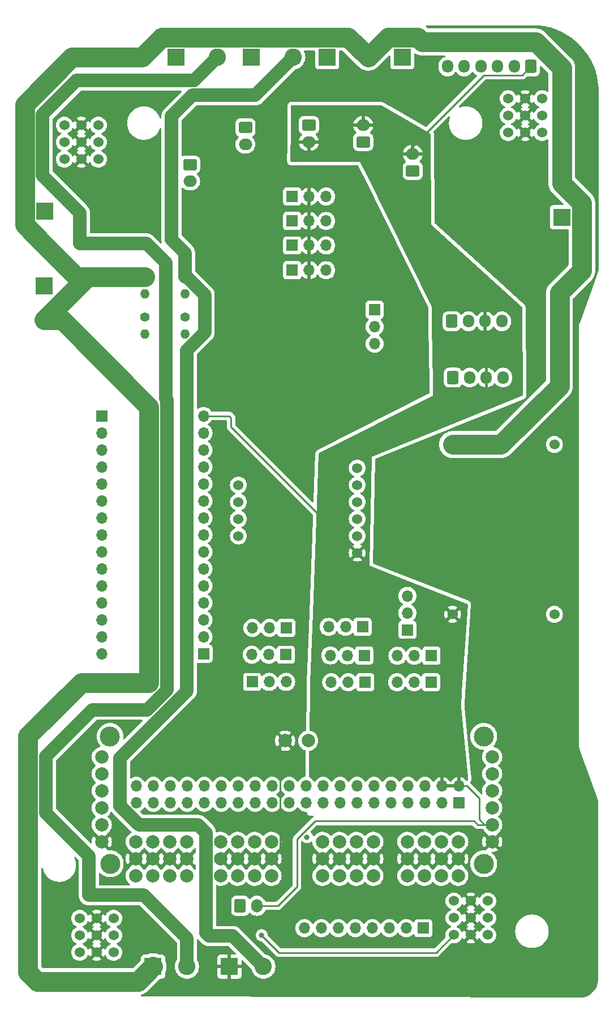
<source format=gbr>
%TF.GenerationSoftware,KiCad,Pcbnew,7.0.7*%
%TF.CreationDate,2023-09-26T10:41:05-05:00*%
%TF.ProjectId,DingoPCB,44696e67-6f50-4434-922e-6b696361645f,rev?*%
%TF.SameCoordinates,Original*%
%TF.FileFunction,Copper,L1,Top*%
%TF.FilePolarity,Positive*%
%FSLAX46Y46*%
G04 Gerber Fmt 4.6, Leading zero omitted, Abs format (unit mm)*
G04 Created by KiCad (PCBNEW 7.0.7) date 2023-09-26 10:41:06*
%MOMM*%
%LPD*%
G01*
G04 APERTURE LIST*
G04 Aperture macros list*
%AMRoundRect*
0 Rectangle with rounded corners*
0 $1 Rounding radius*
0 $2 $3 $4 $5 $6 $7 $8 $9 X,Y pos of 4 corners*
0 Add a 4 corners polygon primitive as box body*
4,1,4,$2,$3,$4,$5,$6,$7,$8,$9,$2,$3,0*
0 Add four circle primitives for the rounded corners*
1,1,$1+$1,$2,$3*
1,1,$1+$1,$4,$5*
1,1,$1+$1,$6,$7*
1,1,$1+$1,$8,$9*
0 Add four rect primitives between the rounded corners*
20,1,$1+$1,$2,$3,$4,$5,0*
20,1,$1+$1,$4,$5,$6,$7,0*
20,1,$1+$1,$6,$7,$8,$9,0*
20,1,$1+$1,$8,$9,$2,$3,0*%
G04 Aperture macros list end*
%TA.AperFunction,ComponentPad*%
%ADD10R,1.700000X1.700000*%
%TD*%
%TA.AperFunction,ComponentPad*%
%ADD11O,1.700000X1.700000*%
%TD*%
%TA.AperFunction,ComponentPad*%
%ADD12R,2.600000X2.600000*%
%TD*%
%TA.AperFunction,ComponentPad*%
%ADD13C,2.600000*%
%TD*%
%TA.AperFunction,ComponentPad*%
%ADD14RoundRect,0.250000X-0.750000X0.600000X-0.750000X-0.600000X0.750000X-0.600000X0.750000X0.600000X0*%
%TD*%
%TA.AperFunction,ComponentPad*%
%ADD15O,2.000000X1.700000*%
%TD*%
%TA.AperFunction,ComponentPad*%
%ADD16C,1.524000*%
%TD*%
%TA.AperFunction,ComponentPad*%
%ADD17RoundRect,0.250000X-0.600000X-0.725000X0.600000X-0.725000X0.600000X0.725000X-0.600000X0.725000X0*%
%TD*%
%TA.AperFunction,ComponentPad*%
%ADD18O,1.700000X1.950000*%
%TD*%
%TA.AperFunction,ComponentPad*%
%ADD19C,1.400000*%
%TD*%
%TA.AperFunction,ComponentPad*%
%ADD20O,1.400000X1.400000*%
%TD*%
%TA.AperFunction,ComponentPad*%
%ADD21RoundRect,0.250000X-0.600000X-0.750000X0.600000X-0.750000X0.600000X0.750000X-0.600000X0.750000X0*%
%TD*%
%TA.AperFunction,ComponentPad*%
%ADD22O,1.700000X2.000000*%
%TD*%
%TA.AperFunction,ComponentPad*%
%ADD23RoundRect,0.250000X0.600000X0.725000X-0.600000X0.725000X-0.600000X-0.725000X0.600000X-0.725000X0*%
%TD*%
%TA.AperFunction,ComponentPad*%
%ADD24RoundRect,0.250000X0.750000X-0.600000X0.750000X0.600000X-0.750000X0.600000X-0.750000X-0.600000X0*%
%TD*%
%TA.AperFunction,WasherPad*%
%ADD25C,3.000000*%
%TD*%
%TA.AperFunction,ComponentPad*%
%ADD26C,2.000000*%
%TD*%
%TA.AperFunction,ViaPad*%
%ADD27C,0.800000*%
%TD*%
%TA.AperFunction,Conductor*%
%ADD28C,3.000000*%
%TD*%
%TA.AperFunction,Conductor*%
%ADD29C,0.250000*%
%TD*%
%TA.AperFunction,Conductor*%
%ADD30C,2.000000*%
%TD*%
G04 APERTURE END LIST*
D10*
%TO.P,J20,1,Pin_1*%
%TO.N,NANOLCDBL*%
X72390000Y-53913800D03*
D11*
%TO.P,J20,2,Pin_2*%
%TO.N,LCDBL*%
X72390000Y-56453800D03*
%TO.P,J20,3,Pin_3*%
%TO.N,PILCDBL*%
X72390000Y-58993800D03*
%TD*%
D12*
%TO.P,J8,1,Pin_1*%
%TO.N,+15V*%
X39217600Y-152146000D03*
D13*
%TO.P,J8,2,Pin_2*%
%TO.N,+VDC*%
X44297600Y-152146000D03*
%TD*%
D14*
%TO.P,J7,1,Pin_1*%
%TO.N,GND*%
X44754800Y-32207200D03*
D15*
%TO.P,J7,2,Pin_2*%
%TO.N,+5V*%
X44754800Y-34707200D03*
%TD*%
D16*
%TO.P,U3,1,Signal1*%
%TO.N,BRLOWER*%
X84226400Y-142341600D03*
%TO.P,U3,2,Signal2*%
%TO.N,BRUPPER*%
X84226400Y-144881600D03*
%TO.P,U3,3,Signal3*%
%TO.N,BRHIP*%
X84226400Y-147421600D03*
%TO.P,U3,4,PWR1*%
%TO.N,+VSW*%
X86766400Y-142341600D03*
%TO.P,U3,5,PWR2*%
X86766400Y-144881600D03*
%TO.P,U3,6,PWR3*%
X86766400Y-147421600D03*
%TO.P,U3,7,GND1*%
%TO.N,GND*%
X89306400Y-142341600D03*
%TO.P,U3,8,GND2*%
X89306400Y-144881600D03*
%TO.P,U3,9,GND3*%
X89306400Y-147421600D03*
%TD*%
D17*
%TO.P,J58,1,Pin_1*%
%TO.N,PISCL*%
X83921600Y-55626000D03*
D18*
%TO.P,J58,2,Pin_2*%
%TO.N,PISDA*%
X86421600Y-55626000D03*
%TO.P,J58,3,Pin_3*%
%TO.N,+5V*%
X88921600Y-55626000D03*
%TO.P,J58,4,Pin_4*%
%TO.N,GND*%
X91421600Y-55626000D03*
%TD*%
D10*
%TO.P,J51,1,Pin_1*%
%TO.N,GND*%
X60045600Y-44297600D03*
D11*
%TO.P,J51,2,Pin_2*%
%TO.N,+VSW*%
X62585600Y-44297600D03*
%TO.P,J51,3,Pin_3*%
%TO.N,AUXSERV3*%
X65125600Y-44297600D03*
%TD*%
D17*
%TO.P,J59,1,Pin_1*%
%TO.N,NANOSCL*%
X84092400Y-64058800D03*
D18*
%TO.P,J59,2,Pin_2*%
%TO.N,NANOSDA*%
X86592400Y-64058800D03*
%TO.P,J59,3,Pin_3*%
%TO.N,+5V*%
X89092400Y-64058800D03*
%TO.P,J59,4,Pin_4*%
%TO.N,GND*%
X91592400Y-64058800D03*
%TD*%
D19*
%TO.P,R2,1*%
%TO.N,NANOA0*%
X38000000Y-55000000D03*
D20*
%TO.P,R2,2*%
%TO.N,GND*%
X38000000Y-57540000D03*
%TD*%
D14*
%TO.P,J12,1,Pin_1*%
%TO.N,GND*%
X53035200Y-26670000D03*
D15*
%TO.P,J12,2,Pin_2*%
%TO.N,+5V*%
X53035200Y-29170000D03*
%TD*%
D10*
%TO.P,J53,1,Pin_1*%
%TO.N,NANOSCL*%
X59080400Y-105511600D03*
D11*
%TO.P,J53,2,Pin_2*%
%TO.N,PCA9685SCL*%
X56540400Y-105511600D03*
%TO.P,J53,3,Pin_3*%
%TO.N,PISCL*%
X54000400Y-105511600D03*
%TD*%
D14*
%TO.P,J14,1,Pin_1*%
%TO.N,GND*%
X62534800Y-26314400D03*
D15*
%TO.P,J14,2,Pin_2*%
%TO.N,+5V*%
X62534800Y-28814400D03*
%TD*%
D16*
%TO.P,U6,1,Signal1*%
%TO.N,FLLOWER*%
X31038800Y-31394400D03*
%TO.P,U6,2,Signal2*%
%TO.N,FLUPPER*%
X31038800Y-28854400D03*
%TO.P,U6,3,Signal3*%
%TO.N,FLHIP*%
X31038800Y-26314400D03*
%TO.P,U6,4,PWR1*%
%TO.N,+VSW*%
X28498800Y-31394400D03*
%TO.P,U6,5,PWR2*%
X28498800Y-28854400D03*
%TO.P,U6,6,PWR3*%
X28498800Y-26314400D03*
%TO.P,U6,7,GND1*%
%TO.N,GND*%
X25958800Y-31394400D03*
%TO.P,U6,8,GND2*%
X25958800Y-28854400D03*
%TO.P,U6,9,GND3*%
X25958800Y-26314400D03*
%TD*%
D10*
%TO.P,J50,1,Pin_1*%
%TO.N,GND*%
X60045600Y-40640000D03*
D11*
%TO.P,J50,2,Pin_2*%
%TO.N,+VSW*%
X62585600Y-40640000D03*
%TO.P,J50,3,Pin_3*%
%TO.N,AUXSERV2*%
X65125600Y-40640000D03*
%TD*%
D10*
%TO.P,J55,1,Pin_1*%
%TO.N,NANOSCLK*%
X80807800Y-109626400D03*
D11*
%TO.P,J55,2,Pin_2*%
%TO.N,LCDCLK*%
X78267800Y-109626400D03*
%TO.P,J55,3,Pin_3*%
%TO.N,PISCLK*%
X75727800Y-109626400D03*
%TD*%
D10*
%TO.P,J17,1,Pin_1*%
%TO.N,NANOSCL*%
X59182000Y-101498400D03*
D11*
%TO.P,J17,2,Pin_2*%
%TO.N,BNO055SCL*%
X56642000Y-101498400D03*
%TO.P,J17,3,Pin_3*%
%TO.N,PISCL*%
X54102000Y-101498400D03*
%TD*%
D10*
%TO.P,J54,1,Pin_1*%
%TO.N,NANOMOSI*%
X54051200Y-109575600D03*
D11*
%TO.P,J54,2,Pin_2*%
%TO.N,LCDDIN*%
X56591200Y-109575600D03*
%TO.P,J54,3,Pin_3*%
%TO.N,PIMOSI*%
X59131200Y-109575600D03*
%TD*%
D21*
%TO.P,J9,1,Pin_1*%
%TO.N,GND*%
X52262400Y-143052800D03*
D22*
%TO.P,J9,2,Pin_2*%
%TO.N,+5V*%
X54762400Y-143052800D03*
%TD*%
D10*
%TO.P,J18,1,Pin_1*%
%TO.N,NANOLCDDS*%
X80873600Y-105664000D03*
D11*
%TO.P,J18,2,Pin_2*%
%TO.N,LCDDS*%
X78333600Y-105664000D03*
%TO.P,J18,3,Pin_3*%
%TO.N,PILCDDS*%
X75793600Y-105664000D03*
%TD*%
D12*
%TO.P,J13,1,Pin_1*%
%TO.N,GND*%
X76504800Y-16154400D03*
D13*
%TO.P,J13,2,Pin_2*%
%TO.N,+15V*%
X71424800Y-16154400D03*
%TD*%
D12*
%TO.P,J6,1,Pin_1*%
%TO.N,GND*%
X53949600Y-16154400D03*
D13*
%TO.P,J6,2,Pin_2*%
%TO.N,+VDC*%
X48869600Y-16154400D03*
%TD*%
D19*
%TO.P,R1,1*%
%TO.N,+15V*%
X38000000Y-49000000D03*
D20*
%TO.P,R1,2*%
%TO.N,NANOA0*%
X38000000Y-51540000D03*
%TD*%
D10*
%TO.P,J16,1,Pin_1*%
%TO.N,NANOSDA*%
X70561200Y-101346000D03*
D11*
%TO.P,J16,2,Pin_2*%
%TO.N,BNO055SDA*%
X68021200Y-101346000D03*
%TO.P,J16,3,Pin_3*%
%TO.N,PISDA*%
X65481200Y-101346000D03*
%TD*%
D16*
%TO.P,U7,1,Signal1*%
%TO.N,BLLOWER*%
X33324800Y-150012400D03*
%TO.P,U7,2,Signal2*%
%TO.N,BLUPPER*%
X33324800Y-147472400D03*
%TO.P,U7,3,Signal3*%
%TO.N,BLHIP*%
X33324800Y-144932400D03*
%TO.P,U7,4,PWR1*%
%TO.N,+VSW*%
X30784800Y-150012400D03*
%TO.P,U7,5,PWR2*%
X30784800Y-147472400D03*
%TO.P,U7,6,PWR3*%
X30784800Y-144932400D03*
%TO.P,U7,7,GND1*%
%TO.N,GND*%
X28244800Y-150012400D03*
%TO.P,U7,8,GND2*%
X28244800Y-147472400D03*
%TO.P,U7,9,GND3*%
X28244800Y-144932400D03*
%TD*%
D10*
%TO.P,J24,1,Pin_1*%
%TO.N,NANOSCK*%
X46772800Y-105350400D03*
D11*
%TO.P,J24,2,Pin_2*%
%TO.N,NANO3V3OUT*%
X46772800Y-102810400D03*
%TO.P,J24,3,Pin_3*%
%TO.N,NANOGPIO46*%
X46772800Y-100270400D03*
%TO.P,J24,4,Pin_4*%
%TO.N,NANOA0*%
X46772800Y-97730400D03*
%TO.P,J24,5,Pin_5*%
%TO.N,NANOA1*%
X46772800Y-95190400D03*
%TO.P,J24,6,Pin_6*%
%TO.N,NANOA2*%
X46772800Y-92650400D03*
%TO.P,J24,7,Pin_7*%
%TO.N,NANOA3*%
X46772800Y-90110400D03*
%TO.P,J24,8,Pin_8*%
%TO.N,NANOSDA*%
X46772800Y-87570400D03*
%TO.P,J24,9,Pin_9*%
%TO.N,NANOSCL*%
X46772800Y-85030400D03*
%TO.P,J24,10,Pin_10*%
%TO.N,NANOA6*%
X46772800Y-82490400D03*
%TO.P,J24,11,Pin_11*%
%TO.N,NANOA7*%
X46772800Y-79950400D03*
%TO.P,J24,12,Pin_12*%
%TO.N,NANOVUSB*%
X46772800Y-77410400D03*
%TO.P,J24,13,Pin_13*%
%TO.N,NANOGPIO0*%
X46772800Y-74870400D03*
%TO.P,J24,14,Pin_14*%
%TO.N,GND*%
X46772800Y-72330400D03*
%TO.P,J24,15,Pin_15*%
%TO.N,+5V*%
X46772800Y-69790400D03*
%TD*%
D12*
%TO.P,J5,1,Pin_1*%
%TO.N,GND*%
X100380800Y-40081200D03*
D13*
%TO.P,J5,2,Pin_2*%
%TO.N,+15V*%
X100380800Y-35001200D03*
%TD*%
D10*
%TO.P,J57,1,Pin_1*%
%TO.N,+3.3V*%
X79654400Y-146405600D03*
D11*
%TO.P,J57,2,Pin_2*%
%TO.N,GND*%
X77114400Y-146405600D03*
%TO.P,J57,3,Pin_3*%
%TO.N,LCDDIN*%
X74574400Y-146405600D03*
%TO.P,J57,4,Pin_4*%
%TO.N,LCDCLK*%
X72034400Y-146405600D03*
%TO.P,J57,5,Pin_5*%
%TO.N,LCDCS*%
X69494400Y-146405600D03*
%TO.P,J57,6,Pin_6*%
%TO.N,LCDDS*%
X66954400Y-146405600D03*
%TO.P,J57,7,Pin_7*%
%TO.N,LCDRST*%
X64414400Y-146405600D03*
%TO.P,J57,8,Pin_8*%
%TO.N,LCDBL*%
X61874400Y-146405600D03*
%TD*%
D12*
%TO.P,J4,1,Pin_1*%
%TO.N,GND*%
X42621200Y-16154400D03*
D13*
%TO.P,J4,2,Pin_2*%
%TO.N,+15V*%
X37541200Y-16154400D03*
%TD*%
D10*
%TO.P,J10,1,Pin_1*%
%TO.N,NANOSDA*%
X70815200Y-105613200D03*
D11*
%TO.P,J10,2,Pin_2*%
%TO.N,PCA9685SDA*%
X68275200Y-105613200D03*
%TO.P,J10,3,Pin_3*%
%TO.N,PISDA*%
X65735200Y-105613200D03*
%TD*%
D16*
%TO.P,U5,1,Signal1*%
%TO.N,FRLOWER*%
X92354400Y-22352000D03*
%TO.P,U5,2,Signal2*%
%TO.N,FRUPPER*%
X92354400Y-24892000D03*
%TO.P,U5,3,Signal3*%
%TO.N,FRHIP*%
X92354400Y-27432000D03*
%TO.P,U5,4,PWR1*%
%TO.N,+VSW*%
X94894400Y-22352000D03*
%TO.P,U5,5,PWR2*%
X94894400Y-24892000D03*
%TO.P,U5,6,PWR3*%
X94894400Y-27432000D03*
%TO.P,U5,7,GND1*%
%TO.N,GND*%
X97434400Y-22352000D03*
%TO.P,U5,8,GND2*%
X97434400Y-24892000D03*
%TO.P,U5,9,GND3*%
X97434400Y-27432000D03*
%TD*%
D10*
%TO.P,J19,1,Pin_1*%
%TO.N,NANOLCDRST*%
X77266800Y-101788200D03*
D11*
%TO.P,J19,2,Pin_2*%
%TO.N,LCDRST*%
X77266800Y-99248200D03*
%TO.P,J19,3,Pin_3*%
%TO.N,PILCDRST*%
X77266800Y-96708200D03*
%TD*%
D19*
%TO.P,R3,1*%
%TO.N,+7.5V*%
X44000000Y-49000000D03*
D20*
%TO.P,R3,2*%
%TO.N,NANOA1*%
X44000000Y-51540000D03*
%TD*%
D23*
%TO.P,J60,1,Pin_1*%
%TO.N,+5V*%
X95768800Y-17526000D03*
D18*
%TO.P,J60,2,Pin_2*%
%TO.N,GND*%
X93268800Y-17526000D03*
%TO.P,J60,3,Pin_3*%
%TO.N,NANOSONAR2ECHO*%
X90768800Y-17526000D03*
%TO.P,J60,4,Pin_4*%
%TO.N,NANOSONAR2TRIG*%
X88268800Y-17526000D03*
%TO.P,J60,5,Pin_5*%
%TO.N,NANOSONAR1ECHO*%
X85768800Y-17526000D03*
%TO.P,J60,6,Pin_6*%
%TO.N,NANOSONAR1TRIG*%
X83268800Y-17526000D03*
%TD*%
D12*
%TO.P,J3,1,Pin_1*%
%TO.N,GND*%
X22961600Y-50393600D03*
D13*
%TO.P,J3,2,Pin_2*%
%TO.N,+15V*%
X22961600Y-55473600D03*
%TD*%
D19*
%TO.P,R4,1*%
%TO.N,NANOA1*%
X44000000Y-55000000D03*
D20*
%TO.P,R4,2*%
%TO.N,GND*%
X44000000Y-57540000D03*
%TD*%
D10*
%TO.P,J49,1,Pin_1*%
%TO.N,GND*%
X60045600Y-36982400D03*
D11*
%TO.P,J49,2,Pin_2*%
%TO.N,+VSW*%
X62585600Y-36982400D03*
%TO.P,J49,3,Pin_3*%
%TO.N,AUXSERV1*%
X65125600Y-36982400D03*
%TD*%
D12*
%TO.P,J11,1,Pin_1*%
%TO.N,GND*%
X65278000Y-16154400D03*
D13*
%TO.P,J11,2,Pin_2*%
%TO.N,+7.5V*%
X60198000Y-16154400D03*
%TD*%
D24*
%TO.P,J15,1,Pin_1*%
%TO.N,GND*%
X70662800Y-28814400D03*
D15*
%TO.P,J15,2,Pin_2*%
%TO.N,+5V*%
X70662800Y-26314400D03*
%TD*%
D12*
%TO.P,J2,1,Pin_1*%
%TO.N,GND*%
X23012400Y-39166800D03*
D13*
%TO.P,J2,2,Pin_2*%
%TO.N,+15V*%
X23012400Y-44246800D03*
%TD*%
D10*
%TO.P,J25,1,Pin_1*%
%TO.N,NANOUART0TX*%
X31532800Y-69790400D03*
D11*
%TO.P,J25,2,Pin_2*%
%TO.N,NANOUART0RX*%
X31532800Y-72330400D03*
%TO.P,J25,3,Pin_3*%
%TO.N,NANORESET*%
X31532800Y-74870400D03*
%TO.P,J25,4,Pin_4*%
%TO.N,GND*%
X31532800Y-77410400D03*
%TO.P,J25,5,Pin_5*%
%TO.N,NANOSONAR1TRIG*%
X31532800Y-79950400D03*
%TO.P,J25,6,Pin_6*%
%TO.N,NANOSONAR1ECHO*%
X31532800Y-82490400D03*
%TO.P,J25,7,Pin_7*%
%TO.N,NANOSONAR2TRIG*%
X31532800Y-85030400D03*
%TO.P,J25,8,Pin_8*%
%TO.N,NANOSONAR2ECHO*%
X31532800Y-87570400D03*
%TO.P,J25,9,Pin_9*%
%TO.N,NANOGPIO9*%
X31532800Y-90110400D03*
%TO.P,J25,10,Pin_10*%
%TO.N,NANOGPIO10*%
X31532800Y-92650400D03*
%TO.P,J25,11,Pin_11*%
%TO.N,NANOGPIO17*%
X31532800Y-95190400D03*
%TO.P,J25,12,Pin_12*%
%TO.N,NANOGPIO18*%
X31532800Y-97730400D03*
%TO.P,J25,13,Pin_13*%
%TO.N,NANOGPIO21*%
X31532800Y-100270400D03*
%TO.P,J25,14,Pin_14*%
%TO.N,NANOMOSI*%
X31532800Y-102810400D03*
%TO.P,J25,15,Pin_15*%
%TO.N,NANOMISO*%
X31532800Y-105350400D03*
%TD*%
D12*
%TO.P,J48,1,Pin_1*%
%TO.N,+VSW*%
X50647600Y-152146000D03*
D13*
%TO.P,J48,2,Pin_2*%
%TO.N,+7.5V*%
X55727600Y-152146000D03*
%TD*%
D10*
%TO.P,J52,1,Pin_1*%
%TO.N,GND*%
X60045600Y-48006000D03*
D11*
%TO.P,J52,2,Pin_2*%
%TO.N,+VSW*%
X62585600Y-48006000D03*
%TO.P,J52,3,Pin_3*%
%TO.N,AUXSERV4*%
X65125600Y-48006000D03*
%TD*%
D16*
%TO.P,U2,1,IN-*%
%TO.N,GND*%
X99263200Y-74066400D03*
%TO.P,U2,2,IN+*%
%TO.N,+15V*%
X84023200Y-74066400D03*
%TO.P,U2,3,OUT-*%
%TO.N,GND*%
X99263200Y-99466400D03*
%TO.P,U2,4,OUT+*%
%TO.N,+5V*%
X84023200Y-99466400D03*
%TD*%
D24*
%TO.P,J1,1,Pin_1*%
%TO.N,GND*%
X78079600Y-33132400D03*
D15*
%TO.P,J1,2,Pin_2*%
%TO.N,+5V*%
X78079600Y-30632400D03*
%TD*%
D25*
%TO.P,U1,*%
%TO.N,*%
X32791400Y-117729000D03*
X32816800Y-136779000D03*
X88696800Y-117729000D03*
X88696800Y-136779000D03*
D26*
%TO.P,U1,1,V+*%
%TO.N,+VSW*%
X31546800Y-133477000D03*
X36626800Y-136017000D03*
X39166800Y-136017000D03*
X41706800Y-136017000D03*
X44246800Y-136017000D03*
X49326800Y-136017000D03*
X51866800Y-136017000D03*
X54406800Y-136017000D03*
X56946800Y-136017000D03*
X64566800Y-136017000D03*
X67106800Y-136017000D03*
X69646800Y-136017000D03*
X72186800Y-136017000D03*
X77266800Y-136017000D03*
X79806800Y-136017000D03*
X82346800Y-136017000D03*
X84886800Y-136017000D03*
X89966800Y-133477000D03*
%TO.P,U1,2,VCC*%
%TO.N,+5V*%
X31546800Y-130937000D03*
X89966800Y-130937000D03*
%TO.P,U1,3,SDA*%
%TO.N,PCA9685SDA*%
X31546800Y-128397000D03*
X89966800Y-128397000D03*
%TO.P,U1,4,SCL*%
%TO.N,PCA9685SCL*%
X31546800Y-125857000D03*
X89966800Y-125857000D03*
%TO.P,U1,5,OE*%
%TO.N,unconnected-(U1-OE-Pad5)*%
X31546800Y-123317000D03*
X89966800Y-123317000D03*
%TO.P,U1,6,GND*%
%TO.N,GND*%
X31546800Y-120777000D03*
X36626800Y-138557000D03*
X39166800Y-138557000D03*
X41706800Y-138557000D03*
X44246800Y-138557000D03*
X49326800Y-138557000D03*
X51866800Y-138557000D03*
X54406800Y-138557000D03*
X56946800Y-138557000D03*
X64566800Y-138557000D03*
X67106800Y-138557000D03*
X69646800Y-138557000D03*
X72186800Y-138557000D03*
X77266800Y-138557000D03*
X79806800Y-138557000D03*
X82346800Y-138557000D03*
X84886800Y-138557000D03*
X89966800Y-120777000D03*
%TO.P,U1,7,0*%
%TO.N,BRLOWER*%
X36626800Y-133477000D03*
%TO.P,U1,8,1*%
%TO.N,BRUPPER*%
X39166800Y-133477000D03*
%TO.P,U1,9,2*%
%TO.N,BRHIP*%
X41706800Y-133477000D03*
%TO.P,U1,10,3*%
%TO.N,AUXSERV1*%
X44246800Y-133477000D03*
%TO.P,U1,11,4*%
%TO.N,BLLOWER*%
X49326800Y-133477000D03*
%TO.P,U1,12,5*%
%TO.N,BLUPPER*%
X51866800Y-133477000D03*
%TO.P,U1,13,6*%
%TO.N,BLHIP*%
X54406800Y-133477000D03*
%TO.P,U1,14,7*%
%TO.N,AUXSERV2*%
X56946800Y-133477000D03*
%TO.P,U1,15,8*%
%TO.N,FLLOWER*%
X64566800Y-133477000D03*
%TO.P,U1,16,9*%
%TO.N,FLUPPER*%
X67106800Y-133477000D03*
%TO.P,U1,17,10*%
%TO.N,FLHIP*%
X69646800Y-133477000D03*
%TO.P,U1,18,11*%
%TO.N,AUXSERV3*%
X72186800Y-133477000D03*
%TO.P,U1,19,12*%
%TO.N,FRLOWER*%
X77266800Y-133477000D03*
%TO.P,U1,20,13*%
%TO.N,FRUPPER*%
X79806800Y-133477000D03*
%TO.P,U1,21,14*%
%TO.N,FRHIP*%
X82346800Y-133477000D03*
%TO.P,U1,22,15*%
%TO.N,AUXSERV4*%
X84886800Y-133477000D03*
%TO.P,U1,24,V+*%
%TO.N,+VSW*%
X58978800Y-118364000D03*
%TO.P,U1,25,GND*%
%TO.N,GND*%
X62433200Y-118364000D03*
%TD*%
D10*
%TO.P,J56,1,Pin_1*%
%TO.N,NANOCE0*%
X70967600Y-109626400D03*
D11*
%TO.P,J56,2,Pin_2*%
%TO.N,LCDCS*%
X68427600Y-109626400D03*
%TO.P,J56,3,Pin_3*%
%TO.N,PICE0*%
X65887600Y-109626400D03*
%TD*%
D16*
%TO.P,U4,1,+5V*%
%TO.N,+5V*%
X69776000Y-90289400D03*
%TO.P,U4,2,+3.3V*%
%TO.N,unconnected-(U4-+3.3V-Pad2)*%
X69776000Y-87749400D03*
%TO.P,U4,3,GND*%
%TO.N,GND*%
X69776000Y-85209400D03*
%TO.P,U4,4,SDA*%
%TO.N,BNO055SDA*%
X69776000Y-82669400D03*
%TO.P,U4,5,SCL*%
%TO.N,BNO055SCL*%
X69776000Y-80129400D03*
%TO.P,U4,6,RST*%
%TO.N,unconnected-(U4-RST-Pad6)*%
X69776000Y-77589400D03*
%TO.P,U4,7,PS0*%
%TO.N,unconnected-(U4-PS0-Pad7)*%
X51996000Y-87749400D03*
%TO.P,U4,8,PS1*%
%TO.N,unconnected-(U4-PS1-Pad8)*%
X51996000Y-85209400D03*
%TO.P,U4,9,INT*%
%TO.N,unconnected-(U4-INT-Pad9)*%
X51996000Y-82669400D03*
%TO.P,U4,10,ADR*%
%TO.N,unconnected-(U4-ADR-Pad10)*%
X51996000Y-80129400D03*
%TD*%
D10*
%TO.P,J21,1,Pin_1*%
%TO.N,+3.3V*%
X84988400Y-127660400D03*
D11*
%TO.P,J21,2,Pin_2*%
%TO.N,+5V*%
X84988400Y-125120400D03*
%TO.P,J21,3,Pin_3*%
%TO.N,PISDA*%
X82448400Y-127660400D03*
%TO.P,J21,4,Pin_4*%
%TO.N,+5V*%
X82448400Y-125120400D03*
%TO.P,J21,5,Pin_5*%
%TO.N,PISCL*%
X79908400Y-127660400D03*
%TO.P,J21,6,Pin_6*%
%TO.N,GND*%
X79908400Y-125120400D03*
%TO.P,J21,7,Pin_7*%
%TO.N,PIGPIO4*%
X77368400Y-127660400D03*
%TO.P,J21,8,Pin_8*%
%TO.N,PIUART_TX*%
X77368400Y-125120400D03*
%TO.P,J21,9,Pin_9*%
%TO.N,GND*%
X74828400Y-127660400D03*
%TO.P,J21,10,Pin_10*%
%TO.N,PIUART_RX*%
X74828400Y-125120400D03*
%TO.P,J21,11,Pin_11*%
%TO.N,PIGPIO17*%
X72288400Y-127660400D03*
%TO.P,J21,12,Pin_12*%
%TO.N,PILCDBL*%
X72288400Y-125120400D03*
%TO.P,J21,13,Pin_13*%
%TO.N,PILCDRST*%
X69748400Y-127660400D03*
%TO.P,J21,14,Pin_14*%
%TO.N,GND*%
X69748400Y-125120400D03*
%TO.P,J21,15,Pin_15*%
%TO.N,PIGPIO22*%
X67208400Y-127660400D03*
%TO.P,J21,16,Pin_16*%
%TO.N,PIGPIO23*%
X67208400Y-125120400D03*
%TO.P,J21,17,Pin_17*%
%TO.N,PI3.3V_PWR*%
X64668400Y-127660400D03*
%TO.P,J21,18,Pin_18*%
%TO.N,PIGPIO24*%
X64668400Y-125120400D03*
%TO.P,J21,19,Pin_19*%
%TO.N,PIMOSI*%
X62128400Y-127660400D03*
%TO.P,J21,20,Pin_20*%
%TO.N,GND*%
X62128400Y-125120400D03*
%TO.P,J21,21,Pin_21*%
%TO.N,PIMISO*%
X59588400Y-127660400D03*
%TO.P,J21,22,Pin_22*%
%TO.N,PILCDDS*%
X59588400Y-125120400D03*
%TO.P,J21,23,Pin_23*%
%TO.N,PISCLK*%
X57048400Y-127660400D03*
%TO.P,J21,24,Pin_24*%
%TO.N,PICE0*%
X57048400Y-125120400D03*
%TO.P,J21,25,Pin_25*%
%TO.N,GND*%
X54508400Y-127660400D03*
%TO.P,J21,26,Pin_26*%
%TO.N,PISPI0_CS1*%
X54508400Y-125120400D03*
%TO.P,J21,27,Pin_27*%
%TO.N,PIGPIO0*%
X51968400Y-127660400D03*
%TO.P,J21,28,Pin_28*%
%TO.N,PIGPIO1*%
X51968400Y-125120400D03*
%TO.P,J21,29,Pin_29*%
%TO.N,PIGPIO5*%
X49428400Y-127660400D03*
%TO.P,J21,30,Pin_30*%
%TO.N,GND*%
X49428400Y-125120400D03*
%TO.P,J21,31,Pin_31*%
%TO.N,PIGPIO6*%
X46888400Y-127660400D03*
%TO.P,J21,32,Pin_32*%
%TO.N,PIGPIO12*%
X46888400Y-125120400D03*
%TO.P,J21,33,Pin_33*%
%TO.N,PIGPIO13*%
X44348400Y-127660400D03*
%TO.P,J21,34,Pin_34*%
%TO.N,GND*%
X44348400Y-125120400D03*
%TO.P,J21,35,Pin_35*%
%TO.N,PISPI1_MISO*%
X41808400Y-127660400D03*
%TO.P,J21,36,Pin_36*%
%TO.N,PISPI1_CS0*%
X41808400Y-125120400D03*
%TO.P,J21,37,Pin_37*%
%TO.N,PIGPIO26*%
X39268400Y-127660400D03*
%TO.P,J21,38,Pin_38*%
%TO.N,PISPI1_MOSI*%
X39268400Y-125120400D03*
%TO.P,J21,39,Pin_39*%
%TO.N,GND*%
X36728400Y-127660400D03*
%TO.P,J21,40,Pin_40*%
%TO.N,PISPI1_SCLK*%
X36728400Y-125120400D03*
%TD*%
D27*
%TO.N,PIMOSI*%
X62230000Y-132791200D03*
%TO.N,BRHIP*%
X55473600Y-147472400D03*
%TD*%
D28*
%TO.N,+15V*%
X27765600Y-49000000D02*
X29435200Y-49000000D01*
X78790800Y-13154400D02*
X79504800Y-13868400D01*
X71424800Y-16154400D02*
X74424800Y-13154400D01*
X79504800Y-13868400D02*
X96509285Y-13868400D01*
X40541200Y-13154400D02*
X68424800Y-13154400D01*
X91287600Y-74066400D02*
X84023200Y-74066400D01*
X38608000Y-68478400D02*
X25603200Y-55473600D01*
X37541200Y-16154400D02*
X40541200Y-13154400D01*
X100025200Y-51409600D02*
X100025200Y-65328800D01*
X20497538Y-152933138D02*
X20497538Y-117678462D01*
X22961600Y-55473600D02*
X29435200Y-49000000D01*
X103380800Y-38001200D02*
X103380800Y-48054000D01*
X20012400Y-41246800D02*
X20012400Y-23218400D01*
X28498800Y-109677200D02*
X38608000Y-109677200D01*
X20497538Y-117678462D02*
X28498800Y-109677200D01*
X23012400Y-44246800D02*
X20012400Y-41246800D01*
X29435200Y-49000000D02*
X38000000Y-49000000D01*
X103380800Y-48054000D02*
X100025200Y-51409600D01*
X100380800Y-17739915D02*
X100380800Y-35001200D01*
X96509285Y-13868400D02*
X100380800Y-17739915D01*
X20012400Y-23218400D02*
X27076400Y-16154400D01*
X68424800Y-13154400D02*
X71424800Y-16154400D01*
X91287600Y-74066400D02*
X100025200Y-65328800D01*
X23012400Y-44246800D02*
X27765600Y-49000000D01*
X27076400Y-16154400D02*
X37541200Y-16154400D01*
X38608000Y-109677200D02*
X38608000Y-68478400D01*
X25603200Y-55473600D02*
X22961600Y-55473600D01*
X74424800Y-13154400D02*
X78790800Y-13154400D01*
X39217600Y-152146000D02*
X36982400Y-154381200D01*
X21945600Y-154381200D02*
X20497538Y-152933138D01*
X36982400Y-154381200D02*
X21945600Y-154381200D01*
X100380800Y-35001200D02*
X103380800Y-38001200D01*
D29*
%TO.N,BRHIP*%
X81584800Y-150063200D02*
X84226400Y-147421600D01*
X55473600Y-147472400D02*
X58064400Y-150063200D01*
X58064400Y-150063200D02*
X81584800Y-150063200D01*
D30*
%TO.N,+7.5V*%
X45974000Y-130962400D02*
X37131262Y-130962400D01*
X55727600Y-152146000D02*
X51155600Y-147574000D01*
X44000000Y-45408000D02*
X41960800Y-43368800D01*
X46939200Y-51676800D02*
X44262400Y-49000000D01*
X34290000Y-128121138D02*
X34290000Y-120924847D01*
X41960800Y-43368800D02*
X41960800Y-24993600D01*
X41960800Y-24993600D02*
X45094800Y-21859600D01*
X37131262Y-130962400D02*
X34290000Y-128121138D01*
X45094800Y-21859600D02*
X54492800Y-21859600D01*
X47126800Y-147101200D02*
X47126800Y-132115200D01*
X44000000Y-49000000D02*
X44000000Y-45408000D01*
X54492800Y-21859600D02*
X60198000Y-16154400D01*
X34290000Y-120924847D02*
X44262400Y-110952447D01*
X44262400Y-110952447D02*
X44262400Y-59964606D01*
X44262400Y-59964606D02*
X46939200Y-57287806D01*
X46939200Y-57287806D02*
X46939200Y-51676800D01*
X51155600Y-147574000D02*
X47599600Y-147574000D01*
X47599600Y-147574000D02*
X47126800Y-147101200D01*
X47126800Y-132115200D02*
X45974000Y-130962400D01*
%TO.N,+VDC*%
X29616400Y-141478000D02*
X37846000Y-141478000D01*
X41148000Y-67200023D02*
X41308000Y-67360023D01*
X23197538Y-120700800D02*
X23197538Y-129166338D01*
X41148000Y-46888400D02*
X41148000Y-67200023D01*
X41308000Y-67360023D02*
X41308000Y-110795577D01*
X45364400Y-19659600D02*
X27787600Y-19659600D01*
X23197538Y-129166338D02*
X29616400Y-135585200D01*
X37846000Y-141478000D02*
X44297600Y-147929600D01*
X44297600Y-147929600D02*
X44297600Y-152146000D01*
X22712400Y-24734800D02*
X22712400Y-33866800D01*
X30157138Y-113741200D02*
X23197538Y-120700800D01*
X28295600Y-39450000D02*
X28295600Y-43992800D01*
X48869600Y-16154400D02*
X45364400Y-19659600D01*
X27787600Y-19659600D02*
X22712400Y-24734800D01*
X41308000Y-110795577D02*
X38362377Y-113741200D01*
X28295600Y-43992800D02*
X38252400Y-43992800D01*
X29616400Y-135585200D02*
X29616400Y-141478000D01*
X38252400Y-43992800D02*
X41148000Y-46888400D01*
X22712400Y-33866800D02*
X28295600Y-39450000D01*
X38362377Y-113741200D02*
X30157138Y-113741200D01*
D29*
%TO.N,+VSW*%
X58271800Y-119071000D02*
X58271800Y-134692000D01*
X58978800Y-118364000D02*
X58271800Y-119071000D01*
X58271800Y-134692000D02*
X56946800Y-136017000D01*
%TO.N,+5V*%
X50638800Y-69790400D02*
X50901600Y-70053200D01*
X86207600Y-125120400D02*
X84988400Y-125120400D01*
X50901600Y-70053200D02*
X50901600Y-71415000D01*
X88745480Y-18826000D02*
X78079600Y-29491880D01*
X60756800Y-133096000D02*
X63449200Y-130403600D01*
X88823800Y-130937000D02*
X88036400Y-130149600D01*
X88036400Y-130149600D02*
X88036400Y-126949200D01*
X87807800Y-130937000D02*
X89966800Y-130937000D01*
X88036400Y-126949200D02*
X86207600Y-125120400D01*
X95768800Y-17526000D02*
X94468800Y-18826000D01*
X46772800Y-69790400D02*
X50638800Y-69790400D01*
X78079600Y-29491880D02*
X78079600Y-30632400D01*
X87274400Y-130403600D02*
X87807800Y-130937000D01*
X57912000Y-143052800D02*
X60756800Y-140208000D01*
X50901600Y-71415000D02*
X69776000Y-90289400D01*
X54762400Y-143052800D02*
X57912000Y-143052800D01*
X63449200Y-130403600D02*
X87274400Y-130403600D01*
X89966800Y-130937000D02*
X88823800Y-130937000D01*
X60756800Y-140208000D02*
X60756800Y-133096000D01*
X94468800Y-18826000D02*
X88745480Y-18826000D01*
%TD*%
%TA.AperFunction,Conductor*%
%TO.N,+VSW*%
G36*
X30392864Y-147613294D02*
G01*
X30448798Y-147655165D01*
X30453339Y-147661654D01*
X30500613Y-147734012D01*
X30600957Y-147812113D01*
X30600960Y-147812114D01*
X30601311Y-147812387D01*
X30642124Y-147869097D01*
X30645799Y-147938870D01*
X30612830Y-147997922D01*
X30086611Y-148524141D01*
X30151382Y-148569494D01*
X30151388Y-148569498D01*
X30281173Y-148630018D01*
X30333612Y-148676190D01*
X30352764Y-148743384D01*
X30332548Y-148810265D01*
X30281173Y-148854782D01*
X30151386Y-148915303D01*
X30086612Y-148960657D01*
X30086611Y-148960658D01*
X30615523Y-149489570D01*
X30649008Y-149550893D01*
X30644024Y-149620585D01*
X30602152Y-149676518D01*
X30586859Y-149686306D01*
X30547549Y-149707579D01*
X30547548Y-149707579D01*
X30461426Y-149801133D01*
X30461426Y-149801134D01*
X30460711Y-149802765D01*
X30459140Y-149804633D01*
X30455808Y-149809734D01*
X30455191Y-149809331D01*
X30415752Y-149856249D01*
X30349015Y-149876935D01*
X30281688Y-149858257D01*
X30259477Y-149840630D01*
X29733058Y-149314211D01*
X29733057Y-149314212D01*
X29687703Y-149378986D01*
X29627458Y-149508181D01*
X29581285Y-149560620D01*
X29514092Y-149579772D01*
X29447211Y-149559556D01*
X29402694Y-149508181D01*
X29368506Y-149434866D01*
X29342334Y-149378739D01*
X29273477Y-149280401D01*
X29215627Y-149197781D01*
X29142261Y-149124415D01*
X29059420Y-149041574D01*
X29059416Y-149041571D01*
X29059415Y-149041570D01*
X28878466Y-148914868D01*
X28878458Y-148914864D01*
X28749611Y-148854782D01*
X28697171Y-148808610D01*
X28678019Y-148741417D01*
X28698235Y-148674535D01*
X28749611Y-148630018D01*
X28787191Y-148612494D01*
X28878462Y-148569934D01*
X29059420Y-148443226D01*
X29215626Y-148287020D01*
X29342334Y-148106062D01*
X29402694Y-147976618D01*
X29448866Y-147924179D01*
X29516059Y-147905027D01*
X29582941Y-147925243D01*
X29627458Y-147976619D01*
X29687699Y-148105807D01*
X29687700Y-148105809D01*
X29733058Y-148170587D01*
X30261850Y-147641795D01*
X30323173Y-147608310D01*
X30392864Y-147613294D01*
G37*
%TD.AperFunction*%
%TA.AperFunction,Conductor*%
G36*
X31287899Y-147626535D02*
G01*
X31310122Y-147644169D01*
X31836540Y-148170587D01*
X31836542Y-148170586D01*
X31881893Y-148105820D01*
X31881900Y-148105808D01*
X31942142Y-147976619D01*
X31988314Y-147924179D01*
X32055507Y-147905027D01*
X32122388Y-147925242D01*
X32166906Y-147976619D01*
X32227264Y-148106058D01*
X32227268Y-148106066D01*
X32353970Y-148287015D01*
X32353975Y-148287021D01*
X32510178Y-148443224D01*
X32510184Y-148443229D01*
X32691133Y-148569931D01*
X32691135Y-148569932D01*
X32691138Y-148569934D01*
X32782409Y-148612494D01*
X32819989Y-148630018D01*
X32872428Y-148676190D01*
X32891580Y-148743384D01*
X32871364Y-148810265D01*
X32819989Y-148854782D01*
X32691140Y-148914865D01*
X32691138Y-148914866D01*
X32510177Y-149041575D01*
X32353975Y-149197777D01*
X32227267Y-149378737D01*
X32227266Y-149378739D01*
X32227148Y-149378993D01*
X32166905Y-149508182D01*
X32120732Y-149560621D01*
X32053538Y-149579772D01*
X31986657Y-149559556D01*
X31942141Y-149508180D01*
X31881900Y-149378993D01*
X31881899Y-149378991D01*
X31836540Y-149314211D01*
X31307749Y-149843002D01*
X31246426Y-149876487D01*
X31176734Y-149871503D01*
X31120801Y-149829631D01*
X31116260Y-149823143D01*
X31068989Y-149750791D01*
X31068987Y-149750788D01*
X31013473Y-149707580D01*
X30968643Y-149672687D01*
X30968640Y-149672685D01*
X30968288Y-149672412D01*
X30927475Y-149615701D01*
X30923800Y-149545929D01*
X30956769Y-149486877D01*
X31482987Y-148960658D01*
X31418209Y-148915300D01*
X31418207Y-148915299D01*
X31288427Y-148854782D01*
X31235987Y-148808610D01*
X31216835Y-148741417D01*
X31237051Y-148674535D01*
X31288427Y-148630018D01*
X31418208Y-148569500D01*
X31418220Y-148569493D01*
X31482986Y-148524142D01*
X31482987Y-148524140D01*
X30954076Y-147995229D01*
X30920591Y-147933906D01*
X30925575Y-147864214D01*
X30967447Y-147808281D01*
X30982733Y-147798497D01*
X31022051Y-147777220D01*
X31108171Y-147683669D01*
X31108883Y-147682043D01*
X31110452Y-147680177D01*
X31113792Y-147675066D01*
X31114409Y-147675469D01*
X31153836Y-147628558D01*
X31220570Y-147607864D01*
X31287899Y-147626535D01*
G37*
%TD.AperFunction*%
%TA.AperFunction,Conductor*%
G36*
X30392864Y-145073294D02*
G01*
X30448798Y-145115165D01*
X30453339Y-145121654D01*
X30500613Y-145194012D01*
X30600957Y-145272113D01*
X30600960Y-145272114D01*
X30601311Y-145272387D01*
X30642124Y-145329097D01*
X30645799Y-145398870D01*
X30612830Y-145457922D01*
X30086611Y-145984141D01*
X30151382Y-146029494D01*
X30151388Y-146029498D01*
X30281173Y-146090018D01*
X30333612Y-146136190D01*
X30352764Y-146203384D01*
X30332548Y-146270265D01*
X30281173Y-146314782D01*
X30151386Y-146375303D01*
X30086612Y-146420657D01*
X30086611Y-146420658D01*
X30615523Y-146949570D01*
X30649008Y-147010893D01*
X30644024Y-147080585D01*
X30602152Y-147136518D01*
X30586859Y-147146306D01*
X30547549Y-147167579D01*
X30547548Y-147167579D01*
X30461426Y-147261133D01*
X30461426Y-147261134D01*
X30460711Y-147262765D01*
X30459140Y-147264633D01*
X30455808Y-147269734D01*
X30455191Y-147269331D01*
X30415752Y-147316249D01*
X30349015Y-147336935D01*
X30281688Y-147318257D01*
X30259477Y-147300630D01*
X29733058Y-146774211D01*
X29733057Y-146774212D01*
X29687703Y-146838986D01*
X29627458Y-146968181D01*
X29581285Y-147020620D01*
X29514092Y-147039772D01*
X29447211Y-147019556D01*
X29402694Y-146968181D01*
X29356568Y-146869264D01*
X29342334Y-146838739D01*
X29236962Y-146688251D01*
X29215627Y-146657781D01*
X29139433Y-146581587D01*
X29059420Y-146501574D01*
X29059416Y-146501571D01*
X29059415Y-146501570D01*
X28878466Y-146374868D01*
X28878458Y-146374864D01*
X28749611Y-146314782D01*
X28697171Y-146268610D01*
X28678019Y-146201417D01*
X28698235Y-146134535D01*
X28749611Y-146090018D01*
X28771268Y-146079919D01*
X28878462Y-146029934D01*
X29059420Y-145903226D01*
X29215626Y-145747020D01*
X29342334Y-145566062D01*
X29402694Y-145436618D01*
X29448866Y-145384179D01*
X29516059Y-145365027D01*
X29582941Y-145385243D01*
X29627458Y-145436619D01*
X29687699Y-145565807D01*
X29687700Y-145565809D01*
X29733058Y-145630587D01*
X30261850Y-145101795D01*
X30323173Y-145068310D01*
X30392864Y-145073294D01*
G37*
%TD.AperFunction*%
%TA.AperFunction,Conductor*%
G36*
X31287899Y-145086535D02*
G01*
X31310122Y-145104169D01*
X31836540Y-145630587D01*
X31836542Y-145630586D01*
X31881893Y-145565820D01*
X31881900Y-145565808D01*
X31942142Y-145436619D01*
X31988314Y-145384179D01*
X32055507Y-145365027D01*
X32122388Y-145385242D01*
X32166906Y-145436619D01*
X32227264Y-145566058D01*
X32227268Y-145566066D01*
X32353970Y-145747015D01*
X32353975Y-145747021D01*
X32510178Y-145903224D01*
X32510184Y-145903229D01*
X32691133Y-146029931D01*
X32691135Y-146029932D01*
X32691138Y-146029934D01*
X32798332Y-146079919D01*
X32819989Y-146090018D01*
X32872428Y-146136190D01*
X32891580Y-146203384D01*
X32871364Y-146270265D01*
X32819989Y-146314782D01*
X32691140Y-146374865D01*
X32691138Y-146374866D01*
X32510177Y-146501575D01*
X32353975Y-146657777D01*
X32227267Y-146838737D01*
X32227266Y-146838739D01*
X32227148Y-146838993D01*
X32166905Y-146968182D01*
X32120732Y-147020621D01*
X32053538Y-147039772D01*
X31986657Y-147019556D01*
X31942141Y-146968180D01*
X31881900Y-146838993D01*
X31881899Y-146838991D01*
X31836540Y-146774211D01*
X31307749Y-147303002D01*
X31246426Y-147336487D01*
X31176734Y-147331503D01*
X31120801Y-147289631D01*
X31116260Y-147283143D01*
X31068989Y-147210791D01*
X31068987Y-147210788D01*
X31025342Y-147176818D01*
X30968643Y-147132687D01*
X30968640Y-147132685D01*
X30968288Y-147132412D01*
X30927475Y-147075701D01*
X30923800Y-147005929D01*
X30956769Y-146946877D01*
X31482987Y-146420658D01*
X31418209Y-146375300D01*
X31418207Y-146375299D01*
X31288427Y-146314782D01*
X31235987Y-146268610D01*
X31216835Y-146201417D01*
X31237051Y-146134535D01*
X31288427Y-146090018D01*
X31418208Y-146029500D01*
X31418220Y-146029493D01*
X31482986Y-145984142D01*
X31482987Y-145984140D01*
X30954076Y-145455229D01*
X30920591Y-145393906D01*
X30925575Y-145324214D01*
X30967447Y-145268281D01*
X30982733Y-145258497D01*
X31022051Y-145237220D01*
X31108171Y-145143669D01*
X31108883Y-145142043D01*
X31110452Y-145140177D01*
X31113792Y-145135066D01*
X31114409Y-145135469D01*
X31153836Y-145088558D01*
X31220570Y-145067864D01*
X31287899Y-145086535D01*
G37*
%TD.AperFunction*%
%TA.AperFunction,Conductor*%
G36*
X86374464Y-145022494D02*
G01*
X86430398Y-145064365D01*
X86434939Y-145070854D01*
X86482213Y-145143212D01*
X86582557Y-145221313D01*
X86582560Y-145221314D01*
X86582911Y-145221587D01*
X86623724Y-145278297D01*
X86627399Y-145348070D01*
X86594430Y-145407122D01*
X86068211Y-145933341D01*
X86132982Y-145978694D01*
X86132988Y-145978698D01*
X86262773Y-146039218D01*
X86315212Y-146085390D01*
X86334364Y-146152584D01*
X86314148Y-146219465D01*
X86262773Y-146263982D01*
X86132986Y-146324503D01*
X86068212Y-146369857D01*
X86068211Y-146369858D01*
X86597123Y-146898770D01*
X86630608Y-146960093D01*
X86625624Y-147029785D01*
X86583752Y-147085718D01*
X86568459Y-147095506D01*
X86529149Y-147116779D01*
X86529148Y-147116779D01*
X86443026Y-147210333D01*
X86443026Y-147210334D01*
X86442311Y-147211965D01*
X86440740Y-147213833D01*
X86437408Y-147218934D01*
X86436791Y-147218531D01*
X86397352Y-147265449D01*
X86330615Y-147286135D01*
X86263288Y-147267457D01*
X86241077Y-147249830D01*
X85714658Y-146723411D01*
X85714657Y-146723412D01*
X85669303Y-146788186D01*
X85609058Y-146917381D01*
X85562885Y-146969820D01*
X85495692Y-146988972D01*
X85428811Y-146968756D01*
X85384294Y-146917381D01*
X85365759Y-146877632D01*
X85323934Y-146787939D01*
X85200220Y-146611256D01*
X85197227Y-146606981D01*
X85139028Y-146548782D01*
X85041020Y-146450774D01*
X85041016Y-146450771D01*
X85041015Y-146450770D01*
X84860066Y-146324068D01*
X84860058Y-146324064D01*
X84731211Y-146263982D01*
X84678771Y-146217810D01*
X84659619Y-146150617D01*
X84679835Y-146083735D01*
X84731211Y-146039218D01*
X84751118Y-146029935D01*
X84860062Y-145979134D01*
X85041020Y-145852426D01*
X85197226Y-145696220D01*
X85323934Y-145515262D01*
X85384294Y-145385818D01*
X85430466Y-145333379D01*
X85497659Y-145314227D01*
X85564541Y-145334443D01*
X85609058Y-145385819D01*
X85669299Y-145515007D01*
X85669300Y-145515009D01*
X85714658Y-145579787D01*
X86243450Y-145050995D01*
X86304773Y-145017510D01*
X86374464Y-145022494D01*
G37*
%TD.AperFunction*%
%TA.AperFunction,Conductor*%
G36*
X87269499Y-145035735D02*
G01*
X87291722Y-145053369D01*
X87818140Y-145579787D01*
X87818142Y-145579786D01*
X87863493Y-145515020D01*
X87863500Y-145515008D01*
X87923742Y-145385819D01*
X87969914Y-145333379D01*
X88037107Y-145314227D01*
X88103988Y-145334442D01*
X88148505Y-145385818D01*
X88150522Y-145390142D01*
X88208864Y-145515258D01*
X88208868Y-145515266D01*
X88335570Y-145696215D01*
X88335575Y-145696221D01*
X88491778Y-145852424D01*
X88491784Y-145852429D01*
X88672733Y-145979131D01*
X88672735Y-145979132D01*
X88672738Y-145979134D01*
X88781682Y-146029935D01*
X88801589Y-146039218D01*
X88854028Y-146085390D01*
X88873180Y-146152584D01*
X88852964Y-146219465D01*
X88801589Y-146263982D01*
X88672740Y-146324065D01*
X88672738Y-146324066D01*
X88491777Y-146450775D01*
X88335575Y-146606977D01*
X88208867Y-146787937D01*
X88208866Y-146787939D01*
X88208748Y-146788193D01*
X88148505Y-146917382D01*
X88102332Y-146969821D01*
X88035138Y-146988972D01*
X87968257Y-146968756D01*
X87923741Y-146917380D01*
X87863500Y-146788193D01*
X87863499Y-146788191D01*
X87818140Y-146723411D01*
X87289349Y-147252202D01*
X87228026Y-147285687D01*
X87158334Y-147280703D01*
X87102401Y-147238831D01*
X87097860Y-147232343D01*
X87050589Y-147159991D01*
X87050587Y-147159988D01*
X87033008Y-147146306D01*
X86950243Y-147081887D01*
X86950240Y-147081885D01*
X86949888Y-147081612D01*
X86909075Y-147024901D01*
X86905400Y-146955129D01*
X86938369Y-146896077D01*
X87464587Y-146369858D01*
X87399809Y-146324500D01*
X87399807Y-146324499D01*
X87270027Y-146263982D01*
X87217587Y-146217810D01*
X87198435Y-146150617D01*
X87218651Y-146083735D01*
X87270027Y-146039218D01*
X87399808Y-145978700D01*
X87399820Y-145978693D01*
X87464586Y-145933342D01*
X87464587Y-145933340D01*
X86935676Y-145404429D01*
X86902191Y-145343106D01*
X86907175Y-145273414D01*
X86949047Y-145217481D01*
X86964333Y-145207697D01*
X87003651Y-145186420D01*
X87089771Y-145092869D01*
X87090483Y-145091243D01*
X87092052Y-145089377D01*
X87095392Y-145084266D01*
X87096009Y-145084669D01*
X87135436Y-145037758D01*
X87202170Y-145017064D01*
X87269499Y-145035735D01*
G37*
%TD.AperFunction*%
%TA.AperFunction,Conductor*%
G36*
X86374464Y-142482494D02*
G01*
X86430398Y-142524365D01*
X86434939Y-142530854D01*
X86482213Y-142603212D01*
X86582557Y-142681313D01*
X86582560Y-142681314D01*
X86582911Y-142681587D01*
X86623724Y-142738297D01*
X86627399Y-142808070D01*
X86594430Y-142867122D01*
X86068211Y-143393341D01*
X86132982Y-143438694D01*
X86132988Y-143438698D01*
X86262773Y-143499218D01*
X86315212Y-143545390D01*
X86334364Y-143612584D01*
X86314148Y-143679465D01*
X86262773Y-143723982D01*
X86132986Y-143784503D01*
X86068212Y-143829857D01*
X86068211Y-143829858D01*
X86597123Y-144358770D01*
X86630608Y-144420093D01*
X86625624Y-144489785D01*
X86583752Y-144545718D01*
X86568459Y-144555506D01*
X86529149Y-144576779D01*
X86529148Y-144576779D01*
X86443026Y-144670333D01*
X86443026Y-144670334D01*
X86442311Y-144671965D01*
X86440740Y-144673833D01*
X86437408Y-144678934D01*
X86436791Y-144678531D01*
X86397352Y-144725449D01*
X86330615Y-144746135D01*
X86263288Y-144727457D01*
X86241077Y-144709830D01*
X85714658Y-144183411D01*
X85714657Y-144183412D01*
X85669303Y-144248186D01*
X85609058Y-144377381D01*
X85562885Y-144429820D01*
X85495692Y-144448972D01*
X85428811Y-144428756D01*
X85384294Y-144377381D01*
X85347740Y-144298991D01*
X85323934Y-144247939D01*
X85260579Y-144157459D01*
X85197227Y-144066981D01*
X85188977Y-144058731D01*
X85041020Y-143910774D01*
X85041016Y-143910771D01*
X85041015Y-143910770D01*
X84860066Y-143784068D01*
X84860058Y-143784064D01*
X84731211Y-143723982D01*
X84678771Y-143677810D01*
X84659619Y-143610617D01*
X84679835Y-143543735D01*
X84731211Y-143499218D01*
X84737202Y-143496424D01*
X84860062Y-143439134D01*
X85041020Y-143312426D01*
X85197226Y-143156220D01*
X85323934Y-142975262D01*
X85384294Y-142845818D01*
X85430466Y-142793379D01*
X85497659Y-142774227D01*
X85564541Y-142794443D01*
X85609058Y-142845819D01*
X85669299Y-142975007D01*
X85669300Y-142975009D01*
X85714658Y-143039787D01*
X86243450Y-142510995D01*
X86304773Y-142477510D01*
X86374464Y-142482494D01*
G37*
%TD.AperFunction*%
%TA.AperFunction,Conductor*%
G36*
X87269499Y-142495735D02*
G01*
X87291722Y-142513369D01*
X87818140Y-143039787D01*
X87818142Y-143039786D01*
X87863493Y-142975020D01*
X87863500Y-142975008D01*
X87923742Y-142845819D01*
X87969914Y-142793379D01*
X88037107Y-142774227D01*
X88103988Y-142794442D01*
X88148506Y-142845819D01*
X88208864Y-142975258D01*
X88208868Y-142975266D01*
X88335570Y-143156215D01*
X88335575Y-143156221D01*
X88491778Y-143312424D01*
X88491784Y-143312429D01*
X88672733Y-143439131D01*
X88672735Y-143439132D01*
X88672738Y-143439134D01*
X88792148Y-143494815D01*
X88801589Y-143499218D01*
X88854028Y-143545390D01*
X88873180Y-143612584D01*
X88852964Y-143679465D01*
X88801589Y-143723982D01*
X88672740Y-143784065D01*
X88672738Y-143784066D01*
X88491777Y-143910775D01*
X88335575Y-144066977D01*
X88213518Y-144241295D01*
X88208866Y-144247939D01*
X88208748Y-144248193D01*
X88148505Y-144377382D01*
X88102332Y-144429821D01*
X88035138Y-144448972D01*
X87968257Y-144428756D01*
X87923741Y-144377380D01*
X87863500Y-144248193D01*
X87863499Y-144248191D01*
X87818140Y-144183411D01*
X87289349Y-144712202D01*
X87228026Y-144745687D01*
X87158334Y-144740703D01*
X87102401Y-144698831D01*
X87097860Y-144692343D01*
X87050589Y-144619991D01*
X87050587Y-144619988D01*
X87026429Y-144601185D01*
X86950243Y-144541887D01*
X86950240Y-144541885D01*
X86949888Y-144541612D01*
X86909075Y-144484901D01*
X86905400Y-144415129D01*
X86938369Y-144356077D01*
X87464587Y-143829858D01*
X87399809Y-143784500D01*
X87399807Y-143784499D01*
X87270027Y-143723982D01*
X87217587Y-143677810D01*
X87198435Y-143610617D01*
X87218651Y-143543735D01*
X87270027Y-143499218D01*
X87399808Y-143438700D01*
X87399820Y-143438693D01*
X87464586Y-143393342D01*
X87464587Y-143393340D01*
X86935676Y-142864429D01*
X86902191Y-142803106D01*
X86907175Y-142733414D01*
X86949047Y-142677481D01*
X86964333Y-142667697D01*
X87003651Y-142646420D01*
X87089771Y-142552869D01*
X87090483Y-142551243D01*
X87092052Y-142549377D01*
X87095392Y-142544266D01*
X87096009Y-142544669D01*
X87135436Y-142497758D01*
X87202170Y-142477064D01*
X87269499Y-142495735D01*
G37*
%TD.AperFunction*%
%TA.AperFunction,Conductor*%
G36*
X77869270Y-136266363D02*
G01*
X77875749Y-136272396D01*
X78490233Y-136886881D01*
X78524011Y-136883379D01*
X78549594Y-136883380D01*
X78583364Y-136886882D01*
X79197850Y-136272395D01*
X79259173Y-136238910D01*
X79328864Y-136243894D01*
X79384798Y-136285765D01*
X79389839Y-136293025D01*
X79389848Y-136293039D01*
X79425039Y-136347798D01*
X79540402Y-136447759D01*
X79538093Y-136450422D01*
X79572806Y-136490499D01*
X79582735Y-136559660D01*
X79553698Y-136623210D01*
X79547682Y-136629669D01*
X78936742Y-137240609D01*
X78938143Y-137263177D01*
X78922650Y-137331307D01*
X78890544Y-137368713D01*
X78787058Y-137449260D01*
X78628030Y-137622010D01*
X78568142Y-137658001D01*
X78498304Y-137655900D01*
X78445570Y-137622010D01*
X78315708Y-137480943D01*
X78286544Y-137449262D01*
X78183053Y-137368712D01*
X78142242Y-137312003D01*
X78135455Y-137263176D01*
X78136856Y-137240609D01*
X77525916Y-136629669D01*
X77492431Y-136568346D01*
X77497415Y-136498654D01*
X77534441Y-136449193D01*
X77533198Y-136447759D01*
X77539900Y-136441952D01*
X77648561Y-136347798D01*
X77683754Y-136293037D01*
X77736555Y-136247283D01*
X77805714Y-136237339D01*
X77869270Y-136266363D01*
G37*
%TD.AperFunction*%
%TA.AperFunction,Conductor*%
G36*
X80409270Y-136266363D02*
G01*
X80415749Y-136272396D01*
X81030233Y-136886881D01*
X81064011Y-136883379D01*
X81089594Y-136883380D01*
X81123364Y-136886882D01*
X81737850Y-136272395D01*
X81799173Y-136238910D01*
X81868864Y-136243894D01*
X81924798Y-136285765D01*
X81929839Y-136293025D01*
X81929848Y-136293039D01*
X81965039Y-136347798D01*
X82080402Y-136447759D01*
X82078093Y-136450422D01*
X82112806Y-136490499D01*
X82122735Y-136559660D01*
X82093698Y-136623210D01*
X82087682Y-136629669D01*
X81476742Y-137240609D01*
X81478143Y-137263177D01*
X81462650Y-137331307D01*
X81430544Y-137368713D01*
X81327058Y-137449260D01*
X81168030Y-137622010D01*
X81108142Y-137658001D01*
X81038304Y-137655900D01*
X80985570Y-137622010D01*
X80855708Y-137480943D01*
X80826544Y-137449262D01*
X80723053Y-137368712D01*
X80682242Y-137312003D01*
X80675455Y-137263176D01*
X80676856Y-137240609D01*
X80065916Y-136629669D01*
X80032431Y-136568346D01*
X80037415Y-136498654D01*
X80074441Y-136449193D01*
X80073198Y-136447759D01*
X80079900Y-136441952D01*
X80188561Y-136347798D01*
X80223754Y-136293037D01*
X80276555Y-136247283D01*
X80345714Y-136237339D01*
X80409270Y-136266363D01*
G37*
%TD.AperFunction*%
%TA.AperFunction,Conductor*%
G36*
X82949270Y-136266363D02*
G01*
X82955749Y-136272396D01*
X83570233Y-136886881D01*
X83604011Y-136883379D01*
X83629594Y-136883380D01*
X83663364Y-136886882D01*
X84277850Y-136272395D01*
X84339173Y-136238910D01*
X84408864Y-136243894D01*
X84464798Y-136285765D01*
X84469839Y-136293025D01*
X84469848Y-136293039D01*
X84505039Y-136347798D01*
X84620402Y-136447759D01*
X84618093Y-136450422D01*
X84652806Y-136490499D01*
X84662735Y-136559660D01*
X84633698Y-136623210D01*
X84627682Y-136629669D01*
X84016742Y-137240609D01*
X84018143Y-137263177D01*
X84002650Y-137331307D01*
X83970544Y-137368713D01*
X83867058Y-137449260D01*
X83708030Y-137622010D01*
X83648142Y-137658001D01*
X83578304Y-137655900D01*
X83525570Y-137622010D01*
X83395708Y-137480943D01*
X83366544Y-137449262D01*
X83263053Y-137368712D01*
X83222242Y-137312003D01*
X83215455Y-137263176D01*
X83216856Y-137240609D01*
X82605916Y-136629669D01*
X82572431Y-136568346D01*
X82577415Y-136498654D01*
X82614441Y-136449193D01*
X82613198Y-136447759D01*
X82619900Y-136441952D01*
X82728561Y-136347798D01*
X82763754Y-136293037D01*
X82816555Y-136247283D01*
X82885714Y-136237339D01*
X82949270Y-136266363D01*
G37*
%TD.AperFunction*%
%TA.AperFunction,Conductor*%
G36*
X78575295Y-134378099D02*
G01*
X78628028Y-134411988D01*
X78787056Y-134584738D01*
X78787059Y-134584740D01*
X78787062Y-134584743D01*
X78890543Y-134665286D01*
X78931356Y-134721996D01*
X78938143Y-134770823D01*
X78936741Y-134793389D01*
X79547683Y-135404330D01*
X79581168Y-135465653D01*
X79576184Y-135535344D01*
X79539158Y-135584805D01*
X79540402Y-135586241D01*
X79533700Y-135592047D01*
X79533700Y-135592048D01*
X79521201Y-135602878D01*
X79425038Y-135686202D01*
X79389846Y-135740962D01*
X79337042Y-135786717D01*
X79267883Y-135796660D01*
X79204328Y-135767634D01*
X79197850Y-135761603D01*
X78583362Y-135147115D01*
X78549594Y-135150618D01*
X78524011Y-135150618D01*
X78490236Y-135147115D01*
X77875749Y-135761602D01*
X77814426Y-135795087D01*
X77744734Y-135790103D01*
X77688801Y-135748231D01*
X77683753Y-135740961D01*
X77648561Y-135686202D01*
X77579912Y-135626718D01*
X77539900Y-135592048D01*
X77539899Y-135592047D01*
X77533198Y-135586241D01*
X77535498Y-135583585D01*
X77500760Y-135543428D01*
X77490874Y-135474261D01*
X77519952Y-135410729D01*
X77525916Y-135404329D01*
X78136856Y-134793389D01*
X78135455Y-134770823D01*
X78150948Y-134702693D01*
X78183050Y-134665290D01*
X78286544Y-134584738D01*
X78445571Y-134411988D01*
X78505457Y-134375999D01*
X78575295Y-134378099D01*
G37*
%TD.AperFunction*%
%TA.AperFunction,Conductor*%
G36*
X81115295Y-134378099D02*
G01*
X81168028Y-134411988D01*
X81327056Y-134584738D01*
X81327059Y-134584740D01*
X81327062Y-134584743D01*
X81430543Y-134665286D01*
X81471356Y-134721996D01*
X81478143Y-134770823D01*
X81476741Y-134793389D01*
X82087683Y-135404330D01*
X82121168Y-135465653D01*
X82116184Y-135535344D01*
X82079158Y-135584805D01*
X82080402Y-135586241D01*
X82073700Y-135592047D01*
X82073700Y-135592048D01*
X82061201Y-135602878D01*
X81965038Y-135686202D01*
X81929846Y-135740962D01*
X81877042Y-135786717D01*
X81807883Y-135796660D01*
X81744328Y-135767634D01*
X81737850Y-135761603D01*
X81123362Y-135147115D01*
X81089594Y-135150618D01*
X81064011Y-135150618D01*
X81030236Y-135147115D01*
X80415749Y-135761602D01*
X80354426Y-135795087D01*
X80284734Y-135790103D01*
X80228801Y-135748231D01*
X80223753Y-135740961D01*
X80188561Y-135686202D01*
X80119912Y-135626718D01*
X80079900Y-135592048D01*
X80079899Y-135592047D01*
X80073198Y-135586241D01*
X80075498Y-135583585D01*
X80040760Y-135543428D01*
X80030874Y-135474261D01*
X80059952Y-135410729D01*
X80065916Y-135404329D01*
X80676856Y-134793389D01*
X80675455Y-134770823D01*
X80690948Y-134702693D01*
X80723050Y-134665290D01*
X80826544Y-134584738D01*
X80985571Y-134411988D01*
X81045457Y-134375999D01*
X81115295Y-134378099D01*
G37*
%TD.AperFunction*%
%TA.AperFunction,Conductor*%
G36*
X83655295Y-134378099D02*
G01*
X83708028Y-134411988D01*
X83867056Y-134584738D01*
X83867059Y-134584740D01*
X83867062Y-134584743D01*
X83970543Y-134665286D01*
X84011356Y-134721996D01*
X84018143Y-134770823D01*
X84016741Y-134793389D01*
X84627683Y-135404330D01*
X84661168Y-135465653D01*
X84656184Y-135535344D01*
X84619158Y-135584805D01*
X84620402Y-135586241D01*
X84613700Y-135592047D01*
X84613700Y-135592048D01*
X84601201Y-135602878D01*
X84505038Y-135686202D01*
X84469846Y-135740962D01*
X84417042Y-135786717D01*
X84347883Y-135796660D01*
X84284328Y-135767634D01*
X84277850Y-135761603D01*
X83663362Y-135147115D01*
X83629594Y-135150618D01*
X83604011Y-135150618D01*
X83570236Y-135147115D01*
X82955749Y-135761602D01*
X82894426Y-135795087D01*
X82824734Y-135790103D01*
X82768801Y-135748231D01*
X82763753Y-135740961D01*
X82728561Y-135686202D01*
X82659912Y-135626718D01*
X82619900Y-135592048D01*
X82619899Y-135592047D01*
X82613198Y-135586241D01*
X82615498Y-135583585D01*
X82580760Y-135543428D01*
X82570874Y-135474261D01*
X82599952Y-135410729D01*
X82605916Y-135404329D01*
X83216856Y-134793389D01*
X83215455Y-134770823D01*
X83230948Y-134702693D01*
X83263050Y-134665290D01*
X83366544Y-134584738D01*
X83525571Y-134411988D01*
X83585457Y-134375999D01*
X83655295Y-134378099D01*
G37*
%TD.AperFunction*%
%TA.AperFunction,Conductor*%
G36*
X96885207Y-11380716D02*
G01*
X97840800Y-11531600D01*
X98396977Y-11632723D01*
X98402168Y-11633900D01*
X98648371Y-11701046D01*
X98956105Y-11784975D01*
X98960642Y-11786400D01*
X99666078Y-12038342D01*
X99672940Y-12041270D01*
X100116052Y-12262826D01*
X100480271Y-12444936D01*
X100484436Y-12447221D01*
X101328179Y-12953468D01*
X101750048Y-13206589D01*
X101754618Y-13209613D01*
X102303331Y-13608677D01*
X102318079Y-13621279D01*
X103375051Y-14678251D01*
X103380527Y-14684517D01*
X104188591Y-15745102D01*
X104192655Y-15751140D01*
X104849664Y-16863001D01*
X104852472Y-16868326D01*
X105205779Y-17625414D01*
X105207649Y-17629865D01*
X105358408Y-18031891D01*
X105359837Y-18036167D01*
X105445914Y-18328828D01*
X105591856Y-18825032D01*
X105612224Y-18894281D01*
X105613801Y-18901006D01*
X105765194Y-19758901D01*
X105765830Y-19763508D01*
X105816400Y-20269200D01*
X105866945Y-20825199D01*
X105867200Y-20830815D01*
X105867200Y-47839207D01*
X105863904Y-47867608D01*
X105664935Y-48713223D01*
X105662550Y-48721020D01*
X105105200Y-50190400D01*
X103073202Y-55829195D01*
X103073200Y-55829200D01*
X103052995Y-55899918D01*
X102971600Y-56184796D01*
X102971598Y-56184806D01*
X102920801Y-56591184D01*
X102920800Y-56591204D01*
X102920800Y-119227600D01*
X103022400Y-119532400D01*
X103225600Y-120091200D01*
X105761161Y-127038639D01*
X105767430Y-127063615D01*
X105815154Y-127397677D01*
X105816400Y-127415214D01*
X105816400Y-154124102D01*
X105816092Y-154130275D01*
X105766498Y-154626220D01*
X105763411Y-154643953D01*
X105752900Y-154686000D01*
X105668148Y-155025007D01*
X105655512Y-155056453D01*
X105462718Y-155393843D01*
X105458483Y-155400289D01*
X105309350Y-155599133D01*
X105307379Y-155601625D01*
X105056201Y-155903038D01*
X105052410Y-155907190D01*
X104659742Y-156299857D01*
X104633582Y-156319838D01*
X104293894Y-156513945D01*
X104290861Y-156515568D01*
X104071146Y-156625426D01*
X103997904Y-156662047D01*
X103976519Y-156670366D01*
X103636078Y-156767634D01*
X103627804Y-156769399D01*
X103285355Y-156818320D01*
X103267348Y-156819565D01*
X37491966Y-156569627D01*
X37425002Y-156549688D01*
X37379448Y-156496710D01*
X37369767Y-156427515D01*
X37399033Y-156364070D01*
X37457499Y-156326652D01*
X37475326Y-156321417D01*
X37479595Y-156320327D01*
X37547446Y-156305569D01*
X37612506Y-156281302D01*
X37616672Y-156279915D01*
X37683288Y-156260356D01*
X37746457Y-156231506D01*
X37750483Y-156229839D01*
X37815561Y-156205567D01*
X37876493Y-156172294D01*
X37880436Y-156170321D01*
X37943587Y-156141482D01*
X38002015Y-156103931D01*
X38005780Y-156101698D01*
X38066715Y-156068426D01*
X38122285Y-156026826D01*
X38125909Y-156024309D01*
X38184317Y-155986774D01*
X38236788Y-155941306D01*
X38240223Y-155938539D01*
X38282101Y-155907190D01*
X38295795Y-155896939D01*
X38498139Y-155694595D01*
X38556698Y-155636036D01*
X38556711Y-155636021D01*
X40209915Y-153982817D01*
X40271238Y-153949333D01*
X40297596Y-153946499D01*
X40565471Y-153946499D01*
X40565472Y-153946499D01*
X40625083Y-153940091D01*
X40759931Y-153889796D01*
X40875146Y-153803546D01*
X40961396Y-153688331D01*
X41011691Y-153553483D01*
X41018100Y-153493873D01*
X41018099Y-153046095D01*
X41029305Y-152994584D01*
X41096756Y-152846889D01*
X41177375Y-152572323D01*
X41218100Y-152289079D01*
X41218100Y-152002921D01*
X41177375Y-151719678D01*
X41146288Y-151613804D01*
X41096759Y-151445120D01*
X41096754Y-151445108D01*
X41029305Y-151297414D01*
X41018099Y-151245903D01*
X41018099Y-150798129D01*
X41018098Y-150798123D01*
X41018097Y-150798116D01*
X41011691Y-150738517D01*
X41010142Y-150734365D01*
X40961397Y-150603671D01*
X40961393Y-150603664D01*
X40875147Y-150488455D01*
X40875144Y-150488452D01*
X40759935Y-150402206D01*
X40759928Y-150402202D01*
X40625082Y-150351908D01*
X40625083Y-150351908D01*
X40565483Y-150345501D01*
X40565481Y-150345500D01*
X40565473Y-150345500D01*
X40565465Y-150345500D01*
X40117694Y-150345500D01*
X40066184Y-150334294D01*
X39996622Y-150302526D01*
X39918485Y-150266842D01*
X39918479Y-150266840D01*
X39643924Y-150186225D01*
X39643920Y-150186224D01*
X39414886Y-150153294D01*
X39360679Y-150145500D01*
X39074521Y-150145500D01*
X39033796Y-150151355D01*
X38791278Y-150186224D01*
X38791274Y-150186225D01*
X38516720Y-150266840D01*
X38516718Y-150266841D01*
X38516712Y-150266843D01*
X38516711Y-150266844D01*
X38501015Y-150274012D01*
X38369011Y-150334295D01*
X38317501Y-150345500D01*
X37869729Y-150345500D01*
X37869723Y-150345501D01*
X37810116Y-150351908D01*
X37675271Y-150402202D01*
X37675264Y-150402206D01*
X37560055Y-150488452D01*
X37560052Y-150488455D01*
X37473806Y-150603664D01*
X37473802Y-150603671D01*
X37423508Y-150738517D01*
X37417101Y-150798116D01*
X37417101Y-150798123D01*
X37417100Y-150798135D01*
X37417100Y-151066003D01*
X37397415Y-151133042D01*
X37380781Y-151153684D01*
X36190085Y-152344381D01*
X36128762Y-152377866D01*
X36102404Y-152380700D01*
X22825597Y-152380700D01*
X22758558Y-152361015D01*
X22737916Y-152344381D01*
X22534357Y-152140822D01*
X22500872Y-152079499D01*
X22498038Y-152053141D01*
X22498038Y-150012402D01*
X26977477Y-150012402D01*
X26996729Y-150232462D01*
X26996730Y-150232470D01*
X27053904Y-150445845D01*
X27053905Y-150445847D01*
X27053906Y-150445850D01*
X27138352Y-150626946D01*
X27147266Y-150646062D01*
X27147268Y-150646066D01*
X27273970Y-150827015D01*
X27273975Y-150827021D01*
X27430178Y-150983224D01*
X27430184Y-150983229D01*
X27611133Y-151109931D01*
X27611135Y-151109932D01*
X27611138Y-151109934D01*
X27811350Y-151203294D01*
X28024732Y-151260470D01*
X28181923Y-151274222D01*
X28244798Y-151279723D01*
X28244800Y-151279723D01*
X28244802Y-151279723D01*
X28299817Y-151274909D01*
X28464868Y-151260470D01*
X28678250Y-151203294D01*
X28878462Y-151109934D01*
X29059420Y-150983226D01*
X29215626Y-150827020D01*
X29342334Y-150646062D01*
X29402694Y-150516618D01*
X29448866Y-150464179D01*
X29516059Y-150445027D01*
X29582941Y-150465243D01*
X29627458Y-150516619D01*
X29687699Y-150645807D01*
X29687700Y-150645809D01*
X29733058Y-150710587D01*
X30261850Y-150181795D01*
X30323173Y-150148310D01*
X30392864Y-150153294D01*
X30448798Y-150195165D01*
X30453339Y-150201654D01*
X30500613Y-150274012D01*
X30600957Y-150352113D01*
X30600960Y-150352114D01*
X30601311Y-150352387D01*
X30642124Y-150409097D01*
X30645799Y-150478870D01*
X30612830Y-150537922D01*
X30086611Y-151064141D01*
X30151382Y-151109494D01*
X30151392Y-151109500D01*
X30351515Y-151202819D01*
X30351529Y-151202824D01*
X30564813Y-151259973D01*
X30564823Y-151259975D01*
X30784799Y-151279221D01*
X30784801Y-151279221D01*
X31004776Y-151259975D01*
X31004786Y-151259973D01*
X31218070Y-151202824D01*
X31218084Y-151202819D01*
X31418208Y-151109500D01*
X31418220Y-151109493D01*
X31482986Y-151064142D01*
X31482987Y-151064140D01*
X30954076Y-150535229D01*
X30920591Y-150473906D01*
X30925575Y-150404214D01*
X30967447Y-150348281D01*
X30982733Y-150338497D01*
X31022051Y-150317220D01*
X31108171Y-150223669D01*
X31108883Y-150222043D01*
X31110452Y-150220177D01*
X31113792Y-150215066D01*
X31114409Y-150215469D01*
X31153836Y-150168558D01*
X31220570Y-150147864D01*
X31287899Y-150166535D01*
X31310122Y-150184169D01*
X31836540Y-150710587D01*
X31836542Y-150710586D01*
X31881893Y-150645820D01*
X31881900Y-150645808D01*
X31942142Y-150516619D01*
X31988314Y-150464179D01*
X32055507Y-150445027D01*
X32122388Y-150465242D01*
X32166906Y-150516619D01*
X32227264Y-150646058D01*
X32227268Y-150646066D01*
X32353970Y-150827015D01*
X32353975Y-150827021D01*
X32510178Y-150983224D01*
X32510184Y-150983229D01*
X32691133Y-151109931D01*
X32691135Y-151109932D01*
X32691138Y-151109934D01*
X32891350Y-151203294D01*
X33104732Y-151260470D01*
X33261923Y-151274222D01*
X33324798Y-151279723D01*
X33324800Y-151279723D01*
X33324802Y-151279723D01*
X33379817Y-151274909D01*
X33544868Y-151260470D01*
X33758250Y-151203294D01*
X33958462Y-151109934D01*
X34139420Y-150983226D01*
X34295626Y-150827020D01*
X34422334Y-150646062D01*
X34515694Y-150445850D01*
X34572870Y-150232468D01*
X34592123Y-150012400D01*
X34589332Y-149980502D01*
X34583827Y-149917577D01*
X34572870Y-149792332D01*
X34515694Y-149578950D01*
X34422334Y-149378739D01*
X34353477Y-149280401D01*
X34295627Y-149197781D01*
X34222261Y-149124415D01*
X34139420Y-149041574D01*
X34139416Y-149041571D01*
X34139415Y-149041570D01*
X33958466Y-148914868D01*
X33958458Y-148914864D01*
X33829611Y-148854782D01*
X33777171Y-148808610D01*
X33758019Y-148741417D01*
X33778235Y-148674535D01*
X33829611Y-148630018D01*
X33867191Y-148612494D01*
X33958462Y-148569934D01*
X34139420Y-148443226D01*
X34295626Y-148287020D01*
X34422334Y-148106062D01*
X34515694Y-147905850D01*
X34572870Y-147692468D01*
X34590471Y-147491284D01*
X34592123Y-147472402D01*
X34592123Y-147472397D01*
X34582311Y-147360247D01*
X34572870Y-147252332D01*
X34515694Y-147038950D01*
X34422334Y-146838739D01*
X34316962Y-146688251D01*
X34295627Y-146657781D01*
X34219433Y-146581587D01*
X34139420Y-146501574D01*
X34139416Y-146501571D01*
X34139415Y-146501570D01*
X33958466Y-146374868D01*
X33958458Y-146374864D01*
X33829611Y-146314782D01*
X33777171Y-146268610D01*
X33758019Y-146201417D01*
X33778235Y-146134535D01*
X33829611Y-146090018D01*
X33851268Y-146079919D01*
X33958462Y-146029934D01*
X34139420Y-145903226D01*
X34295626Y-145747020D01*
X34422334Y-145566062D01*
X34515694Y-145365850D01*
X34572870Y-145152468D01*
X34592123Y-144932400D01*
X34592116Y-144932325D01*
X34584888Y-144849702D01*
X34572870Y-144712332D01*
X34515694Y-144498950D01*
X34422334Y-144298739D01*
X34295626Y-144117780D01*
X34139420Y-143961574D01*
X34139416Y-143961571D01*
X34139415Y-143961570D01*
X33958466Y-143834868D01*
X33958462Y-143834866D01*
X33947720Y-143829857D01*
X33758250Y-143741506D01*
X33758247Y-143741505D01*
X33758245Y-143741504D01*
X33544870Y-143684330D01*
X33544862Y-143684329D01*
X33324802Y-143665077D01*
X33324798Y-143665077D01*
X33104737Y-143684329D01*
X33104729Y-143684330D01*
X32891354Y-143741504D01*
X32891348Y-143741507D01*
X32691140Y-143834865D01*
X32691138Y-143834866D01*
X32510177Y-143961575D01*
X32353975Y-144117777D01*
X32227267Y-144298737D01*
X32227266Y-144298739D01*
X32227148Y-144298993D01*
X32166905Y-144428182D01*
X32120732Y-144480621D01*
X32053538Y-144499772D01*
X31986657Y-144479556D01*
X31942141Y-144428180D01*
X31881900Y-144298993D01*
X31881899Y-144298991D01*
X31836540Y-144234211D01*
X31307749Y-144763002D01*
X31246426Y-144796487D01*
X31176734Y-144791503D01*
X31120801Y-144749631D01*
X31116260Y-144743143D01*
X31068989Y-144670791D01*
X31068987Y-144670788D01*
X31051695Y-144657329D01*
X30968643Y-144592687D01*
X30968640Y-144592685D01*
X30968288Y-144592412D01*
X30927475Y-144535701D01*
X30923800Y-144465929D01*
X30956769Y-144406877D01*
X31482987Y-143880658D01*
X31418209Y-143835300D01*
X31418207Y-143835299D01*
X31218084Y-143741980D01*
X31218070Y-143741975D01*
X31004786Y-143684826D01*
X31004776Y-143684824D01*
X30784801Y-143665579D01*
X30784799Y-143665579D01*
X30564823Y-143684824D01*
X30564813Y-143684826D01*
X30351529Y-143741975D01*
X30351520Y-143741979D01*
X30151386Y-143835303D01*
X30086612Y-143880657D01*
X30086611Y-143880658D01*
X30615523Y-144409570D01*
X30649008Y-144470893D01*
X30644024Y-144540585D01*
X30602152Y-144596518D01*
X30586859Y-144606306D01*
X30547549Y-144627579D01*
X30547548Y-144627579D01*
X30461426Y-144721133D01*
X30461426Y-144721134D01*
X30460711Y-144722765D01*
X30459140Y-144724633D01*
X30455808Y-144729734D01*
X30455191Y-144729331D01*
X30415752Y-144776249D01*
X30349015Y-144796935D01*
X30281688Y-144778257D01*
X30259477Y-144760630D01*
X29733058Y-144234211D01*
X29733057Y-144234212D01*
X29687703Y-144298986D01*
X29627458Y-144428181D01*
X29581285Y-144480620D01*
X29514092Y-144499772D01*
X29447211Y-144479556D01*
X29402694Y-144428181D01*
X29382829Y-144385581D01*
X29342334Y-144298739D01*
X29215626Y-144117780D01*
X29059420Y-143961574D01*
X29059416Y-143961571D01*
X29059415Y-143961570D01*
X28878466Y-143834868D01*
X28878462Y-143834866D01*
X28867720Y-143829857D01*
X28678250Y-143741506D01*
X28678247Y-143741505D01*
X28678245Y-143741504D01*
X28464870Y-143684330D01*
X28464862Y-143684329D01*
X28244802Y-143665077D01*
X28244798Y-143665077D01*
X28024737Y-143684329D01*
X28024729Y-143684330D01*
X27811354Y-143741504D01*
X27811348Y-143741507D01*
X27611140Y-143834865D01*
X27611138Y-143834866D01*
X27430177Y-143961575D01*
X27273975Y-144117777D01*
X27147266Y-144298738D01*
X27147265Y-144298740D01*
X27053907Y-144498948D01*
X27053904Y-144498954D01*
X26996730Y-144712329D01*
X26996729Y-144712337D01*
X26977477Y-144932397D01*
X26977477Y-144932402D01*
X26996729Y-145152462D01*
X26996730Y-145152470D01*
X27053904Y-145365845D01*
X27053905Y-145365847D01*
X27053906Y-145365850D01*
X27126685Y-145521925D01*
X27147266Y-145566062D01*
X27147268Y-145566066D01*
X27273970Y-145747015D01*
X27273975Y-145747021D01*
X27430178Y-145903224D01*
X27430184Y-145903229D01*
X27611133Y-146029931D01*
X27611135Y-146029932D01*
X27611138Y-146029934D01*
X27718332Y-146079919D01*
X27739989Y-146090018D01*
X27792428Y-146136190D01*
X27811580Y-146203384D01*
X27791364Y-146270265D01*
X27739989Y-146314782D01*
X27611140Y-146374865D01*
X27611138Y-146374866D01*
X27430177Y-146501575D01*
X27273975Y-146657777D01*
X27147266Y-146838738D01*
X27147265Y-146838740D01*
X27053907Y-147038948D01*
X27053904Y-147038954D01*
X26996730Y-147252329D01*
X26996729Y-147252337D01*
X26977477Y-147472397D01*
X26977477Y-147472402D01*
X26996729Y-147692462D01*
X26996730Y-147692470D01*
X27053904Y-147905845D01*
X27053905Y-147905847D01*
X27053906Y-147905850D01*
X27086906Y-147976619D01*
X27147266Y-148106062D01*
X27147268Y-148106066D01*
X27273970Y-148287015D01*
X27273975Y-148287021D01*
X27430178Y-148443224D01*
X27430184Y-148443229D01*
X27611133Y-148569931D01*
X27611135Y-148569932D01*
X27611138Y-148569934D01*
X27702409Y-148612494D01*
X27739989Y-148630018D01*
X27792428Y-148676190D01*
X27811580Y-148743384D01*
X27791364Y-148810265D01*
X27739989Y-148854782D01*
X27611140Y-148914865D01*
X27611138Y-148914866D01*
X27430177Y-149041575D01*
X27273975Y-149197777D01*
X27147266Y-149378738D01*
X27147265Y-149378740D01*
X27053907Y-149578948D01*
X27053904Y-149578954D01*
X26996730Y-149792329D01*
X26996729Y-149792337D01*
X26977477Y-150012397D01*
X26977477Y-150012402D01*
X22498038Y-150012402D01*
X22498038Y-137480943D01*
X22517723Y-137413904D01*
X22570527Y-137368149D01*
X22639685Y-137358205D01*
X22703241Y-137387230D01*
X22741015Y-137446008D01*
X22742142Y-137450105D01*
X22745979Y-137465047D01*
X22746826Y-137468834D01*
X22769787Y-137589200D01*
X22770070Y-137590683D01*
X22808393Y-137708628D01*
X22809480Y-137712369D01*
X22816804Y-137740897D01*
X22816807Y-137740905D01*
X22827651Y-137768294D01*
X22828970Y-137771958D01*
X22867297Y-137889916D01*
X22867299Y-137889921D01*
X22920106Y-138002140D01*
X22921653Y-138005716D01*
X22932495Y-138033100D01*
X22946686Y-138058914D01*
X22948453Y-138062383D01*
X22975527Y-138119916D01*
X23001263Y-138174607D01*
X23067716Y-138279321D01*
X23067720Y-138279326D01*
X23069703Y-138282680D01*
X23083885Y-138308478D01*
X23083891Y-138308487D01*
X23083893Y-138308491D01*
X23101213Y-138332330D01*
X23103394Y-138335540D01*
X23169851Y-138440261D01*
X23169853Y-138440264D01*
X23248905Y-138535822D01*
X23251292Y-138538899D01*
X23268584Y-138562700D01*
X23268609Y-138562730D01*
X23268613Y-138562735D01*
X23278632Y-138573404D01*
X23288770Y-138584201D01*
X23291345Y-138587122D01*
X23355032Y-138664105D01*
X23370410Y-138682694D01*
X23460834Y-138767608D01*
X23463569Y-138770343D01*
X23476967Y-138784610D01*
X23483742Y-138791825D01*
X23483743Y-138791826D01*
X23506435Y-138810598D01*
X23509338Y-138813157D01*
X23599770Y-138898078D01*
X23700124Y-138970989D01*
X23703180Y-138973360D01*
X23725887Y-138992145D01*
X23725896Y-138992152D01*
X23750768Y-139007935D01*
X23753973Y-139010113D01*
X23803204Y-139045881D01*
X23854320Y-139083019D01*
X23963013Y-139142773D01*
X23966367Y-139144757D01*
X23977931Y-139152095D01*
X23991225Y-139160532D01*
X24002332Y-139165758D01*
X24017868Y-139173070D01*
X24021338Y-139174838D01*
X24089715Y-139212428D01*
X24130034Y-139234594D01*
X24245374Y-139280260D01*
X24248926Y-139281797D01*
X24275552Y-139294327D01*
X24275562Y-139294331D01*
X24275579Y-139294339D01*
X24275593Y-139294343D01*
X24275609Y-139294350D01*
X24303598Y-139303443D01*
X24307247Y-139304757D01*
X24422575Y-139350419D01*
X24542721Y-139381267D01*
X24546444Y-139382349D01*
X24555222Y-139385201D01*
X24574461Y-139391452D01*
X24591291Y-139394662D01*
X24603400Y-139396973D01*
X24607174Y-139397816D01*
X24727327Y-139428666D01*
X24850378Y-139444210D01*
X24854203Y-139444817D01*
X24883141Y-139450337D01*
X24883146Y-139450338D01*
X24883154Y-139450338D01*
X24883157Y-139450339D01*
X24912569Y-139452189D01*
X24916414Y-139452553D01*
X24981567Y-139460783D01*
X25039472Y-139468099D01*
X25039482Y-139468100D01*
X25163480Y-139468100D01*
X25167375Y-139468222D01*
X25196764Y-139470072D01*
X25196800Y-139470072D01*
X25196836Y-139470072D01*
X25226222Y-139468222D01*
X25230117Y-139468100D01*
X25354118Y-139468100D01*
X25477191Y-139452552D01*
X25481027Y-139452189D01*
X25510443Y-139450339D01*
X25510446Y-139450338D01*
X25510452Y-139450338D01*
X25510455Y-139450337D01*
X25539396Y-139444817D01*
X25543216Y-139444211D01*
X25666273Y-139428666D01*
X25786452Y-139397809D01*
X25790173Y-139396977D01*
X25819139Y-139391452D01*
X25847178Y-139382341D01*
X25850843Y-139381276D01*
X25971025Y-139350419D01*
X26086375Y-139304748D01*
X26090008Y-139303441D01*
X26118021Y-139294339D01*
X26144676Y-139281795D01*
X26148212Y-139280265D01*
X26263566Y-139234594D01*
X26372299Y-139174817D01*
X26375702Y-139173083D01*
X26402375Y-139160532D01*
X26427245Y-139144748D01*
X26430566Y-139142784D01*
X26539284Y-139083016D01*
X26639630Y-139010109D01*
X26642831Y-139007934D01*
X26667716Y-138992142D01*
X26690435Y-138973347D01*
X26693455Y-138971004D01*
X26793830Y-138898078D01*
X26884294Y-138813126D01*
X26887129Y-138810627D01*
X26909860Y-138791823D01*
X26930061Y-138770310D01*
X26932732Y-138767639D01*
X27023190Y-138682694D01*
X27102285Y-138587084D01*
X27104803Y-138584228D01*
X27124987Y-138562735D01*
X27125001Y-138562715D01*
X27125009Y-138562706D01*
X27142314Y-138538888D01*
X27144672Y-138535847D01*
X27223747Y-138440263D01*
X27290240Y-138335485D01*
X27292364Y-138332361D01*
X27309707Y-138308491D01*
X27323916Y-138282644D01*
X27325859Y-138279359D01*
X27392337Y-138174607D01*
X27445153Y-138062366D01*
X27446896Y-138058943D01*
X27461104Y-138033101D01*
X27471960Y-138005679D01*
X27473468Y-138002194D01*
X27526303Y-137889915D01*
X27564645Y-137771910D01*
X27565948Y-137768294D01*
X27576792Y-137740906D01*
X27584119Y-137712369D01*
X27585195Y-137708663D01*
X27623531Y-137590679D01*
X27646780Y-137468799D01*
X27647620Y-137465047D01*
X27654946Y-137436516D01*
X27658640Y-137407268D01*
X27659239Y-137403485D01*
X27682488Y-137281615D01*
X27682488Y-137281612D01*
X27682489Y-137281609D01*
X27685772Y-137229415D01*
X27690277Y-137157797D01*
X27690642Y-137153947D01*
X27694332Y-137124738D01*
X27694333Y-137124731D01*
X27694967Y-137084316D01*
X27695078Y-137081486D01*
X27702244Y-136967600D01*
X27695079Y-136853716D01*
X27694967Y-136850880D01*
X27694333Y-136810469D01*
X27694332Y-136810462D01*
X27694332Y-136810454D01*
X27690642Y-136781250D01*
X27690277Y-136777396D01*
X27686003Y-136709455D01*
X27682489Y-136653590D01*
X27682487Y-136653582D01*
X27659236Y-136531693D01*
X27658638Y-136527913D01*
X27658248Y-136524829D01*
X27654946Y-136498684D01*
X27647625Y-136470169D01*
X27646775Y-136466367D01*
X27623813Y-136346000D01*
X27623531Y-136344521D01*
X27585199Y-136226550D01*
X27584118Y-136222826D01*
X27576794Y-136194301D01*
X27576793Y-136194299D01*
X27576792Y-136194294D01*
X27565934Y-136166869D01*
X27564644Y-136163286D01*
X27526303Y-136045285D01*
X27473482Y-135933035D01*
X27471957Y-135929512D01*
X27461104Y-135902099D01*
X27453283Y-135887874D01*
X27438235Y-135819645D01*
X27462463Y-135754110D01*
X27518275Y-135712078D01*
X27587952Y-135706892D01*
X27649372Y-135740200D01*
X28079582Y-136170410D01*
X28113066Y-136231731D01*
X28115900Y-136258089D01*
X28115899Y-141602336D01*
X28125727Y-141661232D01*
X28126361Y-141666318D01*
X28131291Y-141725815D01*
X28131292Y-141725823D01*
X28145947Y-141783697D01*
X28146998Y-141788712D01*
X28156829Y-141847617D01*
X28176215Y-141904083D01*
X28177678Y-141908996D01*
X28192337Y-141966882D01*
X28216323Y-142021562D01*
X28218182Y-142026330D01*
X28237572Y-142082810D01*
X28237573Y-142082811D01*
X28265996Y-142135333D01*
X28268247Y-142139939D01*
X28292225Y-142194604D01*
X28324876Y-142244581D01*
X28327500Y-142248985D01*
X28355921Y-142301502D01*
X28355926Y-142301510D01*
X28392599Y-142348627D01*
X28395577Y-142352798D01*
X28409102Y-142373498D01*
X28428236Y-142402785D01*
X28448195Y-142424466D01*
X28468673Y-142446712D01*
X28471986Y-142450623D01*
X28508662Y-142497744D01*
X28508664Y-142497746D01*
X28508665Y-142497747D01*
X28508668Y-142497751D01*
X28523056Y-142510995D01*
X28552614Y-142538205D01*
X28556204Y-142541796D01*
X28563183Y-142549377D01*
X28596648Y-142585731D01*
X28596656Y-142585738D01*
X28643781Y-142622417D01*
X28647686Y-142625724D01*
X28691615Y-142666164D01*
X28715222Y-142681587D01*
X28741596Y-142698818D01*
X28745768Y-142701797D01*
X28752375Y-142706939D01*
X28792891Y-142738474D01*
X28845408Y-142766894D01*
X28849799Y-142769510D01*
X28899793Y-142802173D01*
X28954479Y-142826160D01*
X28959066Y-142828403D01*
X29011584Y-142856825D01*
X29011590Y-142856828D01*
X29068074Y-142876218D01*
X29072842Y-142878078D01*
X29127519Y-142902063D01*
X29127520Y-142902063D01*
X29127522Y-142902064D01*
X29127521Y-142902064D01*
X29151067Y-142908026D01*
X29185407Y-142916721D01*
X29190302Y-142918179D01*
X29246786Y-142937571D01*
X29246790Y-142937571D01*
X29246791Y-142937572D01*
X29276942Y-142942603D01*
X29305681Y-142947398D01*
X29310695Y-142948449D01*
X29368579Y-142963108D01*
X29428086Y-142968038D01*
X29433168Y-142968671D01*
X29492065Y-142978500D01*
X29554333Y-142978500D01*
X37173110Y-142978500D01*
X37240149Y-142998185D01*
X37260791Y-143014819D01*
X42760781Y-148514809D01*
X42794266Y-148576132D01*
X42797100Y-148602490D01*
X42797100Y-151110715D01*
X42780487Y-151172715D01*
X42670858Y-151362599D01*
X42572266Y-151613804D01*
X42572264Y-151613811D01*
X42512216Y-151876898D01*
X42492051Y-152145995D01*
X42492051Y-152146004D01*
X42512216Y-152415101D01*
X42572264Y-152678188D01*
X42572266Y-152678195D01*
X42663335Y-152910234D01*
X42670857Y-152929398D01*
X42805785Y-153163102D01*
X42905842Y-153288569D01*
X42974042Y-153374089D01*
X43107786Y-153498184D01*
X43171859Y-153557635D01*
X43394826Y-153709651D01*
X43637959Y-153826738D01*
X43895828Y-153906280D01*
X43895829Y-153906280D01*
X43895832Y-153906281D01*
X44162663Y-153946499D01*
X44162668Y-153946499D01*
X44162671Y-153946500D01*
X44162672Y-153946500D01*
X44432528Y-153946500D01*
X44432529Y-153946500D01*
X44432536Y-153946499D01*
X44699367Y-153906281D01*
X44699368Y-153906280D01*
X44699372Y-153906280D01*
X44957241Y-153826738D01*
X45200375Y-153709651D01*
X45423341Y-153557635D01*
X45621161Y-153374085D01*
X45789415Y-153163102D01*
X45924343Y-152929398D01*
X46022934Y-152678195D01*
X46082983Y-152415103D01*
X46100066Y-152187138D01*
X46103149Y-152146004D01*
X46103149Y-152145995D01*
X46085513Y-151910663D01*
X46082983Y-151876897D01*
X46022934Y-151613805D01*
X45924343Y-151362602D01*
X45814712Y-151172714D01*
X45798100Y-151110715D01*
X45798100Y-148192356D01*
X45817785Y-148125317D01*
X45870589Y-148079562D01*
X45939747Y-148069618D01*
X46003303Y-148098643D01*
X46016725Y-148112218D01*
X46021901Y-148118330D01*
X46043849Y-148140278D01*
X46107057Y-148208939D01*
X46128622Y-148225724D01*
X46134387Y-148230815D01*
X46469984Y-148566412D01*
X46475073Y-148572174D01*
X46491862Y-148593744D01*
X46491864Y-148593746D01*
X46491865Y-148593747D01*
X46560521Y-148656950D01*
X46572745Y-148669173D01*
X46582474Y-148678902D01*
X46606164Y-148698966D01*
X46674815Y-148762164D01*
X46674817Y-148762165D01*
X46674818Y-148762166D01*
X46697686Y-148777106D01*
X46703850Y-148781702D01*
X46724706Y-148799366D01*
X46742997Y-148810265D01*
X46804878Y-148847139D01*
X46855911Y-148880480D01*
X46882993Y-148898173D01*
X46908012Y-148909147D01*
X46914843Y-148912663D01*
X46928257Y-148920656D01*
X46938320Y-148926653D01*
X46938330Y-148926658D01*
X47025263Y-148960579D01*
X47054032Y-148973198D01*
X47110719Y-148998063D01*
X47135508Y-149004340D01*
X47137209Y-149004771D01*
X47144532Y-149007116D01*
X47169986Y-149017049D01*
X47261302Y-149036196D01*
X47351779Y-149059108D01*
X47379015Y-149061364D01*
X47386618Y-149062471D01*
X47413363Y-149068080D01*
X47506594Y-149071936D01*
X47537533Y-149074500D01*
X47537535Y-149074500D01*
X47568574Y-149074500D01*
X47661821Y-149078357D01*
X47678514Y-149076276D01*
X47688942Y-149074977D01*
X47696618Y-149074500D01*
X50482710Y-149074500D01*
X50549749Y-149094185D01*
X50570391Y-149110819D01*
X51593891Y-150134319D01*
X51627376Y-150195642D01*
X51622392Y-150265334D01*
X51580520Y-150321267D01*
X51515056Y-150345684D01*
X51506210Y-150346000D01*
X50897600Y-150346000D01*
X50897600Y-151379246D01*
X50877915Y-151446285D01*
X50825111Y-151492040D01*
X50755953Y-151501984D01*
X50742765Y-151499351D01*
X50729715Y-151496000D01*
X50729714Y-151496000D01*
X50606706Y-151496000D01*
X50606694Y-151496000D01*
X50537141Y-151504787D01*
X50468163Y-151493660D01*
X50416151Y-151447006D01*
X50397600Y-151381765D01*
X50397600Y-150346000D01*
X49299755Y-150346000D01*
X49240227Y-150352401D01*
X49240220Y-150352403D01*
X49105513Y-150402645D01*
X49105506Y-150402649D01*
X48990412Y-150488809D01*
X48990409Y-150488812D01*
X48904249Y-150603906D01*
X48904245Y-150603913D01*
X48854003Y-150738620D01*
X48854001Y-150738627D01*
X48847600Y-150798155D01*
X48847600Y-151896000D01*
X49883679Y-151896000D01*
X49950718Y-151915685D01*
X49996473Y-151968489D01*
X50006417Y-152037647D01*
X50005483Y-152043234D01*
X49993727Y-152104862D01*
X50003132Y-152254353D01*
X50003753Y-152264214D01*
X49988317Y-152332357D01*
X49938491Y-152381337D01*
X49879998Y-152396000D01*
X48847600Y-152396000D01*
X48847600Y-153493844D01*
X48854001Y-153553372D01*
X48854003Y-153553379D01*
X48904245Y-153688086D01*
X48904249Y-153688093D01*
X48990409Y-153803187D01*
X48990412Y-153803190D01*
X49105506Y-153889350D01*
X49105513Y-153889354D01*
X49240220Y-153939596D01*
X49240227Y-153939598D01*
X49299755Y-153945999D01*
X49299772Y-153946000D01*
X50397600Y-153946000D01*
X50397600Y-152912753D01*
X50417285Y-152845714D01*
X50470089Y-152799959D01*
X50539247Y-152790015D01*
X50552416Y-152792644D01*
X50565486Y-152796000D01*
X50565490Y-152796000D01*
X50688492Y-152796000D01*
X50688494Y-152796000D01*
X50688499Y-152795999D01*
X50688503Y-152795999D01*
X50735870Y-152790015D01*
X50758058Y-152787212D01*
X50827036Y-152798338D01*
X50879048Y-152844991D01*
X50897600Y-152910234D01*
X50897600Y-153946000D01*
X51995428Y-153946000D01*
X51995444Y-153945999D01*
X52054972Y-153939598D01*
X52054979Y-153939596D01*
X52189686Y-153889354D01*
X52189693Y-153889350D01*
X52304787Y-153803190D01*
X52304790Y-153803187D01*
X52390950Y-153688093D01*
X52390954Y-153688086D01*
X52441196Y-153553379D01*
X52441198Y-153553372D01*
X52447599Y-153493844D01*
X52447600Y-153493827D01*
X52447600Y-152396000D01*
X51411521Y-152396000D01*
X51344482Y-152376315D01*
X51298727Y-152323511D01*
X51288783Y-152254353D01*
X51289717Y-152248766D01*
X51290259Y-152245919D01*
X51301473Y-152187138D01*
X51291447Y-152027784D01*
X51306883Y-151959643D01*
X51356709Y-151910663D01*
X51415202Y-151896000D01*
X52447600Y-151896000D01*
X52447600Y-151287390D01*
X52467285Y-151220351D01*
X52520089Y-151174596D01*
X52589247Y-151164652D01*
X52652803Y-151193677D01*
X52659281Y-151199709D01*
X53936930Y-152477358D01*
X53970139Y-152537444D01*
X54002264Y-152678188D01*
X54002267Y-152678198D01*
X54093335Y-152910234D01*
X54100857Y-152929398D01*
X54235785Y-153163102D01*
X54335842Y-153288569D01*
X54404042Y-153374089D01*
X54537786Y-153498184D01*
X54601859Y-153557635D01*
X54824826Y-153709651D01*
X55067959Y-153826738D01*
X55325828Y-153906280D01*
X55325829Y-153906280D01*
X55325832Y-153906281D01*
X55592663Y-153946499D01*
X55592668Y-153946499D01*
X55592671Y-153946500D01*
X55592672Y-153946500D01*
X55862528Y-153946500D01*
X55862529Y-153946500D01*
X55862536Y-153946499D01*
X56129367Y-153906281D01*
X56129368Y-153906280D01*
X56129372Y-153906280D01*
X56387241Y-153826738D01*
X56630375Y-153709651D01*
X56853341Y-153557635D01*
X57051161Y-153374085D01*
X57219415Y-153163102D01*
X57354343Y-152929398D01*
X57452934Y-152678195D01*
X57512983Y-152415103D01*
X57530066Y-152187138D01*
X57533149Y-152146004D01*
X57533149Y-152145995D01*
X57515513Y-151910663D01*
X57512983Y-151876897D01*
X57452934Y-151613805D01*
X57354343Y-151362602D01*
X57219415Y-151128898D01*
X57051161Y-150917915D01*
X57051160Y-150917914D01*
X57051157Y-150917910D01*
X56853341Y-150734365D01*
X56789550Y-150690873D01*
X56630375Y-150582349D01*
X56630371Y-150582347D01*
X56630368Y-150582345D01*
X56630367Y-150582344D01*
X56387243Y-150465263D01*
X56387245Y-150465263D01*
X56129378Y-150385721D01*
X56129372Y-150385720D01*
X56122586Y-150384697D01*
X56059232Y-150355240D01*
X56053391Y-150349764D01*
X54176969Y-148473342D01*
X53176028Y-147472400D01*
X54568140Y-147472400D01*
X54587926Y-147660656D01*
X54587927Y-147660659D01*
X54646418Y-147840677D01*
X54646421Y-147840684D01*
X54741067Y-148004616D01*
X54799769Y-148069811D01*
X54867729Y-148145288D01*
X55020865Y-148256548D01*
X55020870Y-148256551D01*
X55193792Y-148333542D01*
X55193797Y-148333544D01*
X55378954Y-148372900D01*
X55438148Y-148372900D01*
X55505187Y-148392585D01*
X55525828Y-148409218D01*
X56551475Y-149434866D01*
X57563597Y-150446988D01*
X57573422Y-150459251D01*
X57573643Y-150459069D01*
X57578614Y-150465078D01*
X57599443Y-150484637D01*
X57629035Y-150512426D01*
X57649929Y-150533320D01*
X57655411Y-150537573D01*
X57659843Y-150541357D01*
X57693818Y-150573262D01*
X57711376Y-150582914D01*
X57727635Y-150593595D01*
X57743464Y-150605873D01*
X57786238Y-150624382D01*
X57791456Y-150626938D01*
X57832308Y-150649397D01*
X57851716Y-150654380D01*
X57870117Y-150660680D01*
X57888504Y-150668637D01*
X57931888Y-150675508D01*
X57934519Y-150675925D01*
X57940239Y-150677109D01*
X57985381Y-150688700D01*
X58005416Y-150688700D01*
X58024815Y-150690227D01*
X58044596Y-150693360D01*
X58084834Y-150689556D01*
X58090982Y-150688975D01*
X58096820Y-150688700D01*
X81502057Y-150688700D01*
X81517677Y-150690424D01*
X81517704Y-150690139D01*
X81525460Y-150690871D01*
X81525467Y-150690873D01*
X81594614Y-150688700D01*
X81624150Y-150688700D01*
X81631028Y-150687830D01*
X81636841Y-150687372D01*
X81683427Y-150685909D01*
X81702669Y-150680317D01*
X81721712Y-150676374D01*
X81741592Y-150673864D01*
X81784922Y-150656707D01*
X81790446Y-150654817D01*
X81794196Y-150653727D01*
X81835190Y-150641818D01*
X81852429Y-150631622D01*
X81869903Y-150623062D01*
X81888527Y-150615688D01*
X81888527Y-150615687D01*
X81888532Y-150615686D01*
X81926249Y-150588282D01*
X81931105Y-150585092D01*
X81971220Y-150561370D01*
X81985389Y-150547199D01*
X82000179Y-150534568D01*
X82016387Y-150522794D01*
X82046099Y-150486876D01*
X82050012Y-150482576D01*
X83842604Y-148689984D01*
X83903925Y-148656501D01*
X83962376Y-148657892D01*
X84006332Y-148669670D01*
X84163523Y-148683422D01*
X84226398Y-148688923D01*
X84226400Y-148688923D01*
X84226402Y-148688923D01*
X84281416Y-148684109D01*
X84446468Y-148669670D01*
X84659850Y-148612494D01*
X84860062Y-148519134D01*
X85041020Y-148392426D01*
X85197226Y-148236220D01*
X85323934Y-148055262D01*
X85384294Y-147925818D01*
X85430466Y-147873379D01*
X85497659Y-147854227D01*
X85564541Y-147874443D01*
X85609058Y-147925819D01*
X85669299Y-148055007D01*
X85669300Y-148055009D01*
X85714658Y-148119787D01*
X86243450Y-147590995D01*
X86304773Y-147557510D01*
X86374464Y-147562494D01*
X86430398Y-147604365D01*
X86434939Y-147610854D01*
X86482213Y-147683212D01*
X86582557Y-147761313D01*
X86582560Y-147761314D01*
X86582911Y-147761587D01*
X86623724Y-147818297D01*
X86627399Y-147888070D01*
X86594430Y-147947122D01*
X86068211Y-148473341D01*
X86132982Y-148518694D01*
X86132992Y-148518700D01*
X86333115Y-148612019D01*
X86333129Y-148612024D01*
X86546413Y-148669173D01*
X86546423Y-148669175D01*
X86766399Y-148688421D01*
X86766401Y-148688421D01*
X86986376Y-148669175D01*
X86986386Y-148669173D01*
X87199670Y-148612024D01*
X87199684Y-148612019D01*
X87399808Y-148518700D01*
X87399820Y-148518693D01*
X87464586Y-148473342D01*
X87464587Y-148473340D01*
X86935676Y-147944429D01*
X86902191Y-147883106D01*
X86907175Y-147813414D01*
X86949047Y-147757481D01*
X86964333Y-147747697D01*
X87003651Y-147726420D01*
X87089771Y-147632869D01*
X87090483Y-147631243D01*
X87092052Y-147629377D01*
X87095392Y-147624266D01*
X87096009Y-147624669D01*
X87135436Y-147577758D01*
X87202170Y-147557064D01*
X87269499Y-147575735D01*
X87291722Y-147593369D01*
X87818140Y-148119787D01*
X87818142Y-148119786D01*
X87863493Y-148055020D01*
X87863500Y-148055008D01*
X87923742Y-147925819D01*
X87969914Y-147873379D01*
X88037107Y-147854227D01*
X88103988Y-147874442D01*
X88148506Y-147925819D01*
X88208864Y-148055258D01*
X88208868Y-148055266D01*
X88335570Y-148236215D01*
X88335575Y-148236221D01*
X88491778Y-148392424D01*
X88491784Y-148392429D01*
X88672733Y-148519131D01*
X88672735Y-148519132D01*
X88672738Y-148519134D01*
X88872950Y-148612494D01*
X89086332Y-148669670D01*
X89243523Y-148683422D01*
X89306398Y-148688923D01*
X89306400Y-148688923D01*
X89306402Y-148688923D01*
X89361417Y-148684109D01*
X89526468Y-148669670D01*
X89739850Y-148612494D01*
X89940062Y-148519134D01*
X90121020Y-148392426D01*
X90277226Y-148236220D01*
X90403934Y-148055262D01*
X90497294Y-147855050D01*
X90554470Y-147641668D01*
X90573723Y-147421600D01*
X90570932Y-147389702D01*
X90563303Y-147302498D01*
X90554470Y-147201532D01*
X90497294Y-146988150D01*
X90438844Y-146862804D01*
X93404956Y-146862804D01*
X93405889Y-146877632D01*
X93412744Y-146986599D01*
X93412866Y-146990470D01*
X93412866Y-147019909D01*
X93412868Y-147019941D01*
X93416556Y-147049140D01*
X93416922Y-147053017D01*
X93424710Y-147176805D01*
X93424711Y-147176812D01*
X93447953Y-147298652D01*
X93448562Y-147302498D01*
X93452253Y-147331715D01*
X93452257Y-147331732D01*
X93459579Y-147360247D01*
X93460426Y-147364034D01*
X93475699Y-147444098D01*
X93483670Y-147485883D01*
X93521993Y-147603828D01*
X93523080Y-147607569D01*
X93530404Y-147636097D01*
X93530407Y-147636105D01*
X93541251Y-147663494D01*
X93542570Y-147667158D01*
X93580897Y-147785116D01*
X93580899Y-147785121D01*
X93633706Y-147897340D01*
X93635253Y-147900916D01*
X93646095Y-147928300D01*
X93660286Y-147954114D01*
X93662053Y-147957583D01*
X93694242Y-148025985D01*
X93714863Y-148069807D01*
X93781316Y-148174521D01*
X93781320Y-148174526D01*
X93783303Y-148177880D01*
X93797485Y-148203678D01*
X93797491Y-148203687D01*
X93797493Y-148203691D01*
X93814813Y-148227530D01*
X93816994Y-148230740D01*
X93883451Y-148335461D01*
X93883453Y-148335464D01*
X93962505Y-148431022D01*
X93964892Y-148434099D01*
X93982184Y-148457900D01*
X93982209Y-148457930D01*
X93982213Y-148457935D01*
X93992232Y-148468604D01*
X94002370Y-148479401D01*
X94004945Y-148482322D01*
X94039542Y-148524142D01*
X94084010Y-148577894D01*
X94174434Y-148662808D01*
X94177169Y-148665543D01*
X94197337Y-148687020D01*
X94197342Y-148687025D01*
X94197343Y-148687026D01*
X94220035Y-148705798D01*
X94222938Y-148708357D01*
X94313370Y-148793278D01*
X94413724Y-148866189D01*
X94416780Y-148868560D01*
X94439487Y-148887345D01*
X94439496Y-148887352D01*
X94464368Y-148903135D01*
X94467573Y-148905313D01*
X94557569Y-148970698D01*
X94567920Y-148978219D01*
X94676613Y-149037973D01*
X94679967Y-149039957D01*
X94682509Y-149041570D01*
X94704825Y-149055732D01*
X94715932Y-149060958D01*
X94731468Y-149068270D01*
X94734938Y-149070038D01*
X94778862Y-149094185D01*
X94843634Y-149129794D01*
X94958974Y-149175460D01*
X94962526Y-149176997D01*
X94989152Y-149189527D01*
X94989162Y-149189531D01*
X94989179Y-149189539D01*
X94989193Y-149189543D01*
X94989209Y-149189550D01*
X95017198Y-149198643D01*
X95020847Y-149199957D01*
X95136175Y-149245619D01*
X95256321Y-149276467D01*
X95260044Y-149277549D01*
X95268822Y-149280401D01*
X95288061Y-149286652D01*
X95304891Y-149289862D01*
X95317000Y-149292173D01*
X95320774Y-149293016D01*
X95440927Y-149323866D01*
X95563978Y-149339410D01*
X95567803Y-149340017D01*
X95596741Y-149345537D01*
X95596746Y-149345538D01*
X95596754Y-149345538D01*
X95596757Y-149345539D01*
X95626169Y-149347389D01*
X95630014Y-149347753D01*
X95695167Y-149355983D01*
X95753072Y-149363299D01*
X95753082Y-149363300D01*
X95877080Y-149363300D01*
X95880975Y-149363422D01*
X95910364Y-149365272D01*
X95910400Y-149365272D01*
X95910436Y-149365272D01*
X95939822Y-149363422D01*
X95943717Y-149363300D01*
X96067718Y-149363300D01*
X96190791Y-149347752D01*
X96194627Y-149347389D01*
X96224043Y-149345539D01*
X96224046Y-149345538D01*
X96224052Y-149345538D01*
X96224055Y-149345537D01*
X96252996Y-149340017D01*
X96256816Y-149339411D01*
X96379873Y-149323866D01*
X96500052Y-149293009D01*
X96503773Y-149292177D01*
X96532739Y-149286652D01*
X96560778Y-149277541D01*
X96564443Y-149276476D01*
X96684625Y-149245619D01*
X96799975Y-149199948D01*
X96803608Y-149198641D01*
X96806267Y-149197777D01*
X96831621Y-149189539D01*
X96858276Y-149176995D01*
X96861812Y-149175465D01*
X96977166Y-149129794D01*
X97085899Y-149070017D01*
X97089302Y-149068283D01*
X97115975Y-149055732D01*
X97140845Y-149039948D01*
X97144166Y-149037984D01*
X97252884Y-148978216D01*
X97353230Y-148905309D01*
X97356431Y-148903134D01*
X97381316Y-148887342D01*
X97404035Y-148868547D01*
X97407055Y-148866204D01*
X97507430Y-148793278D01*
X97597894Y-148708326D01*
X97600729Y-148705827D01*
X97623460Y-148687023D01*
X97643661Y-148665510D01*
X97646332Y-148662839D01*
X97736790Y-148577894D01*
X97815885Y-148482284D01*
X97818403Y-148479428D01*
X97838587Y-148457935D01*
X97838601Y-148457915D01*
X97838609Y-148457906D01*
X97855914Y-148434088D01*
X97858272Y-148431047D01*
X97937347Y-148335463D01*
X98003840Y-148230685D01*
X98005964Y-148227561D01*
X98023307Y-148203691D01*
X98037516Y-148177844D01*
X98039459Y-148174559D01*
X98105937Y-148069807D01*
X98158753Y-147957566D01*
X98160496Y-147954143D01*
X98174704Y-147928301D01*
X98185560Y-147900879D01*
X98187068Y-147897394D01*
X98239903Y-147785115D01*
X98278245Y-147667110D01*
X98279548Y-147663494D01*
X98290392Y-147636106D01*
X98296288Y-147613144D01*
X98297719Y-147607570D01*
X98298795Y-147603862D01*
X98337131Y-147485879D01*
X98360380Y-147363999D01*
X98361220Y-147360247D01*
X98368546Y-147331716D01*
X98372240Y-147302468D01*
X98372839Y-147298685D01*
X98396088Y-147176815D01*
X98396088Y-147176812D01*
X98396089Y-147176809D01*
X98399865Y-147116779D01*
X98403877Y-147052997D01*
X98404242Y-147049147D01*
X98405427Y-147039772D01*
X98407933Y-147019931D01*
X98408567Y-146979516D01*
X98408678Y-146976686D01*
X98415844Y-146862800D01*
X98408679Y-146748916D01*
X98408567Y-146746080D01*
X98407933Y-146705669D01*
X98407932Y-146705662D01*
X98407932Y-146705654D01*
X98404242Y-146676450D01*
X98403877Y-146672596D01*
X98397789Y-146575822D01*
X98396089Y-146548790D01*
X98396087Y-146548782D01*
X98372836Y-146426893D01*
X98372238Y-146423113D01*
X98372236Y-146423100D01*
X98368546Y-146393884D01*
X98363775Y-146375303D01*
X98361225Y-146365369D01*
X98360375Y-146361567D01*
X98345102Y-146281506D01*
X98337131Y-146239721D01*
X98298799Y-146121750D01*
X98297718Y-146118026D01*
X98290394Y-146089501D01*
X98290393Y-146089499D01*
X98290392Y-146089494D01*
X98279534Y-146062069D01*
X98278244Y-146058486D01*
X98239903Y-145940485D01*
X98187082Y-145828235D01*
X98185557Y-145824712D01*
X98174704Y-145797299D01*
X98174685Y-145797265D01*
X98160513Y-145771485D01*
X98158744Y-145768013D01*
X98124961Y-145696221D01*
X98105937Y-145655793D01*
X98039461Y-145551044D01*
X98037495Y-145547717D01*
X98025024Y-145525033D01*
X98023307Y-145521909D01*
X98005979Y-145498059D01*
X98003827Y-145494893D01*
X97937347Y-145390137D01*
X97937346Y-145390136D01*
X97937345Y-145390134D01*
X97858298Y-145294582D01*
X97855911Y-145291504D01*
X97838621Y-145267706D01*
X97838591Y-145267671D01*
X97838587Y-145267665D01*
X97824502Y-145252666D01*
X97818428Y-145246197D01*
X97815862Y-145243287D01*
X97736790Y-145147706D01*
X97736788Y-145147704D01*
X97736784Y-145147699D01*
X97646373Y-145062798D01*
X97643621Y-145060046D01*
X97642264Y-145058601D01*
X97623460Y-145038577D01*
X97623459Y-145038576D01*
X97623457Y-145038574D01*
X97623449Y-145038566D01*
X97600761Y-145019798D01*
X97597839Y-145017222D01*
X97507431Y-144932323D01*
X97507421Y-144932315D01*
X97407088Y-144859419D01*
X97404009Y-144857031D01*
X97381318Y-144838259D01*
X97381300Y-144838246D01*
X97356430Y-144822463D01*
X97353207Y-144820273D01*
X97252885Y-144747384D01*
X97144188Y-144687626D01*
X97140839Y-144685645D01*
X97116708Y-144670333D01*
X97115975Y-144669868D01*
X97115974Y-144669867D01*
X97115967Y-144669863D01*
X97089329Y-144657328D01*
X97085860Y-144655560D01*
X96977159Y-144595802D01*
X96977156Y-144595801D01*
X96861863Y-144550154D01*
X96858287Y-144548607D01*
X96831639Y-144536068D01*
X96831599Y-144536052D01*
X96803598Y-144526954D01*
X96799932Y-144525634D01*
X96684627Y-144479981D01*
X96564491Y-144449135D01*
X96560753Y-144448049D01*
X96532736Y-144438947D01*
X96503818Y-144433430D01*
X96500019Y-144432581D01*
X96379871Y-144401733D01*
X96256835Y-144386190D01*
X96252988Y-144385581D01*
X96224066Y-144380064D01*
X96224044Y-144380061D01*
X96224043Y-144380061D01*
X96224040Y-144380060D01*
X96223994Y-144380055D01*
X96194619Y-144378207D01*
X96190742Y-144377840D01*
X96067730Y-144362300D01*
X96067718Y-144362300D01*
X95943673Y-144362300D01*
X95939802Y-144362178D01*
X95914562Y-144360590D01*
X95910402Y-144360329D01*
X95910398Y-144360329D01*
X95906237Y-144360590D01*
X95880997Y-144362178D01*
X95877127Y-144362300D01*
X95753082Y-144362300D01*
X95753080Y-144362300D01*
X95753067Y-144362301D01*
X95630056Y-144377840D01*
X95626179Y-144378207D01*
X95596795Y-144380055D01*
X95596738Y-144380062D01*
X95567810Y-144385581D01*
X95563963Y-144386190D01*
X95440930Y-144401733D01*
X95440928Y-144401733D01*
X95320786Y-144432579D01*
X95316989Y-144433428D01*
X95288069Y-144438946D01*
X95288065Y-144438947D01*
X95288061Y-144438948D01*
X95277785Y-144442286D01*
X95260051Y-144448048D01*
X95256313Y-144449134D01*
X95136169Y-144479982D01*
X95020866Y-144525634D01*
X95017201Y-144526954D01*
X94989208Y-144536049D01*
X94989160Y-144536068D01*
X94962529Y-144548600D01*
X94958954Y-144550147D01*
X94843633Y-144595805D01*
X94734938Y-144655561D01*
X94731469Y-144657329D01*
X94704833Y-144669863D01*
X94704822Y-144669869D01*
X94679957Y-144685647D01*
X94676608Y-144687628D01*
X94567912Y-144747385D01*
X94567910Y-144747387D01*
X94467584Y-144820278D01*
X94464362Y-144822467D01*
X94439514Y-144838236D01*
X94439473Y-144838266D01*
X94416791Y-144857029D01*
X94413715Y-144859416D01*
X94313366Y-144932324D01*
X94313365Y-144932325D01*
X94222969Y-145017213D01*
X94220047Y-145019789D01*
X94197361Y-145038556D01*
X94197337Y-145038579D01*
X94177170Y-145060053D01*
X94174418Y-145062806D01*
X94084011Y-145147704D01*
X94004946Y-145243275D01*
X94002376Y-145246191D01*
X93994885Y-145254170D01*
X93982227Y-145267648D01*
X93982182Y-145267702D01*
X93964892Y-145291501D01*
X93962505Y-145294578D01*
X93883453Y-145390135D01*
X93883448Y-145390142D01*
X93816993Y-145494858D01*
X93814805Y-145498078D01*
X93797486Y-145521918D01*
X93797482Y-145521925D01*
X93783297Y-145547726D01*
X93781316Y-145551076D01*
X93714864Y-145655790D01*
X93662049Y-145768023D01*
X93660277Y-145771501D01*
X93658775Y-145774233D01*
X93646113Y-145797265D01*
X93646102Y-145797287D01*
X93646096Y-145797299D01*
X93646091Y-145797309D01*
X93646085Y-145797324D01*
X93636552Y-145821401D01*
X93635256Y-145824676D01*
X93633709Y-145828252D01*
X93580900Y-145940477D01*
X93580896Y-145940487D01*
X93542568Y-146058444D01*
X93541250Y-146062107D01*
X93530409Y-146089489D01*
X93530404Y-146089503D01*
X93523079Y-146118030D01*
X93521993Y-146121769D01*
X93483669Y-146239718D01*
X93483668Y-146239724D01*
X93460429Y-146361549D01*
X93459579Y-146365350D01*
X93452258Y-146393859D01*
X93452252Y-146393893D01*
X93448562Y-146423100D01*
X93447953Y-146426946D01*
X93424712Y-146548782D01*
X93424710Y-146548799D01*
X93416922Y-146672581D01*
X93416556Y-146676458D01*
X93412868Y-146705646D01*
X93412866Y-146705690D01*
X93412866Y-146735128D01*
X93412744Y-146739002D01*
X93408588Y-146805075D01*
X93404956Y-146862795D01*
X93404956Y-146862804D01*
X90438844Y-146862804D01*
X90403934Y-146787939D01*
X90280220Y-146611256D01*
X90277227Y-146606981D01*
X90219028Y-146548782D01*
X90121020Y-146450774D01*
X90121016Y-146450771D01*
X90121015Y-146450770D01*
X89940066Y-146324068D01*
X89940058Y-146324064D01*
X89811211Y-146263982D01*
X89758771Y-146217810D01*
X89739619Y-146150617D01*
X89759835Y-146083735D01*
X89811211Y-146039218D01*
X89831118Y-146029935D01*
X89940062Y-145979134D01*
X90121020Y-145852426D01*
X90277226Y-145696220D01*
X90403934Y-145515262D01*
X90497294Y-145315050D01*
X90554470Y-145101668D01*
X90573723Y-144881600D01*
X90571782Y-144859419D01*
X90561981Y-144747384D01*
X90554470Y-144661532D01*
X90497294Y-144448150D01*
X90403934Y-144247939D01*
X90340580Y-144157459D01*
X90277227Y-144066981D01*
X90268977Y-144058731D01*
X90121020Y-143910774D01*
X90121016Y-143910771D01*
X90121015Y-143910770D01*
X89940066Y-143784068D01*
X89940058Y-143784064D01*
X89811211Y-143723982D01*
X89758771Y-143677810D01*
X89739619Y-143610617D01*
X89759835Y-143543735D01*
X89811211Y-143499218D01*
X89817202Y-143496424D01*
X89940062Y-143439134D01*
X90121020Y-143312426D01*
X90277226Y-143156220D01*
X90403934Y-142975262D01*
X90497294Y-142775050D01*
X90554470Y-142561668D01*
X90573723Y-142341600D01*
X90570932Y-142309702D01*
X90565235Y-142244581D01*
X90554470Y-142121532D01*
X90497294Y-141908150D01*
X90403934Y-141707939D01*
X90340580Y-141617459D01*
X90277227Y-141526981D01*
X90277223Y-141526977D01*
X90121020Y-141370774D01*
X90121016Y-141370771D01*
X90121015Y-141370770D01*
X89940066Y-141244068D01*
X89940062Y-141244066D01*
X89940060Y-141244065D01*
X89739850Y-141150706D01*
X89739847Y-141150705D01*
X89739845Y-141150704D01*
X89526470Y-141093530D01*
X89526462Y-141093529D01*
X89306402Y-141074277D01*
X89306398Y-141074277D01*
X89086337Y-141093529D01*
X89086329Y-141093530D01*
X88872954Y-141150704D01*
X88872948Y-141150707D01*
X88672740Y-141244065D01*
X88672738Y-141244066D01*
X88491777Y-141370775D01*
X88335575Y-141526977D01*
X88238009Y-141666318D01*
X88208866Y-141707939D01*
X88208748Y-141708193D01*
X88148505Y-141837382D01*
X88102332Y-141889821D01*
X88035138Y-141908972D01*
X87968257Y-141888756D01*
X87923741Y-141837380D01*
X87863500Y-141708193D01*
X87863499Y-141708191D01*
X87818140Y-141643411D01*
X87289349Y-142172202D01*
X87228026Y-142205687D01*
X87158334Y-142200703D01*
X87102401Y-142158831D01*
X87097860Y-142152343D01*
X87050589Y-142079991D01*
X87050587Y-142079988D01*
X87050586Y-142079988D01*
X86950243Y-142001887D01*
X86950240Y-142001885D01*
X86949888Y-142001612D01*
X86909075Y-141944901D01*
X86905400Y-141875129D01*
X86938369Y-141816077D01*
X87464587Y-141289858D01*
X87399809Y-141244500D01*
X87399807Y-141244499D01*
X87199684Y-141151180D01*
X87199670Y-141151175D01*
X86986386Y-141094026D01*
X86986376Y-141094024D01*
X86766401Y-141074779D01*
X86766399Y-141074779D01*
X86546423Y-141094024D01*
X86546413Y-141094026D01*
X86333129Y-141151175D01*
X86333120Y-141151179D01*
X86132986Y-141244503D01*
X86068212Y-141289857D01*
X86068211Y-141289858D01*
X86597123Y-141818770D01*
X86630608Y-141880093D01*
X86625624Y-141949785D01*
X86583752Y-142005718D01*
X86568459Y-142015506D01*
X86529149Y-142036779D01*
X86529148Y-142036779D01*
X86443026Y-142130333D01*
X86443026Y-142130334D01*
X86442311Y-142131965D01*
X86440740Y-142133833D01*
X86437408Y-142138934D01*
X86436791Y-142138531D01*
X86397352Y-142185449D01*
X86330615Y-142206135D01*
X86263288Y-142187457D01*
X86241077Y-142169830D01*
X85714658Y-141643411D01*
X85714657Y-141643412D01*
X85669303Y-141708186D01*
X85609058Y-141837381D01*
X85562885Y-141889820D01*
X85495692Y-141908972D01*
X85428811Y-141888756D01*
X85384294Y-141837381D01*
X85360422Y-141786187D01*
X85323934Y-141707939D01*
X85260579Y-141617459D01*
X85197227Y-141526981D01*
X85197223Y-141526977D01*
X85041020Y-141370774D01*
X85041016Y-141370771D01*
X85041015Y-141370770D01*
X84860066Y-141244068D01*
X84860062Y-141244066D01*
X84860060Y-141244065D01*
X84659850Y-141150706D01*
X84659847Y-141150705D01*
X84659845Y-141150704D01*
X84446470Y-141093530D01*
X84446462Y-141093529D01*
X84226402Y-141074277D01*
X84226398Y-141074277D01*
X84006337Y-141093529D01*
X84006329Y-141093530D01*
X83792954Y-141150704D01*
X83792948Y-141150707D01*
X83592740Y-141244065D01*
X83592738Y-141244066D01*
X83411777Y-141370775D01*
X83255575Y-141526977D01*
X83128866Y-141707938D01*
X83128865Y-141707940D01*
X83068506Y-141837381D01*
X83037403Y-141904083D01*
X83035507Y-141908148D01*
X83035504Y-141908154D01*
X82978330Y-142121529D01*
X82978329Y-142121537D01*
X82959077Y-142341597D01*
X82959077Y-142341602D01*
X82978329Y-142561662D01*
X82978330Y-142561670D01*
X83035504Y-142775045D01*
X83035505Y-142775047D01*
X83035506Y-142775050D01*
X83111291Y-142937572D01*
X83128866Y-142975262D01*
X83128868Y-142975266D01*
X83255570Y-143156215D01*
X83255575Y-143156221D01*
X83411778Y-143312424D01*
X83411784Y-143312429D01*
X83592733Y-143439131D01*
X83592735Y-143439132D01*
X83592738Y-143439134D01*
X83712148Y-143494815D01*
X83721589Y-143499218D01*
X83774028Y-143545390D01*
X83793180Y-143612584D01*
X83772964Y-143679465D01*
X83721589Y-143723982D01*
X83592740Y-143784065D01*
X83592738Y-143784066D01*
X83411777Y-143910775D01*
X83255575Y-144066977D01*
X83128866Y-144247938D01*
X83128865Y-144247940D01*
X83035507Y-144448148D01*
X83035504Y-144448154D01*
X82978330Y-144661529D01*
X82978329Y-144661537D01*
X82959077Y-144881597D01*
X82959077Y-144881602D01*
X82978329Y-145101662D01*
X82978330Y-145101670D01*
X83035504Y-145315045D01*
X83035505Y-145315047D01*
X83035506Y-145315050D01*
X83125351Y-145507723D01*
X83128866Y-145515262D01*
X83128868Y-145515266D01*
X83255570Y-145696215D01*
X83255575Y-145696221D01*
X83411778Y-145852424D01*
X83411784Y-145852429D01*
X83592733Y-145979131D01*
X83592735Y-145979132D01*
X83592738Y-145979134D01*
X83701682Y-146029935D01*
X83721589Y-146039218D01*
X83774028Y-146085390D01*
X83793180Y-146152584D01*
X83772964Y-146219465D01*
X83721589Y-146263982D01*
X83592740Y-146324065D01*
X83592738Y-146324066D01*
X83411777Y-146450775D01*
X83255575Y-146606977D01*
X83128866Y-146787938D01*
X83128865Y-146787940D01*
X83035507Y-146988148D01*
X83035504Y-146988154D01*
X82978330Y-147201529D01*
X82978329Y-147201537D01*
X82959077Y-147421597D01*
X82959077Y-147421602D01*
X82964701Y-147485883D01*
X82978329Y-147641662D01*
X82978330Y-147641666D01*
X82978330Y-147641670D01*
X82990107Y-147685621D01*
X82988444Y-147755471D01*
X82958013Y-147805395D01*
X81362028Y-149401381D01*
X81300705Y-149434866D01*
X81274347Y-149437700D01*
X58374853Y-149437700D01*
X58307814Y-149418015D01*
X58287172Y-149401381D01*
X56412560Y-147526769D01*
X56379075Y-147465446D01*
X56376923Y-147452068D01*
X56359274Y-147284144D01*
X56300779Y-147104116D01*
X56206133Y-146940184D01*
X56079471Y-146799512D01*
X56063889Y-146788191D01*
X55926334Y-146688251D01*
X55926329Y-146688248D01*
X55753407Y-146611257D01*
X55753402Y-146611255D01*
X55607600Y-146580265D01*
X55568246Y-146571900D01*
X55378954Y-146571900D01*
X55346497Y-146578798D01*
X55193797Y-146611255D01*
X55193792Y-146611257D01*
X55020870Y-146688248D01*
X55020865Y-146688251D01*
X54867729Y-146799511D01*
X54741066Y-146940185D01*
X54646421Y-147104115D01*
X54646418Y-147104122D01*
X54589044Y-147280703D01*
X54587926Y-147284144D01*
X54568140Y-147472400D01*
X53176028Y-147472400D01*
X52285215Y-146581587D01*
X52280124Y-146575822D01*
X52263339Y-146554257D01*
X52194678Y-146491049D01*
X52172729Y-146469100D01*
X52149035Y-146449033D01*
X52101854Y-146405600D01*
X60518741Y-146405600D01*
X60539336Y-146641003D01*
X60539338Y-146641013D01*
X60600494Y-146869255D01*
X60600496Y-146869259D01*
X60600497Y-146869263D01*
X60679637Y-147038979D01*
X60700365Y-147083430D01*
X60700367Y-147083434D01*
X60789224Y-147210334D01*
X60835905Y-147277001D01*
X61002999Y-147444095D01*
X61088978Y-147504298D01*
X61196565Y-147579632D01*
X61196567Y-147579633D01*
X61196570Y-147579635D01*
X61410737Y-147679503D01*
X61410743Y-147679504D01*
X61410744Y-147679505D01*
X61424579Y-147683212D01*
X61638992Y-147740663D01*
X61815434Y-147756100D01*
X61874399Y-147761259D01*
X61874400Y-147761259D01*
X61874401Y-147761259D01*
X61933366Y-147756100D01*
X62109808Y-147740663D01*
X62338063Y-147679503D01*
X62552230Y-147579635D01*
X62745801Y-147444095D01*
X62912895Y-147277001D01*
X63042826Y-147091440D01*
X63097401Y-147047817D01*
X63166899Y-147040623D01*
X63229254Y-147072146D01*
X63245974Y-147091441D01*
X63274855Y-147132687D01*
X63375905Y-147277001D01*
X63542999Y-147444095D01*
X63628978Y-147504298D01*
X63736565Y-147579632D01*
X63736567Y-147579633D01*
X63736570Y-147579635D01*
X63950737Y-147679503D01*
X63950743Y-147679504D01*
X63950744Y-147679505D01*
X63964579Y-147683212D01*
X64178992Y-147740663D01*
X64355434Y-147756100D01*
X64414399Y-147761259D01*
X64414400Y-147761259D01*
X64414401Y-147761259D01*
X64473366Y-147756100D01*
X64649808Y-147740663D01*
X64878063Y-147679503D01*
X65092230Y-147579635D01*
X65285801Y-147444095D01*
X65452895Y-147277001D01*
X65573946Y-147104122D01*
X65582825Y-147091442D01*
X65637402Y-147047817D01*
X65706900Y-147040623D01*
X65769255Y-147072146D01*
X65785975Y-147091442D01*
X65915900Y-147276995D01*
X65915905Y-147277001D01*
X66082999Y-147444095D01*
X66168978Y-147504298D01*
X66276565Y-147579632D01*
X66276567Y-147579633D01*
X66276570Y-147579635D01*
X66490737Y-147679503D01*
X66490743Y-147679504D01*
X66490744Y-147679505D01*
X66504579Y-147683212D01*
X66718992Y-147740663D01*
X66895434Y-147756100D01*
X66954399Y-147761259D01*
X66954400Y-147761259D01*
X66954401Y-147761259D01*
X67013366Y-147756100D01*
X67189808Y-147740663D01*
X67418063Y-147679503D01*
X67632230Y-147579635D01*
X67825801Y-147444095D01*
X67992895Y-147277001D01*
X68122826Y-147091440D01*
X68177401Y-147047817D01*
X68246899Y-147040623D01*
X68309254Y-147072146D01*
X68325974Y-147091441D01*
X68354855Y-147132687D01*
X68455905Y-147277001D01*
X68622999Y-147444095D01*
X68708978Y-147504298D01*
X68816565Y-147579632D01*
X68816567Y-147579633D01*
X68816570Y-147579635D01*
X69030737Y-147679503D01*
X69030743Y-147679504D01*
X69030744Y-147679505D01*
X69044579Y-147683212D01*
X69258992Y-147740663D01*
X69435434Y-147756100D01*
X69494399Y-147761259D01*
X69494400Y-147761259D01*
X69494401Y-147761259D01*
X69553366Y-147756100D01*
X69729808Y-147740663D01*
X69958063Y-147679503D01*
X70172230Y-147579635D01*
X70365801Y-147444095D01*
X70532895Y-147277001D01*
X70653946Y-147104122D01*
X70662825Y-147091442D01*
X70717402Y-147047817D01*
X70786900Y-147040623D01*
X70849255Y-147072146D01*
X70865975Y-147091442D01*
X70995900Y-147276995D01*
X70995905Y-147277001D01*
X71162999Y-147444095D01*
X71248978Y-147504298D01*
X71356565Y-147579632D01*
X71356567Y-147579633D01*
X71356570Y-147579635D01*
X71570737Y-147679503D01*
X71570743Y-147679504D01*
X71570744Y-147679505D01*
X71584579Y-147683212D01*
X71798992Y-147740663D01*
X71975434Y-147756100D01*
X72034399Y-147761259D01*
X72034400Y-147761259D01*
X72034401Y-147761259D01*
X72093366Y-147756100D01*
X72269808Y-147740663D01*
X72498063Y-147679503D01*
X72712230Y-147579635D01*
X72905801Y-147444095D01*
X73072895Y-147277001D01*
X73202826Y-147091440D01*
X73257401Y-147047817D01*
X73326899Y-147040623D01*
X73389254Y-147072146D01*
X73405974Y-147091441D01*
X73434855Y-147132687D01*
X73535905Y-147277001D01*
X73702999Y-147444095D01*
X73788978Y-147504298D01*
X73896565Y-147579632D01*
X73896567Y-147579633D01*
X73896570Y-147579635D01*
X74110737Y-147679503D01*
X74110743Y-147679504D01*
X74110744Y-147679505D01*
X74124579Y-147683212D01*
X74338992Y-147740663D01*
X74515434Y-147756100D01*
X74574399Y-147761259D01*
X74574400Y-147761259D01*
X74574401Y-147761259D01*
X74633366Y-147756100D01*
X74809808Y-147740663D01*
X75038063Y-147679503D01*
X75252230Y-147579635D01*
X75445801Y-147444095D01*
X75612895Y-147277001D01*
X75733946Y-147104122D01*
X75742825Y-147091442D01*
X75797402Y-147047817D01*
X75866900Y-147040623D01*
X75929255Y-147072146D01*
X75945975Y-147091442D01*
X76075900Y-147276995D01*
X76075905Y-147277001D01*
X76242999Y-147444095D01*
X76328978Y-147504298D01*
X76436565Y-147579632D01*
X76436567Y-147579633D01*
X76436570Y-147579635D01*
X76650737Y-147679503D01*
X76650743Y-147679504D01*
X76650744Y-147679505D01*
X76664579Y-147683212D01*
X76878992Y-147740663D01*
X77055434Y-147756100D01*
X77114399Y-147761259D01*
X77114400Y-147761259D01*
X77114401Y-147761259D01*
X77173366Y-147756100D01*
X77349808Y-147740663D01*
X77578063Y-147679503D01*
X77792230Y-147579635D01*
X77985801Y-147444095D01*
X78107729Y-147322166D01*
X78169048Y-147288684D01*
X78238740Y-147293668D01*
X78294674Y-147335539D01*
X78311589Y-147366517D01*
X78360602Y-147497928D01*
X78360606Y-147497935D01*
X78446852Y-147613144D01*
X78446855Y-147613147D01*
X78562064Y-147699393D01*
X78562071Y-147699397D01*
X78696917Y-147749691D01*
X78696916Y-147749691D01*
X78703844Y-147750435D01*
X78756527Y-147756100D01*
X80552272Y-147756099D01*
X80611883Y-147749691D01*
X80746731Y-147699396D01*
X80861946Y-147613146D01*
X80948196Y-147497931D01*
X80998491Y-147363083D01*
X81004900Y-147303473D01*
X81004899Y-145507728D01*
X80998491Y-145448117D01*
X80997210Y-145444683D01*
X80948197Y-145313271D01*
X80948193Y-145313264D01*
X80861947Y-145198055D01*
X80861944Y-145198052D01*
X80746735Y-145111806D01*
X80746728Y-145111802D01*
X80611882Y-145061508D01*
X80611883Y-145061508D01*
X80552283Y-145055101D01*
X80552281Y-145055100D01*
X80552273Y-145055100D01*
X80552264Y-145055100D01*
X78756529Y-145055100D01*
X78756523Y-145055101D01*
X78696916Y-145061508D01*
X78562071Y-145111802D01*
X78562064Y-145111806D01*
X78446855Y-145198052D01*
X78446852Y-145198055D01*
X78360606Y-145313264D01*
X78360603Y-145313269D01*
X78311589Y-145444683D01*
X78269717Y-145500616D01*
X78204253Y-145525033D01*
X78135980Y-145510181D01*
X78107726Y-145489030D01*
X77985802Y-145367106D01*
X77985795Y-145367101D01*
X77984008Y-145365850D01*
X77939155Y-145334443D01*
X77792234Y-145231567D01*
X77792230Y-145231565D01*
X77770832Y-145221587D01*
X77578063Y-145131697D01*
X77578059Y-145131696D01*
X77578055Y-145131694D01*
X77349813Y-145070538D01*
X77349803Y-145070536D01*
X77114401Y-145049941D01*
X77114399Y-145049941D01*
X76878996Y-145070536D01*
X76878986Y-145070538D01*
X76650744Y-145131694D01*
X76650735Y-145131698D01*
X76436571Y-145231564D01*
X76436569Y-145231565D01*
X76242997Y-145367105D01*
X76075905Y-145534197D01*
X75945975Y-145719758D01*
X75891398Y-145763383D01*
X75821900Y-145770577D01*
X75759545Y-145739054D01*
X75742825Y-145719758D01*
X75612894Y-145534197D01*
X75445802Y-145367106D01*
X75445795Y-145367101D01*
X75444008Y-145365850D01*
X75399155Y-145334443D01*
X75252234Y-145231567D01*
X75252230Y-145231565D01*
X75230832Y-145221587D01*
X75038063Y-145131697D01*
X75038059Y-145131696D01*
X75038055Y-145131694D01*
X74809813Y-145070538D01*
X74809803Y-145070536D01*
X74574401Y-145049941D01*
X74574399Y-145049941D01*
X74338996Y-145070536D01*
X74338986Y-145070538D01*
X74110744Y-145131694D01*
X74110735Y-145131698D01*
X73896571Y-145231564D01*
X73896569Y-145231565D01*
X73702997Y-145367105D01*
X73535908Y-145534194D01*
X73405974Y-145719759D01*
X73351397Y-145763384D01*
X73281898Y-145770576D01*
X73219544Y-145739054D01*
X73202824Y-145719758D01*
X73186343Y-145696221D01*
X73104815Y-145579786D01*
X73072894Y-145534197D01*
X72905802Y-145367106D01*
X72905795Y-145367101D01*
X72904008Y-145365850D01*
X72859155Y-145334443D01*
X72712234Y-145231567D01*
X72712230Y-145231565D01*
X72690832Y-145221587D01*
X72498063Y-145131697D01*
X72498059Y-145131696D01*
X72498055Y-145131694D01*
X72269813Y-145070538D01*
X72269803Y-145070536D01*
X72034401Y-145049941D01*
X72034399Y-145049941D01*
X71798996Y-145070536D01*
X71798986Y-145070538D01*
X71570744Y-145131694D01*
X71570735Y-145131698D01*
X71356571Y-145231564D01*
X71356569Y-145231565D01*
X71162997Y-145367105D01*
X70995905Y-145534197D01*
X70865975Y-145719758D01*
X70811398Y-145763383D01*
X70741900Y-145770577D01*
X70679545Y-145739054D01*
X70662825Y-145719758D01*
X70532894Y-145534197D01*
X70365802Y-145367106D01*
X70365795Y-145367101D01*
X70364008Y-145365850D01*
X70319155Y-145334443D01*
X70172234Y-145231567D01*
X70172230Y-145231565D01*
X70150832Y-145221587D01*
X69958063Y-145131697D01*
X69958059Y-145131696D01*
X69958055Y-145131694D01*
X69729813Y-145070538D01*
X69729803Y-145070536D01*
X69494401Y-145049941D01*
X69494399Y-145049941D01*
X69258996Y-145070536D01*
X69258986Y-145070538D01*
X69030744Y-145131694D01*
X69030735Y-145131698D01*
X68816571Y-145231564D01*
X68816569Y-145231565D01*
X68622997Y-145367105D01*
X68455905Y-145534197D01*
X68325975Y-145719758D01*
X68271398Y-145763383D01*
X68201900Y-145770577D01*
X68139545Y-145739054D01*
X68122825Y-145719758D01*
X67992894Y-145534197D01*
X67825802Y-145367106D01*
X67825795Y-145367101D01*
X67824008Y-145365850D01*
X67779155Y-145334443D01*
X67632234Y-145231567D01*
X67632230Y-145231565D01*
X67610832Y-145221587D01*
X67418063Y-145131697D01*
X67418059Y-145131696D01*
X67418055Y-145131694D01*
X67189813Y-145070538D01*
X67189803Y-145070536D01*
X66954401Y-145049941D01*
X66954399Y-145049941D01*
X66718996Y-145070536D01*
X66718986Y-145070538D01*
X66490744Y-145131694D01*
X66490735Y-145131698D01*
X66276571Y-145231564D01*
X66276569Y-145231565D01*
X66082997Y-145367105D01*
X65915905Y-145534197D01*
X65785975Y-145719758D01*
X65731398Y-145763383D01*
X65661900Y-145770577D01*
X65599545Y-145739054D01*
X65582825Y-145719758D01*
X65452894Y-145534197D01*
X65285802Y-145367106D01*
X65285795Y-145367101D01*
X65284008Y-145365850D01*
X65239155Y-145334443D01*
X65092234Y-145231567D01*
X65092230Y-145231565D01*
X65070832Y-145221587D01*
X64878063Y-145131697D01*
X64878059Y-145131696D01*
X64878055Y-145131694D01*
X64649813Y-145070538D01*
X64649803Y-145070536D01*
X64414401Y-145049941D01*
X64414399Y-145049941D01*
X64178996Y-145070536D01*
X64178986Y-145070538D01*
X63950744Y-145131694D01*
X63950735Y-145131698D01*
X63736571Y-145231564D01*
X63736569Y-145231565D01*
X63542997Y-145367105D01*
X63375908Y-145534194D01*
X63245974Y-145719760D01*
X63191397Y-145763384D01*
X63121898Y-145770577D01*
X63059544Y-145739055D01*
X63042829Y-145719764D01*
X62912895Y-145534199D01*
X62912893Y-145534196D01*
X62745802Y-145367106D01*
X62745795Y-145367101D01*
X62744008Y-145365850D01*
X62699155Y-145334443D01*
X62552234Y-145231567D01*
X62552230Y-145231565D01*
X62530832Y-145221587D01*
X62338063Y-145131697D01*
X62338059Y-145131696D01*
X62338055Y-145131694D01*
X62109813Y-145070538D01*
X62109803Y-145070536D01*
X61874401Y-145049941D01*
X61874399Y-145049941D01*
X61638996Y-145070536D01*
X61638986Y-145070538D01*
X61410744Y-145131694D01*
X61410735Y-145131698D01*
X61196571Y-145231564D01*
X61196569Y-145231565D01*
X61002997Y-145367105D01*
X60835905Y-145534197D01*
X60700365Y-145727769D01*
X60700364Y-145727771D01*
X60600498Y-145941935D01*
X60600494Y-145941944D01*
X60539338Y-146170186D01*
X60539336Y-146170196D01*
X60518741Y-146405599D01*
X60518741Y-146405600D01*
X52101854Y-146405600D01*
X52080386Y-146385837D01*
X52080385Y-146385836D01*
X52057504Y-146370887D01*
X52051347Y-146366296D01*
X52030494Y-146348634D01*
X51950320Y-146300860D01*
X51872207Y-146249827D01*
X51872204Y-146249825D01*
X51847188Y-146238852D01*
X51840350Y-146235332D01*
X51816875Y-146221344D01*
X51729935Y-146187420D01*
X51698268Y-146173530D01*
X51644481Y-146149937D01*
X51644477Y-146149936D01*
X51644475Y-146149935D01*
X51617987Y-146143227D01*
X51610667Y-146140882D01*
X51594193Y-146134454D01*
X51585214Y-146130951D01*
X51493888Y-146111801D01*
X51493888Y-146111800D01*
X51403419Y-146088891D01*
X51376190Y-146086635D01*
X51368583Y-146085526D01*
X51348586Y-146081334D01*
X51341837Y-146079919D01*
X51341835Y-146079918D01*
X51248590Y-146076062D01*
X51217667Y-146073500D01*
X51217664Y-146073500D01*
X51186635Y-146073500D01*
X51093380Y-146069643D01*
X51093379Y-146069643D01*
X51066252Y-146073024D01*
X51058581Y-146073500D01*
X48751300Y-146073500D01*
X48684261Y-146053815D01*
X48638506Y-146001011D01*
X48627300Y-145949500D01*
X48627300Y-140076993D01*
X48646985Y-140009954D01*
X48699789Y-139964199D01*
X48768947Y-139954255D01*
X48791558Y-139959710D01*
X48887137Y-139992523D01*
X48954727Y-140015727D01*
X48957186Y-140016571D01*
X49202465Y-140057500D01*
X49451135Y-140057500D01*
X49696414Y-140016571D01*
X49931610Y-139935828D01*
X50150309Y-139817474D01*
X50346544Y-139664738D01*
X50505572Y-139491986D01*
X50565456Y-139455999D01*
X50635294Y-139458099D01*
X50688028Y-139491989D01*
X50847052Y-139664734D01*
X50847056Y-139664738D01*
X51043291Y-139817474D01*
X51261990Y-139935828D01*
X51405887Y-139985228D01*
X51494727Y-140015727D01*
X51497186Y-140016571D01*
X51742465Y-140057500D01*
X51991135Y-140057500D01*
X52236414Y-140016571D01*
X52471610Y-139935828D01*
X52690309Y-139817474D01*
X52886544Y-139664738D01*
X53045572Y-139491986D01*
X53105456Y-139455999D01*
X53175294Y-139458099D01*
X53228028Y-139491989D01*
X53387052Y-139664734D01*
X53387056Y-139664738D01*
X53583291Y-139817474D01*
X53801990Y-139935828D01*
X53945887Y-139985228D01*
X54034727Y-140015727D01*
X54037186Y-140016571D01*
X54282465Y-140057500D01*
X54531135Y-140057500D01*
X54776414Y-140016571D01*
X55011610Y-139935828D01*
X55230309Y-139817474D01*
X55426544Y-139664738D01*
X55585572Y-139491986D01*
X55645456Y-139455999D01*
X55715294Y-139458099D01*
X55768028Y-139491989D01*
X55927052Y-139664734D01*
X55927056Y-139664738D01*
X56123291Y-139817474D01*
X56341990Y-139935828D01*
X56485887Y-139985228D01*
X56574727Y-140015727D01*
X56577186Y-140016571D01*
X56822465Y-140057500D01*
X57071135Y-140057500D01*
X57316414Y-140016571D01*
X57551610Y-139935828D01*
X57770309Y-139817474D01*
X57966544Y-139664738D01*
X58134964Y-139481785D01*
X58270973Y-139273607D01*
X58370863Y-139045881D01*
X58431908Y-138804821D01*
X58434768Y-138770310D01*
X58452443Y-138557005D01*
X58452443Y-138556994D01*
X58431909Y-138309187D01*
X58431907Y-138309175D01*
X58370863Y-138068118D01*
X58270973Y-137840393D01*
X58134966Y-137632217D01*
X58095366Y-137589200D01*
X57966544Y-137449262D01*
X57863053Y-137368712D01*
X57822242Y-137312003D01*
X57815455Y-137263176D01*
X57816856Y-137240609D01*
X57205916Y-136629669D01*
X57172431Y-136568346D01*
X57177415Y-136498654D01*
X57214441Y-136449193D01*
X57213198Y-136447759D01*
X57219900Y-136441952D01*
X57328561Y-136347798D01*
X57363754Y-136293037D01*
X57416555Y-136247283D01*
X57485714Y-136237339D01*
X57549270Y-136266363D01*
X57555749Y-136272396D01*
X58170234Y-136886882D01*
X58270531Y-136733369D01*
X58370387Y-136505717D01*
X58431412Y-136264738D01*
X58431414Y-136264729D01*
X58451941Y-136017005D01*
X58451941Y-136016994D01*
X58431414Y-135769270D01*
X58431412Y-135769261D01*
X58370387Y-135528282D01*
X58270531Y-135300630D01*
X58170234Y-135147116D01*
X57555749Y-135761602D01*
X57494426Y-135795087D01*
X57424734Y-135790103D01*
X57368801Y-135748231D01*
X57363753Y-135740961D01*
X57328561Y-135686202D01*
X57259912Y-135626718D01*
X57219900Y-135592048D01*
X57219899Y-135592047D01*
X57213198Y-135586241D01*
X57215498Y-135583585D01*
X57180760Y-135543428D01*
X57170874Y-135474261D01*
X57199952Y-135410729D01*
X57205916Y-135404329D01*
X57816856Y-134793389D01*
X57815455Y-134770823D01*
X57830948Y-134702693D01*
X57863050Y-134665290D01*
X57966544Y-134584738D01*
X58134964Y-134401785D01*
X58270973Y-134193607D01*
X58370863Y-133965881D01*
X58431908Y-133724821D01*
X58432100Y-133722506D01*
X58452443Y-133477005D01*
X58452443Y-133476994D01*
X58431909Y-133229187D01*
X58431907Y-133229175D01*
X58370863Y-132988118D01*
X58270973Y-132760393D01*
X58134966Y-132552217D01*
X58055888Y-132466316D01*
X57966544Y-132369262D01*
X57770309Y-132216526D01*
X57770307Y-132216525D01*
X57770306Y-132216524D01*
X57551611Y-132098172D01*
X57551602Y-132098169D01*
X57316416Y-132017429D01*
X57071135Y-131976500D01*
X56822465Y-131976500D01*
X56577183Y-132017429D01*
X56341997Y-132098169D01*
X56341988Y-132098172D01*
X56123293Y-132216524D01*
X55927057Y-132369261D01*
X55768030Y-132542010D01*
X55708142Y-132578001D01*
X55638304Y-132575900D01*
X55585570Y-132542010D01*
X55515888Y-132466316D01*
X55426544Y-132369262D01*
X55230309Y-132216526D01*
X55230307Y-132216525D01*
X55230306Y-132216524D01*
X55011611Y-132098172D01*
X55011602Y-132098169D01*
X54776416Y-132017429D01*
X54531135Y-131976500D01*
X54282465Y-131976500D01*
X54037183Y-132017429D01*
X53801997Y-132098169D01*
X53801988Y-132098172D01*
X53583293Y-132216524D01*
X53387057Y-132369261D01*
X53228030Y-132542010D01*
X53168142Y-132578001D01*
X53098304Y-132575900D01*
X53045570Y-132542010D01*
X52975888Y-132466316D01*
X52886544Y-132369262D01*
X52690309Y-132216526D01*
X52690307Y-132216525D01*
X52690306Y-132216524D01*
X52471611Y-132098172D01*
X52471602Y-132098169D01*
X52236416Y-132017429D01*
X51991135Y-131976500D01*
X51742465Y-131976500D01*
X51497183Y-132017429D01*
X51261997Y-132098169D01*
X51261988Y-132098172D01*
X51043293Y-132216524D01*
X50847057Y-132369261D01*
X50688030Y-132542010D01*
X50628142Y-132578001D01*
X50558304Y-132575900D01*
X50505570Y-132542010D01*
X50435888Y-132466316D01*
X50346544Y-132369262D01*
X50150309Y-132216526D01*
X50150307Y-132216525D01*
X50150306Y-132216524D01*
X49931611Y-132098172D01*
X49931602Y-132098169D01*
X49696416Y-132017429D01*
X49451135Y-131976500D01*
X49202465Y-131976500D01*
X48957183Y-132017429D01*
X48786480Y-132076032D01*
X48716681Y-132079182D01*
X48656260Y-132044096D01*
X48624399Y-131981913D01*
X48622324Y-131963883D01*
X48620880Y-131928963D01*
X48615271Y-131902218D01*
X48614164Y-131894615D01*
X48611908Y-131867379D01*
X48588996Y-131776902D01*
X48569849Y-131685586D01*
X48559916Y-131660132D01*
X48557571Y-131652809D01*
X48550864Y-131626323D01*
X48550863Y-131626319D01*
X48531504Y-131582185D01*
X48513374Y-131540851D01*
X48479455Y-131453927D01*
X48479455Y-131453926D01*
X48465464Y-131430445D01*
X48461947Y-131423611D01*
X48450975Y-131398598D01*
X48450973Y-131398593D01*
X48442902Y-131386240D01*
X48399934Y-131320472D01*
X48352168Y-131240310D01*
X48352165Y-131240305D01*
X48334504Y-131219453D01*
X48329906Y-131213286D01*
X48314966Y-131190418D01*
X48314965Y-131190417D01*
X48314964Y-131190415D01*
X48251755Y-131121752D01*
X48251754Y-131121752D01*
X48231699Y-131098071D01*
X48209761Y-131076133D01*
X48146547Y-131007465D01*
X48146539Y-131007458D01*
X48124977Y-130990676D01*
X48119219Y-130985592D01*
X47103615Y-129969987D01*
X47098524Y-129964222D01*
X47081739Y-129942657D01*
X47013078Y-129879449D01*
X46991129Y-129857500D01*
X46967435Y-129837433D01*
X46953905Y-129824978D01*
X46898785Y-129774236D01*
X46875904Y-129759287D01*
X46869747Y-129754696D01*
X46848894Y-129737034D01*
X46768720Y-129689260D01*
X46707980Y-129649577D01*
X46690604Y-129638225D01*
X46665588Y-129627252D01*
X46658750Y-129623732D01*
X46635275Y-129609744D01*
X46548335Y-129575820D01*
X46537955Y-129571267D01*
X46462881Y-129538337D01*
X46462877Y-129538336D01*
X46462875Y-129538335D01*
X46436387Y-129531627D01*
X46429067Y-129529282D01*
X46407494Y-129520865D01*
X46403614Y-129519351D01*
X46312288Y-129500201D01*
X46312288Y-129500200D01*
X46221819Y-129477291D01*
X46194590Y-129475035D01*
X46186983Y-129473926D01*
X46166986Y-129469734D01*
X46160237Y-129468319D01*
X46160235Y-129468318D01*
X46066990Y-129464462D01*
X46036067Y-129461900D01*
X46036064Y-129461900D01*
X46005035Y-129461900D01*
X45911780Y-129458043D01*
X45911779Y-129458043D01*
X45884652Y-129461424D01*
X45876981Y-129461900D01*
X37804152Y-129461900D01*
X37737113Y-129442215D01*
X37716471Y-129425581D01*
X37339878Y-129048988D01*
X37306393Y-128987665D01*
X37311377Y-128917973D01*
X37353249Y-128862040D01*
X37375148Y-128848928D01*
X37406230Y-128834435D01*
X37599801Y-128698895D01*
X37766895Y-128531801D01*
X37896826Y-128346240D01*
X37951401Y-128302617D01*
X38020899Y-128295423D01*
X38083254Y-128326946D01*
X38099974Y-128346241D01*
X38229905Y-128531801D01*
X38396999Y-128698895D01*
X38493784Y-128766665D01*
X38590565Y-128834432D01*
X38590567Y-128834433D01*
X38590570Y-128834435D01*
X38804737Y-128934303D01*
X39032992Y-128995463D01*
X39213034Y-129011215D01*
X39268399Y-129016059D01*
X39268400Y-129016059D01*
X39268401Y-129016059D01*
X39307947Y-129012599D01*
X39503808Y-128995463D01*
X39732063Y-128934303D01*
X39946230Y-128834435D01*
X40139801Y-128698895D01*
X40306895Y-128531801D01*
X40436826Y-128346241D01*
X40491402Y-128302617D01*
X40560900Y-128295423D01*
X40623255Y-128326946D01*
X40639974Y-128346241D01*
X40769905Y-128531801D01*
X40936999Y-128698895D01*
X41033784Y-128766665D01*
X41130565Y-128834432D01*
X41130567Y-128834433D01*
X41130570Y-128834435D01*
X41344737Y-128934303D01*
X41572992Y-128995463D01*
X41753034Y-129011215D01*
X41808399Y-129016059D01*
X41808400Y-129016059D01*
X41808401Y-129016059D01*
X41847947Y-129012599D01*
X42043808Y-128995463D01*
X42272063Y-128934303D01*
X42486230Y-128834435D01*
X42679801Y-128698895D01*
X42846895Y-128531801D01*
X42976826Y-128346241D01*
X43031402Y-128302617D01*
X43100900Y-128295423D01*
X43163255Y-128326946D01*
X43179974Y-128346241D01*
X43309905Y-128531801D01*
X43476999Y-128698895D01*
X43573784Y-128766665D01*
X43670565Y-128834432D01*
X43670567Y-128834433D01*
X43670570Y-128834435D01*
X43884737Y-128934303D01*
X44112992Y-128995463D01*
X44293034Y-129011215D01*
X44348399Y-129016059D01*
X44348400Y-129016059D01*
X44348401Y-129016059D01*
X44387947Y-129012599D01*
X44583808Y-128995463D01*
X44812063Y-128934303D01*
X45026230Y-128834435D01*
X45219801Y-128698895D01*
X45386895Y-128531801D01*
X45516826Y-128346241D01*
X45571402Y-128302617D01*
X45640900Y-128295423D01*
X45703255Y-128326946D01*
X45719974Y-128346241D01*
X45849905Y-128531801D01*
X46016999Y-128698895D01*
X46113784Y-128766665D01*
X46210565Y-128834432D01*
X46210567Y-128834433D01*
X46210570Y-128834435D01*
X46424737Y-128934303D01*
X46652992Y-128995463D01*
X46833034Y-129011215D01*
X46888399Y-129016059D01*
X46888400Y-129016059D01*
X46888401Y-129016059D01*
X46927947Y-129012599D01*
X47123808Y-128995463D01*
X47352063Y-128934303D01*
X47566230Y-128834435D01*
X47759801Y-128698895D01*
X47926895Y-128531801D01*
X48056826Y-128346241D01*
X48111402Y-128302617D01*
X48180900Y-128295423D01*
X48243255Y-128326946D01*
X48259974Y-128346241D01*
X48389905Y-128531801D01*
X48556999Y-128698895D01*
X48653784Y-128766665D01*
X48750565Y-128834432D01*
X48750567Y-128834433D01*
X48750570Y-128834435D01*
X48964737Y-128934303D01*
X49192992Y-128995463D01*
X49373034Y-129011215D01*
X49428399Y-129016059D01*
X49428400Y-129016059D01*
X49428401Y-129016059D01*
X49467947Y-129012599D01*
X49663808Y-128995463D01*
X49892063Y-128934303D01*
X50106230Y-128834435D01*
X50299801Y-128698895D01*
X50466895Y-128531801D01*
X50596826Y-128346241D01*
X50651402Y-128302617D01*
X50720900Y-128295423D01*
X50783255Y-128326946D01*
X50799974Y-128346241D01*
X50929905Y-128531801D01*
X51096999Y-128698895D01*
X51193784Y-128766665D01*
X51290565Y-128834432D01*
X51290567Y-128834433D01*
X51290570Y-128834435D01*
X51504737Y-128934303D01*
X51732992Y-128995463D01*
X51913034Y-129011215D01*
X51968399Y-129016059D01*
X51968400Y-129016059D01*
X51968401Y-129016059D01*
X52007947Y-129012599D01*
X52203808Y-128995463D01*
X52432063Y-128934303D01*
X52646230Y-128834435D01*
X52839801Y-128698895D01*
X53006895Y-128531801D01*
X53136826Y-128346241D01*
X53191402Y-128302617D01*
X53260900Y-128295423D01*
X53323255Y-128326946D01*
X53339974Y-128346241D01*
X53469905Y-128531801D01*
X53636999Y-128698895D01*
X53733784Y-128766665D01*
X53830565Y-128834432D01*
X53830567Y-128834433D01*
X53830570Y-128834435D01*
X54044737Y-128934303D01*
X54272992Y-128995463D01*
X54453034Y-129011215D01*
X54508399Y-129016059D01*
X54508400Y-129016059D01*
X54508401Y-129016059D01*
X54547947Y-129012599D01*
X54743808Y-128995463D01*
X54972063Y-128934303D01*
X55186230Y-128834435D01*
X55379801Y-128698895D01*
X55546895Y-128531801D01*
X55676826Y-128346241D01*
X55731402Y-128302617D01*
X55800900Y-128295423D01*
X55863255Y-128326946D01*
X55879974Y-128346241D01*
X56009905Y-128531801D01*
X56176999Y-128698895D01*
X56273784Y-128766665D01*
X56370565Y-128834432D01*
X56370567Y-128834433D01*
X56370570Y-128834435D01*
X56584737Y-128934303D01*
X56812992Y-128995463D01*
X56993034Y-129011215D01*
X57048399Y-129016059D01*
X57048400Y-129016059D01*
X57048401Y-129016059D01*
X57087947Y-129012599D01*
X57283808Y-128995463D01*
X57512063Y-128934303D01*
X57726230Y-128834435D01*
X57919801Y-128698895D01*
X58086895Y-128531801D01*
X58216826Y-128346241D01*
X58271402Y-128302617D01*
X58340900Y-128295423D01*
X58403255Y-128326946D01*
X58419974Y-128346241D01*
X58549905Y-128531801D01*
X58716999Y-128698895D01*
X58813784Y-128766665D01*
X58910565Y-128834432D01*
X58910567Y-128834433D01*
X58910570Y-128834435D01*
X59124737Y-128934303D01*
X59352992Y-128995463D01*
X59533034Y-129011215D01*
X59588399Y-129016059D01*
X59588400Y-129016059D01*
X59588401Y-129016059D01*
X59627947Y-129012599D01*
X59823808Y-128995463D01*
X60052063Y-128934303D01*
X60266230Y-128834435D01*
X60459801Y-128698895D01*
X60626895Y-128531801D01*
X60756826Y-128346241D01*
X60811402Y-128302617D01*
X60880900Y-128295423D01*
X60943255Y-128326946D01*
X60959974Y-128346241D01*
X61089905Y-128531801D01*
X61256999Y-128698895D01*
X61353784Y-128766665D01*
X61450565Y-128834432D01*
X61450567Y-128834433D01*
X61450570Y-128834435D01*
X61664737Y-128934303D01*
X61892992Y-128995463D01*
X62119721Y-129015299D01*
X62184789Y-129040751D01*
X62225768Y-129097342D01*
X62227815Y-129103638D01*
X62262480Y-129220772D01*
X62262484Y-129220780D01*
X62340519Y-129341638D01*
X62340528Y-129341651D01*
X62381668Y-129388926D01*
X62386395Y-129394357D01*
X62495330Y-129488345D01*
X62626335Y-129547836D01*
X62674650Y-129561911D01*
X62682696Y-129564255D01*
X62689119Y-129566770D01*
X62693416Y-129567378D01*
X62693417Y-129567379D01*
X62835876Y-129587552D01*
X63149987Y-129586883D01*
X63217066Y-129606425D01*
X63262933Y-129659132D01*
X63273024Y-129728269D01*
X63244135Y-129791886D01*
X63205211Y-129820487D01*
X63205522Y-129821013D01*
X63200272Y-129824117D01*
X63199508Y-129824679D01*
X63198815Y-129824978D01*
X63181566Y-129835179D01*
X63164105Y-129843733D01*
X63145474Y-129851110D01*
X63145462Y-129851117D01*
X63107770Y-129878502D01*
X63102887Y-129881709D01*
X63062780Y-129905429D01*
X63048614Y-129919595D01*
X63033824Y-129932227D01*
X63017614Y-129944004D01*
X63017611Y-129944007D01*
X62987910Y-129979909D01*
X62983977Y-129984231D01*
X60373008Y-132595199D01*
X60360751Y-132605020D01*
X60360934Y-132605241D01*
X60354923Y-132610213D01*
X60307572Y-132660636D01*
X60286689Y-132681519D01*
X60286677Y-132681532D01*
X60282421Y-132687017D01*
X60278637Y-132691447D01*
X60246737Y-132725418D01*
X60246736Y-132725420D01*
X60237084Y-132742976D01*
X60226410Y-132759226D01*
X60214129Y-132775061D01*
X60214124Y-132775068D01*
X60195615Y-132817838D01*
X60193045Y-132823084D01*
X60170603Y-132863906D01*
X60165622Y-132883307D01*
X60159321Y-132901710D01*
X60151362Y-132920102D01*
X60151361Y-132920105D01*
X60144071Y-132966127D01*
X60142887Y-132971846D01*
X60131301Y-133016972D01*
X60131300Y-133016982D01*
X60131300Y-133037016D01*
X60129773Y-133056415D01*
X60126640Y-133076194D01*
X60126640Y-133076195D01*
X60131025Y-133122583D01*
X60131300Y-133128421D01*
X60131300Y-139897547D01*
X60111615Y-139964586D01*
X60094981Y-139985228D01*
X57689228Y-142390981D01*
X57627905Y-142424466D01*
X57601547Y-142427300D01*
X56109779Y-142427300D01*
X56042740Y-142407615D01*
X55997398Y-142355706D01*
X55936435Y-142224971D01*
X55936433Y-142224968D01*
X55936432Y-142224966D01*
X55800894Y-142031397D01*
X55633802Y-141864306D01*
X55633795Y-141864301D01*
X55440234Y-141728767D01*
X55440230Y-141728765D01*
X55395571Y-141707940D01*
X55226063Y-141628897D01*
X55226059Y-141628896D01*
X55226055Y-141628894D01*
X54997813Y-141567738D01*
X54997803Y-141567736D01*
X54762401Y-141547141D01*
X54762399Y-141547141D01*
X54526996Y-141567736D01*
X54526986Y-141567738D01*
X54298744Y-141628894D01*
X54298735Y-141628898D01*
X54084571Y-141728764D01*
X54084569Y-141728765D01*
X53890997Y-141864305D01*
X53743798Y-142011505D01*
X53682475Y-142044990D01*
X53612783Y-142040006D01*
X53556850Y-141998134D01*
X53550578Y-141988920D01*
X53526439Y-141949785D01*
X53455112Y-141834144D01*
X53331056Y-141710088D01*
X53222955Y-141643411D01*
X53181736Y-141617987D01*
X53181731Y-141617985D01*
X53180262Y-141617498D01*
X53015197Y-141562801D01*
X53015195Y-141562800D01*
X52912410Y-141552300D01*
X51612398Y-141552300D01*
X51612381Y-141552301D01*
X51509603Y-141562800D01*
X51509600Y-141562801D01*
X51343068Y-141617985D01*
X51343063Y-141617987D01*
X51193742Y-141710089D01*
X51069689Y-141834142D01*
X50977587Y-141983463D01*
X50977585Y-141983468D01*
X50959920Y-142036779D01*
X50922401Y-142150003D01*
X50922401Y-142150004D01*
X50922400Y-142150004D01*
X50911900Y-142252783D01*
X50911900Y-143852801D01*
X50911901Y-143852818D01*
X50922400Y-143955596D01*
X50922401Y-143955599D01*
X50968294Y-144094094D01*
X50977586Y-144122134D01*
X51069688Y-144271456D01*
X51193744Y-144395512D01*
X51343066Y-144487614D01*
X51509603Y-144542799D01*
X51612391Y-144553300D01*
X52912408Y-144553299D01*
X53015197Y-144542799D01*
X53181734Y-144487614D01*
X53331056Y-144395512D01*
X53455112Y-144271456D01*
X53547214Y-144122134D01*
X53547214Y-144122131D01*
X53550578Y-144116679D01*
X53602526Y-144069954D01*
X53671488Y-144058731D01*
X53735570Y-144086574D01*
X53743798Y-144094094D01*
X53890999Y-144241295D01*
X53973039Y-144298740D01*
X54084565Y-144376832D01*
X54084567Y-144376833D01*
X54084570Y-144376835D01*
X54298737Y-144476703D01*
X54298743Y-144476704D01*
X54298744Y-144476705D01*
X54313359Y-144480621D01*
X54526992Y-144537863D01*
X54703434Y-144553300D01*
X54762399Y-144558459D01*
X54762400Y-144558459D01*
X54762401Y-144558459D01*
X54821366Y-144553300D01*
X54997808Y-144537863D01*
X55226063Y-144476703D01*
X55440229Y-144376835D01*
X55633801Y-144241295D01*
X55800895Y-144074201D01*
X55936435Y-143880629D01*
X55997398Y-143749893D01*
X56043569Y-143697456D01*
X56109779Y-143678300D01*
X57829257Y-143678300D01*
X57844877Y-143680024D01*
X57844904Y-143679739D01*
X57852660Y-143680471D01*
X57852667Y-143680473D01*
X57921814Y-143678300D01*
X57951350Y-143678300D01*
X57958228Y-143677430D01*
X57964041Y-143676972D01*
X58010627Y-143675509D01*
X58029869Y-143669917D01*
X58048912Y-143665974D01*
X58068792Y-143663464D01*
X58112122Y-143646307D01*
X58117646Y-143644417D01*
X58121396Y-143643327D01*
X58162390Y-143631418D01*
X58179629Y-143621222D01*
X58197103Y-143612662D01*
X58215727Y-143605288D01*
X58215727Y-143605287D01*
X58215732Y-143605286D01*
X58253449Y-143577882D01*
X58258305Y-143574692D01*
X58298420Y-143550970D01*
X58312589Y-143536799D01*
X58327379Y-143524168D01*
X58343587Y-143512394D01*
X58373299Y-143476476D01*
X58377212Y-143472176D01*
X61140586Y-140708802D01*
X61152848Y-140698980D01*
X61152665Y-140698759D01*
X61158667Y-140693792D01*
X61158677Y-140693786D01*
X61206041Y-140643348D01*
X61226920Y-140622470D01*
X61231173Y-140616986D01*
X61234950Y-140612563D01*
X61266862Y-140578582D01*
X61276514Y-140561023D01*
X61287189Y-140544772D01*
X61299474Y-140528936D01*
X61317986Y-140486152D01*
X61320542Y-140480935D01*
X61342997Y-140440092D01*
X61347980Y-140420680D01*
X61354277Y-140402291D01*
X61362238Y-140383895D01*
X61369529Y-140337853D01*
X61370708Y-140332162D01*
X61382300Y-140287019D01*
X61382300Y-140266983D01*
X61383827Y-140247582D01*
X61384370Y-140244158D01*
X61386960Y-140227804D01*
X61382572Y-140181394D01*
X61382299Y-140175599D01*
X61382299Y-133518538D01*
X61401984Y-133451500D01*
X61454788Y-133405745D01*
X61523946Y-133395801D01*
X61587502Y-133424826D01*
X61598444Y-133435562D01*
X61624129Y-133464087D01*
X61624129Y-133464088D01*
X61777265Y-133575348D01*
X61777270Y-133575351D01*
X61950192Y-133652342D01*
X61950197Y-133652344D01*
X62135354Y-133691700D01*
X62135355Y-133691700D01*
X62324644Y-133691700D01*
X62324646Y-133691700D01*
X62509803Y-133652344D01*
X62682730Y-133575351D01*
X62835871Y-133464088D01*
X62849163Y-133449325D01*
X62908645Y-133412677D01*
X62978502Y-133414004D01*
X63036552Y-133452888D01*
X63064364Y-133516984D01*
X63064889Y-133522056D01*
X63081690Y-133724812D01*
X63081692Y-133724824D01*
X63142736Y-133965881D01*
X63242626Y-134193606D01*
X63378633Y-134401782D01*
X63378636Y-134401785D01*
X63547056Y-134584738D01*
X63547059Y-134584740D01*
X63547062Y-134584743D01*
X63650543Y-134665286D01*
X63691356Y-134721996D01*
X63698143Y-134770823D01*
X63696741Y-134793389D01*
X64307683Y-135404330D01*
X64341168Y-135465653D01*
X64336184Y-135535344D01*
X64299158Y-135584805D01*
X64300402Y-135586241D01*
X64293700Y-135592047D01*
X64293700Y-135592048D01*
X64281201Y-135602878D01*
X64185038Y-135686202D01*
X64149846Y-135740962D01*
X64097042Y-135786717D01*
X64027883Y-135796660D01*
X63964328Y-135767634D01*
X63957850Y-135761603D01*
X63343364Y-135147116D01*
X63243067Y-135300632D01*
X63143212Y-135528282D01*
X63082187Y-135769261D01*
X63082185Y-135769270D01*
X63061659Y-136016994D01*
X63061659Y-136017005D01*
X63082185Y-136264729D01*
X63082187Y-136264738D01*
X63143212Y-136505717D01*
X63243066Y-136733364D01*
X63343364Y-136886882D01*
X63957850Y-136272395D01*
X64019173Y-136238910D01*
X64088864Y-136243894D01*
X64144798Y-136285765D01*
X64149839Y-136293025D01*
X64149848Y-136293039D01*
X64185039Y-136347798D01*
X64300402Y-136447759D01*
X64298093Y-136450422D01*
X64332806Y-136490499D01*
X64342735Y-136559660D01*
X64313698Y-136623210D01*
X64307682Y-136629669D01*
X63696742Y-137240609D01*
X63698143Y-137263177D01*
X63682650Y-137331307D01*
X63650544Y-137368713D01*
X63547058Y-137449260D01*
X63378633Y-137632217D01*
X63242626Y-137840393D01*
X63142736Y-138068118D01*
X63081692Y-138309175D01*
X63081690Y-138309187D01*
X63061157Y-138556994D01*
X63061157Y-138557005D01*
X63081690Y-138804812D01*
X63081692Y-138804824D01*
X63142736Y-139045881D01*
X63242626Y-139273606D01*
X63378633Y-139481782D01*
X63378636Y-139481785D01*
X63547056Y-139664738D01*
X63743291Y-139817474D01*
X63961990Y-139935828D01*
X64105887Y-139985228D01*
X64194727Y-140015727D01*
X64197186Y-140016571D01*
X64442465Y-140057500D01*
X64691135Y-140057500D01*
X64936414Y-140016571D01*
X65171610Y-139935828D01*
X65390309Y-139817474D01*
X65586544Y-139664738D01*
X65745571Y-139491988D01*
X65805457Y-139455999D01*
X65875295Y-139458099D01*
X65928028Y-139491988D01*
X66087056Y-139664738D01*
X66283291Y-139817474D01*
X66501990Y-139935828D01*
X66645887Y-139985228D01*
X66734727Y-140015727D01*
X66737186Y-140016571D01*
X66982465Y-140057500D01*
X67231135Y-140057500D01*
X67476414Y-140016571D01*
X67711610Y-139935828D01*
X67930309Y-139817474D01*
X68126544Y-139664738D01*
X68285571Y-139491988D01*
X68345457Y-139455999D01*
X68415295Y-139458099D01*
X68468028Y-139491988D01*
X68627056Y-139664738D01*
X68823291Y-139817474D01*
X69041990Y-139935828D01*
X69185887Y-139985228D01*
X69274727Y-140015727D01*
X69277186Y-140016571D01*
X69522465Y-140057500D01*
X69771135Y-140057500D01*
X70016414Y-140016571D01*
X70251610Y-139935828D01*
X70470309Y-139817474D01*
X70666544Y-139664738D01*
X70825571Y-139491988D01*
X70885457Y-139455999D01*
X70955295Y-139458099D01*
X71008028Y-139491988D01*
X71167056Y-139664738D01*
X71363291Y-139817474D01*
X71581990Y-139935828D01*
X71725887Y-139985228D01*
X71814727Y-140015727D01*
X71817186Y-140016571D01*
X72062465Y-140057500D01*
X72311135Y-140057500D01*
X72556414Y-140016571D01*
X72791610Y-139935828D01*
X73010309Y-139817474D01*
X73206544Y-139664738D01*
X73374964Y-139481785D01*
X73510973Y-139273607D01*
X73610863Y-139045881D01*
X73671908Y-138804821D01*
X73674768Y-138770310D01*
X73692443Y-138557005D01*
X75761157Y-138557005D01*
X75781690Y-138804812D01*
X75781692Y-138804824D01*
X75842736Y-139045881D01*
X75942626Y-139273606D01*
X76078633Y-139481782D01*
X76078636Y-139481785D01*
X76247056Y-139664738D01*
X76443291Y-139817474D01*
X76661990Y-139935828D01*
X76805887Y-139985228D01*
X76894727Y-140015727D01*
X76897186Y-140016571D01*
X77142465Y-140057500D01*
X77391135Y-140057500D01*
X77636414Y-140016571D01*
X77871610Y-139935828D01*
X78090309Y-139817474D01*
X78286544Y-139664738D01*
X78445571Y-139491988D01*
X78505457Y-139455999D01*
X78575295Y-139458099D01*
X78628028Y-139491988D01*
X78787056Y-139664738D01*
X78983291Y-139817474D01*
X79201990Y-139935828D01*
X79345887Y-139985228D01*
X79434727Y-140015727D01*
X79437186Y-140016571D01*
X79682465Y-140057500D01*
X79931135Y-140057500D01*
X80176414Y-140016571D01*
X80411610Y-139935828D01*
X80630309Y-139817474D01*
X80826544Y-139664738D01*
X80985571Y-139491988D01*
X81045457Y-139455999D01*
X81115295Y-139458099D01*
X81168028Y-139491988D01*
X81327056Y-139664738D01*
X81523291Y-139817474D01*
X81741990Y-139935828D01*
X81885887Y-139985228D01*
X81974727Y-140015727D01*
X81977186Y-140016571D01*
X82222465Y-140057500D01*
X82471135Y-140057500D01*
X82716414Y-140016571D01*
X82951610Y-139935828D01*
X83170309Y-139817474D01*
X83366544Y-139664738D01*
X83525571Y-139491988D01*
X83585457Y-139455999D01*
X83655295Y-139458099D01*
X83708028Y-139491988D01*
X83867056Y-139664738D01*
X84063291Y-139817474D01*
X84281990Y-139935828D01*
X84425887Y-139985228D01*
X84514727Y-140015727D01*
X84517186Y-140016571D01*
X84762465Y-140057500D01*
X85011135Y-140057500D01*
X85256414Y-140016571D01*
X85491610Y-139935828D01*
X85710309Y-139817474D01*
X85906544Y-139664738D01*
X86074964Y-139481785D01*
X86210973Y-139273607D01*
X86310863Y-139045881D01*
X86371908Y-138804821D01*
X86374768Y-138770310D01*
X86392443Y-138557005D01*
X86392443Y-138556994D01*
X86371909Y-138309187D01*
X86371907Y-138309175D01*
X86310863Y-138068118D01*
X86210973Y-137840393D01*
X86074966Y-137632217D01*
X86035366Y-137589200D01*
X85906544Y-137449262D01*
X85803053Y-137368712D01*
X85762242Y-137312003D01*
X85755455Y-137263176D01*
X85756856Y-137240609D01*
X85145916Y-136629669D01*
X85112431Y-136568346D01*
X85117415Y-136498654D01*
X85154441Y-136449193D01*
X85153198Y-136447759D01*
X85159900Y-136441952D01*
X85268561Y-136347798D01*
X85303754Y-136293037D01*
X85356555Y-136247283D01*
X85425714Y-136237339D01*
X85489270Y-136266363D01*
X85495749Y-136272396D01*
X86110234Y-136886882D01*
X86210531Y-136733369D01*
X86310387Y-136505717D01*
X86371412Y-136264738D01*
X86371414Y-136264729D01*
X86391941Y-136017005D01*
X86391941Y-136016994D01*
X86371414Y-135769270D01*
X86371412Y-135769261D01*
X86310387Y-135528282D01*
X86210531Y-135300630D01*
X86110234Y-135147116D01*
X85495749Y-135761602D01*
X85434426Y-135795087D01*
X85364734Y-135790103D01*
X85308801Y-135748231D01*
X85303753Y-135740961D01*
X85268561Y-135686202D01*
X85199912Y-135626718D01*
X85159900Y-135592048D01*
X85159899Y-135592047D01*
X85153198Y-135586241D01*
X85155498Y-135583585D01*
X85120760Y-135543428D01*
X85110874Y-135474261D01*
X85139952Y-135410729D01*
X85145916Y-135404329D01*
X85756856Y-134793389D01*
X85755455Y-134770823D01*
X85770948Y-134702693D01*
X85803050Y-134665290D01*
X85906544Y-134584738D01*
X86074964Y-134401785D01*
X86210973Y-134193607D01*
X86310863Y-133965881D01*
X86371908Y-133724821D01*
X86372100Y-133722506D01*
X86392443Y-133477005D01*
X86392443Y-133476994D01*
X86371909Y-133229187D01*
X86371907Y-133229175D01*
X86310863Y-132988118D01*
X86210973Y-132760393D01*
X86074966Y-132552217D01*
X85995888Y-132466316D01*
X85906544Y-132369262D01*
X85710309Y-132216526D01*
X85710307Y-132216525D01*
X85710306Y-132216524D01*
X85491611Y-132098172D01*
X85491602Y-132098169D01*
X85256416Y-132017429D01*
X85011135Y-131976500D01*
X84762465Y-131976500D01*
X84517183Y-132017429D01*
X84281997Y-132098169D01*
X84281988Y-132098172D01*
X84063293Y-132216524D01*
X83867057Y-132369261D01*
X83708030Y-132542010D01*
X83648142Y-132578001D01*
X83578304Y-132575900D01*
X83525570Y-132542010D01*
X83455888Y-132466316D01*
X83366544Y-132369262D01*
X83170309Y-132216526D01*
X83170307Y-132216525D01*
X83170306Y-132216524D01*
X82951611Y-132098172D01*
X82951602Y-132098169D01*
X82716416Y-132017429D01*
X82471135Y-131976500D01*
X82222465Y-131976500D01*
X81977183Y-132017429D01*
X81741997Y-132098169D01*
X81741988Y-132098172D01*
X81523293Y-132216524D01*
X81327057Y-132369261D01*
X81168030Y-132542010D01*
X81108142Y-132578001D01*
X81038304Y-132575900D01*
X80985570Y-132542010D01*
X80915888Y-132466316D01*
X80826544Y-132369262D01*
X80630309Y-132216526D01*
X80630307Y-132216525D01*
X80630306Y-132216524D01*
X80411611Y-132098172D01*
X80411602Y-132098169D01*
X80176416Y-132017429D01*
X79931135Y-131976500D01*
X79682465Y-131976500D01*
X79437183Y-132017429D01*
X79201997Y-132098169D01*
X79201988Y-132098172D01*
X78983293Y-132216524D01*
X78787057Y-132369261D01*
X78628030Y-132542010D01*
X78568142Y-132578001D01*
X78498304Y-132575900D01*
X78445570Y-132542010D01*
X78375888Y-132466316D01*
X78286544Y-132369262D01*
X78090309Y-132216526D01*
X78090307Y-132216525D01*
X78090306Y-132216524D01*
X77871611Y-132098172D01*
X77871602Y-132098169D01*
X77636416Y-132017429D01*
X77391135Y-131976500D01*
X77142465Y-131976500D01*
X76897183Y-132017429D01*
X76661997Y-132098169D01*
X76661988Y-132098172D01*
X76443293Y-132216524D01*
X76247057Y-132369261D01*
X76078633Y-132552217D01*
X75942626Y-132760393D01*
X75842736Y-132988118D01*
X75781692Y-133229175D01*
X75781690Y-133229187D01*
X75761157Y-133476994D01*
X75761157Y-133477005D01*
X75781690Y-133724812D01*
X75781692Y-133724824D01*
X75842736Y-133965881D01*
X75942626Y-134193606D01*
X76078633Y-134401782D01*
X76078636Y-134401785D01*
X76247056Y-134584738D01*
X76247059Y-134584740D01*
X76247062Y-134584743D01*
X76350543Y-134665286D01*
X76391356Y-134721996D01*
X76398143Y-134770823D01*
X76396741Y-134793389D01*
X77007683Y-135404330D01*
X77041168Y-135465653D01*
X77036184Y-135535344D01*
X76999158Y-135584805D01*
X77000402Y-135586241D01*
X76993700Y-135592047D01*
X76993700Y-135592048D01*
X76981201Y-135602878D01*
X76885038Y-135686202D01*
X76849846Y-135740962D01*
X76797042Y-135786717D01*
X76727883Y-135796660D01*
X76664328Y-135767634D01*
X76657850Y-135761603D01*
X76043364Y-135147116D01*
X75943067Y-135300632D01*
X75843212Y-135528282D01*
X75782187Y-135769261D01*
X75782185Y-135769270D01*
X75761659Y-136016994D01*
X75761659Y-136017005D01*
X75782185Y-136264729D01*
X75782187Y-136264738D01*
X75843212Y-136505717D01*
X75943066Y-136733364D01*
X76043364Y-136886882D01*
X76657850Y-136272395D01*
X76719173Y-136238910D01*
X76788864Y-136243894D01*
X76844798Y-136285765D01*
X76849839Y-136293025D01*
X76849848Y-136293039D01*
X76885039Y-136347798D01*
X77000402Y-136447759D01*
X76998093Y-136450422D01*
X77032806Y-136490499D01*
X77042735Y-136559660D01*
X77013698Y-136623210D01*
X77007682Y-136629669D01*
X76396742Y-137240609D01*
X76398143Y-137263177D01*
X76382650Y-137331307D01*
X76350544Y-137368713D01*
X76247058Y-137449260D01*
X76078633Y-137632217D01*
X75942626Y-137840393D01*
X75842736Y-138068118D01*
X75781692Y-138309175D01*
X75781690Y-138309187D01*
X75761157Y-138556994D01*
X75761157Y-138557005D01*
X73692443Y-138557005D01*
X73692443Y-138556994D01*
X73671909Y-138309187D01*
X73671907Y-138309175D01*
X73610863Y-138068118D01*
X73510973Y-137840393D01*
X73374966Y-137632217D01*
X73335366Y-137589200D01*
X73206544Y-137449262D01*
X73103053Y-137368712D01*
X73062242Y-137312003D01*
X73055455Y-137263176D01*
X73056856Y-137240609D01*
X72445916Y-136629669D01*
X72412431Y-136568346D01*
X72417415Y-136498654D01*
X72454441Y-136449193D01*
X72453198Y-136447759D01*
X72459900Y-136441952D01*
X72568561Y-136347798D01*
X72603754Y-136293037D01*
X72656555Y-136247283D01*
X72725714Y-136237339D01*
X72789270Y-136266363D01*
X72795749Y-136272396D01*
X73410234Y-136886882D01*
X73510531Y-136733369D01*
X73610387Y-136505717D01*
X73671412Y-136264738D01*
X73671414Y-136264729D01*
X73691941Y-136017005D01*
X73691941Y-136016994D01*
X73671414Y-135769270D01*
X73671412Y-135769261D01*
X73610387Y-135528282D01*
X73510531Y-135300630D01*
X73410234Y-135147116D01*
X72795749Y-135761602D01*
X72734426Y-135795087D01*
X72664734Y-135790103D01*
X72608801Y-135748231D01*
X72603753Y-135740961D01*
X72568561Y-135686202D01*
X72499912Y-135626718D01*
X72459900Y-135592048D01*
X72459899Y-135592047D01*
X72453198Y-135586241D01*
X72455498Y-135583585D01*
X72420760Y-135543428D01*
X72410874Y-135474261D01*
X72439952Y-135410729D01*
X72445916Y-135404329D01*
X73056856Y-134793389D01*
X73055455Y-134770823D01*
X73070948Y-134702693D01*
X73103050Y-134665290D01*
X73206544Y-134584738D01*
X73374964Y-134401785D01*
X73510973Y-134193607D01*
X73610863Y-133965881D01*
X73671908Y-133724821D01*
X73672100Y-133722506D01*
X73692443Y-133477005D01*
X73692443Y-133476994D01*
X73671909Y-133229187D01*
X73671907Y-133229175D01*
X73610863Y-132988118D01*
X73510973Y-132760393D01*
X73374966Y-132552217D01*
X73295888Y-132466316D01*
X73206544Y-132369262D01*
X73010309Y-132216526D01*
X73010307Y-132216525D01*
X73010306Y-132216524D01*
X72791611Y-132098172D01*
X72791602Y-132098169D01*
X72556416Y-132017429D01*
X72311135Y-131976500D01*
X72062465Y-131976500D01*
X71817183Y-132017429D01*
X71581997Y-132098169D01*
X71581988Y-132098172D01*
X71363293Y-132216524D01*
X71167057Y-132369261D01*
X71008030Y-132542010D01*
X70948142Y-132578001D01*
X70878304Y-132575900D01*
X70825570Y-132542010D01*
X70755888Y-132466316D01*
X70666544Y-132369262D01*
X70470309Y-132216526D01*
X70470307Y-132216525D01*
X70470306Y-132216524D01*
X70251611Y-132098172D01*
X70251602Y-132098169D01*
X70016416Y-132017429D01*
X69771135Y-131976500D01*
X69522465Y-131976500D01*
X69277183Y-132017429D01*
X69041997Y-132098169D01*
X69041988Y-132098172D01*
X68823293Y-132216524D01*
X68627057Y-132369261D01*
X68468030Y-132542010D01*
X68408142Y-132578001D01*
X68338304Y-132575900D01*
X68285570Y-132542010D01*
X68215888Y-132466316D01*
X68126544Y-132369262D01*
X67930309Y-132216526D01*
X67930307Y-132216525D01*
X67930306Y-132216524D01*
X67711611Y-132098172D01*
X67711602Y-132098169D01*
X67476416Y-132017429D01*
X67231135Y-131976500D01*
X66982465Y-131976500D01*
X66737183Y-132017429D01*
X66501997Y-132098169D01*
X66501988Y-132098172D01*
X66283293Y-132216524D01*
X66087057Y-132369261D01*
X65928030Y-132542010D01*
X65868142Y-132578001D01*
X65798304Y-132575900D01*
X65745570Y-132542010D01*
X65675888Y-132466316D01*
X65586544Y-132369262D01*
X65390309Y-132216526D01*
X65390307Y-132216525D01*
X65390306Y-132216524D01*
X65171611Y-132098172D01*
X65171602Y-132098169D01*
X64936416Y-132017429D01*
X64691135Y-131976500D01*
X64442465Y-131976500D01*
X64197183Y-132017429D01*
X63961997Y-132098169D01*
X63961988Y-132098172D01*
X63743293Y-132216524D01*
X63547057Y-132369261D01*
X63378632Y-132552219D01*
X63333694Y-132621002D01*
X63280548Y-132666359D01*
X63211316Y-132675782D01*
X63147981Y-132646280D01*
X63111955Y-132591498D01*
X63057181Y-132422922D01*
X63057180Y-132422921D01*
X63057179Y-132422916D01*
X62962533Y-132258984D01*
X62835871Y-132118312D01*
X62835870Y-132118311D01*
X62835866Y-132118307D01*
X62827759Y-132112417D01*
X62785095Y-132057086D01*
X62779119Y-131987472D01*
X62811727Y-131925678D01*
X62812886Y-131924502D01*
X63671970Y-131065419D01*
X63733294Y-131031934D01*
X63759652Y-131029100D01*
X86963948Y-131029100D01*
X87030987Y-131048785D01*
X87051629Y-131065419D01*
X87306994Y-131320784D01*
X87316819Y-131333048D01*
X87317040Y-131332866D01*
X87322010Y-131338873D01*
X87322013Y-131338876D01*
X87322014Y-131338877D01*
X87372451Y-131386241D01*
X87393330Y-131407120D01*
X87398804Y-131411366D01*
X87403242Y-131415156D01*
X87437218Y-131447062D01*
X87449705Y-131453927D01*
X87454773Y-131456713D01*
X87471031Y-131467392D01*
X87486864Y-131479674D01*
X87508815Y-131489172D01*
X87529637Y-131498183D01*
X87534881Y-131500752D01*
X87575708Y-131523197D01*
X87595112Y-131528179D01*
X87613510Y-131534478D01*
X87631905Y-131542438D01*
X87677929Y-131549726D01*
X87683632Y-131550907D01*
X87728781Y-131562500D01*
X87748816Y-131562500D01*
X87768213Y-131564026D01*
X87787996Y-131567160D01*
X87834383Y-131562775D01*
X87840222Y-131562500D01*
X88521650Y-131562500D01*
X88588689Y-131582185D01*
X88634444Y-131634989D01*
X88635205Y-131636689D01*
X88642624Y-131653603D01*
X88778633Y-131861782D01*
X88807360Y-131892987D01*
X88947056Y-132044738D01*
X88947059Y-132044740D01*
X88947062Y-132044743D01*
X89050543Y-132125286D01*
X89091356Y-132181996D01*
X89098143Y-132230823D01*
X89096741Y-132253389D01*
X89707683Y-132864330D01*
X89741168Y-132925653D01*
X89736184Y-132995344D01*
X89699158Y-133044805D01*
X89700402Y-133046241D01*
X89585038Y-133146202D01*
X89549846Y-133200962D01*
X89497042Y-133246717D01*
X89427883Y-133256660D01*
X89364328Y-133227634D01*
X89357850Y-133221603D01*
X88743364Y-132607116D01*
X88643067Y-132760632D01*
X88543212Y-132988282D01*
X88482187Y-133229261D01*
X88482185Y-133229270D01*
X88461658Y-133476994D01*
X88461658Y-133477005D01*
X88482185Y-133724729D01*
X88482187Y-133724738D01*
X88543212Y-133965717D01*
X88643066Y-134193364D01*
X88743364Y-134346882D01*
X89357850Y-133732395D01*
X89419173Y-133698910D01*
X89488864Y-133703894D01*
X89544798Y-133745765D01*
X89549839Y-133753025D01*
X89549848Y-133753039D01*
X89585039Y-133807798D01*
X89700402Y-133907759D01*
X89698093Y-133910422D01*
X89732806Y-133950499D01*
X89742735Y-134019660D01*
X89713698Y-134083210D01*
X89707682Y-134089669D01*
X89081888Y-134715463D01*
X89078788Y-134729097D01*
X89028920Y-134778035D01*
X88961673Y-134792333D01*
X88696801Y-134773390D01*
X88696799Y-134773390D01*
X88411366Y-134793804D01*
X88131762Y-134854628D01*
X87863633Y-134954635D01*
X87612490Y-135091770D01*
X87612482Y-135091775D01*
X87383412Y-135263254D01*
X87383394Y-135263270D01*
X87181070Y-135465594D01*
X87181054Y-135465612D01*
X87009575Y-135694682D01*
X87009570Y-135694690D01*
X86872435Y-135945833D01*
X86772428Y-136213962D01*
X86711604Y-136493566D01*
X86691190Y-136778998D01*
X86691190Y-136779001D01*
X86711604Y-137064433D01*
X86772428Y-137344037D01*
X86772430Y-137344043D01*
X86772431Y-137344046D01*
X86811675Y-137449262D01*
X86872435Y-137612166D01*
X87009570Y-137863309D01*
X87009575Y-137863317D01*
X87181054Y-138092387D01*
X87181070Y-138092405D01*
X87383394Y-138294729D01*
X87383412Y-138294745D01*
X87612482Y-138466224D01*
X87612490Y-138466229D01*
X87863633Y-138603364D01*
X87863632Y-138603364D01*
X87863636Y-138603365D01*
X87863639Y-138603367D01*
X88131754Y-138703369D01*
X88131760Y-138703370D01*
X88131762Y-138703371D01*
X88411366Y-138764195D01*
X88411368Y-138764195D01*
X88411372Y-138764196D01*
X88665020Y-138782337D01*
X88696799Y-138784610D01*
X88696800Y-138784610D01*
X88696801Y-138784610D01*
X88725395Y-138782564D01*
X88982228Y-138764196D01*
X89261846Y-138703369D01*
X89529961Y-138603367D01*
X89781115Y-138466226D01*
X90010195Y-138294739D01*
X90212539Y-138092395D01*
X90384026Y-137863315D01*
X90521167Y-137612161D01*
X90621169Y-137344046D01*
X90681996Y-137064428D01*
X90702410Y-136779000D01*
X90702293Y-136777370D01*
X90698319Y-136721808D01*
X90681996Y-136493572D01*
X90674367Y-136458503D01*
X90621171Y-136213962D01*
X90621170Y-136213960D01*
X90621169Y-136213954D01*
X90521167Y-135945839D01*
X90520769Y-135945111D01*
X90384029Y-135694690D01*
X90384024Y-135694682D01*
X90212545Y-135465612D01*
X90212529Y-135465594D01*
X90010205Y-135263270D01*
X90010187Y-135263254D01*
X89926045Y-135200267D01*
X89884173Y-135144334D01*
X89879189Y-135074642D01*
X89912674Y-135013319D01*
X89973997Y-134979834D01*
X90000355Y-134977000D01*
X90091093Y-134977000D01*
X90336293Y-134936083D01*
X90571403Y-134855369D01*
X90571414Y-134855364D01*
X90790028Y-134737057D01*
X90790031Y-134737055D01*
X90836856Y-134700609D01*
X90225916Y-134089669D01*
X90192431Y-134028346D01*
X90197415Y-133958654D01*
X90234441Y-133909193D01*
X90233198Y-133907759D01*
X90239900Y-133901952D01*
X90348561Y-133807798D01*
X90383754Y-133753037D01*
X90436555Y-133707283D01*
X90505714Y-133697339D01*
X90569270Y-133726363D01*
X90575749Y-133732396D01*
X91190234Y-134346882D01*
X91290531Y-134193369D01*
X91390387Y-133965717D01*
X91451412Y-133724738D01*
X91451414Y-133724729D01*
X91471941Y-133477005D01*
X91471941Y-133476994D01*
X91451414Y-133229270D01*
X91451412Y-133229261D01*
X91390387Y-132988282D01*
X91290531Y-132760630D01*
X91190234Y-132607116D01*
X90575749Y-133221602D01*
X90514426Y-133255087D01*
X90444734Y-133250103D01*
X90388801Y-133208231D01*
X90383753Y-133200961D01*
X90348561Y-133146202D01*
X90321303Y-133122583D01*
X90239900Y-133052048D01*
X90239899Y-133052047D01*
X90233198Y-133046241D01*
X90235498Y-133043585D01*
X90200760Y-133003428D01*
X90190874Y-132934261D01*
X90219952Y-132870729D01*
X90225916Y-132864329D01*
X90836856Y-132253389D01*
X90835455Y-132230823D01*
X90850948Y-132162693D01*
X90883050Y-132125290D01*
X90986544Y-132044738D01*
X91154964Y-131861785D01*
X91290973Y-131653607D01*
X91390863Y-131425881D01*
X91451908Y-131184821D01*
X91459096Y-131098074D01*
X91472443Y-130937005D01*
X91472443Y-130936994D01*
X91451909Y-130689187D01*
X91451907Y-130689175D01*
X91390863Y-130448118D01*
X91290973Y-130220393D01*
X91154966Y-130012217D01*
X91069701Y-129919595D01*
X90986544Y-129829262D01*
X90903791Y-129764852D01*
X90862979Y-129708143D01*
X90859304Y-129638370D01*
X90893936Y-129577687D01*
X90903785Y-129569151D01*
X90986544Y-129504738D01*
X91154964Y-129321785D01*
X91159709Y-129314523D01*
X91170341Y-129298248D01*
X91290973Y-129113607D01*
X91390863Y-128885881D01*
X91451908Y-128644821D01*
X91459080Y-128558273D01*
X91472443Y-128397005D01*
X91472443Y-128396994D01*
X91451909Y-128149187D01*
X91451907Y-128149175D01*
X91390863Y-127908118D01*
X91290973Y-127680393D01*
X91154966Y-127472217D01*
X91088591Y-127400115D01*
X90986544Y-127289262D01*
X90903791Y-127224852D01*
X90862979Y-127168143D01*
X90859304Y-127098370D01*
X90893936Y-127037687D01*
X90903785Y-127029151D01*
X90986544Y-126964738D01*
X91154964Y-126781785D01*
X91290973Y-126573607D01*
X91390863Y-126345881D01*
X91451908Y-126104821D01*
X91472443Y-125857000D01*
X91468237Y-125806242D01*
X91451909Y-125609187D01*
X91451907Y-125609175D01*
X91390863Y-125368118D01*
X91290973Y-125140393D01*
X91154966Y-124932217D01*
X91133357Y-124908744D01*
X90986544Y-124749262D01*
X90903791Y-124684852D01*
X90862979Y-124628143D01*
X90859304Y-124558370D01*
X90893936Y-124497687D01*
X90903785Y-124489151D01*
X90986544Y-124424738D01*
X91154964Y-124241785D01*
X91290973Y-124033607D01*
X91390863Y-123805881D01*
X91451908Y-123564821D01*
X91472443Y-123317000D01*
X91451908Y-123069179D01*
X91390863Y-122828119D01*
X91290973Y-122600393D01*
X91290972Y-122600392D01*
X91154966Y-122392217D01*
X91133357Y-122368744D01*
X90986544Y-122209262D01*
X90903791Y-122144852D01*
X90862979Y-122088143D01*
X90859304Y-122018370D01*
X90893936Y-121957687D01*
X90903785Y-121949151D01*
X90986544Y-121884738D01*
X91154964Y-121701785D01*
X91290973Y-121493607D01*
X91390863Y-121265881D01*
X91451908Y-121024821D01*
X91472443Y-120777000D01*
X91451908Y-120529179D01*
X91390863Y-120288119D01*
X91368346Y-120236786D01*
X91290973Y-120060393D01*
X91154966Y-119852217D01*
X91094108Y-119786108D01*
X90986544Y-119669262D01*
X90790309Y-119516526D01*
X90790307Y-119516525D01*
X90790306Y-119516524D01*
X90571611Y-119398172D01*
X90571602Y-119398169D01*
X90336416Y-119317429D01*
X90232163Y-119300033D01*
X90169278Y-119269583D01*
X90132838Y-119209968D01*
X90134413Y-119140116D01*
X90164892Y-119090042D01*
X90212529Y-119042405D01*
X90212539Y-119042395D01*
X90384026Y-118813315D01*
X90521167Y-118562161D01*
X90621169Y-118294046D01*
X90654226Y-118142087D01*
X90681995Y-118014433D01*
X90681995Y-118014432D01*
X90681996Y-118014428D01*
X90702410Y-117729000D01*
X90699831Y-117692947D01*
X90698319Y-117671808D01*
X90681996Y-117443572D01*
X90676394Y-117417821D01*
X90621171Y-117163962D01*
X90621170Y-117163960D01*
X90621169Y-117163954D01*
X90521167Y-116895839D01*
X90519367Y-116892543D01*
X90384029Y-116644690D01*
X90384024Y-116644682D01*
X90212545Y-116415612D01*
X90212529Y-116415594D01*
X90010205Y-116213270D01*
X90010187Y-116213254D01*
X89781117Y-116041775D01*
X89781109Y-116041770D01*
X89529966Y-115904635D01*
X89529967Y-115904635D01*
X89422715Y-115864632D01*
X89261846Y-115804631D01*
X89261843Y-115804630D01*
X89261837Y-115804628D01*
X88982233Y-115743804D01*
X88696801Y-115723390D01*
X88696799Y-115723390D01*
X88411366Y-115743804D01*
X88131762Y-115804628D01*
X87863633Y-115904635D01*
X87612490Y-116041770D01*
X87612482Y-116041775D01*
X87383412Y-116213254D01*
X87383394Y-116213270D01*
X87181070Y-116415594D01*
X87181054Y-116415612D01*
X87009575Y-116644682D01*
X87009570Y-116644690D01*
X86872435Y-116895833D01*
X86772428Y-117163962D01*
X86711604Y-117443566D01*
X86691190Y-117728998D01*
X86691190Y-117729001D01*
X86711604Y-118014433D01*
X86772428Y-118294037D01*
X86772430Y-118294043D01*
X86772431Y-118294046D01*
X86846048Y-118491419D01*
X86872435Y-118562166D01*
X87009570Y-118813309D01*
X87009575Y-118813317D01*
X87181054Y-119042387D01*
X87181070Y-119042405D01*
X87383394Y-119244729D01*
X87383412Y-119244745D01*
X87612482Y-119416224D01*
X87612490Y-119416229D01*
X87863633Y-119553364D01*
X87863632Y-119553364D01*
X87863636Y-119553365D01*
X87863639Y-119553367D01*
X88131754Y-119653369D01*
X88131760Y-119653370D01*
X88131762Y-119653371D01*
X88411366Y-119714195D01*
X88411368Y-119714195D01*
X88411372Y-119714196D01*
X88638132Y-119730414D01*
X88703596Y-119754831D01*
X88745468Y-119810764D01*
X88750452Y-119880456D01*
X88733095Y-119921919D01*
X88642626Y-120060393D01*
X88542736Y-120288118D01*
X88481692Y-120529175D01*
X88481690Y-120529187D01*
X88461157Y-120776994D01*
X88461157Y-120777005D01*
X88481690Y-121024812D01*
X88481692Y-121024824D01*
X88542736Y-121265881D01*
X88642626Y-121493606D01*
X88778633Y-121701782D01*
X88778636Y-121701785D01*
X88947056Y-121884738D01*
X89029808Y-121949147D01*
X89070621Y-122005857D01*
X89074296Y-122075630D01*
X89039664Y-122136313D01*
X89029814Y-122144848D01*
X88971200Y-122190469D01*
X88947057Y-122209261D01*
X88778633Y-122392217D01*
X88642626Y-122600393D01*
X88542736Y-122828118D01*
X88481692Y-123069175D01*
X88481690Y-123069187D01*
X88461157Y-123316994D01*
X88461157Y-123317005D01*
X88481690Y-123564812D01*
X88481692Y-123564824D01*
X88542736Y-123805881D01*
X88642626Y-124033606D01*
X88778633Y-124241782D01*
X88778636Y-124241785D01*
X88947056Y-124424738D01*
X89029808Y-124489147D01*
X89070621Y-124545857D01*
X89074296Y-124615630D01*
X89039664Y-124676313D01*
X89029814Y-124684848D01*
X88975748Y-124726930D01*
X88947057Y-124749261D01*
X88778633Y-124932217D01*
X88642626Y-125140393D01*
X88542736Y-125368118D01*
X88481692Y-125609175D01*
X88481690Y-125609187D01*
X88461157Y-125856994D01*
X88461157Y-125857005D01*
X88481690Y-126104812D01*
X88481692Y-126104824D01*
X88508506Y-126210708D01*
X88505881Y-126280528D01*
X88465925Y-126337846D01*
X88401323Y-126364462D01*
X88332587Y-126351927D01*
X88300619Y-126328829D01*
X87564222Y-125592432D01*
X86735344Y-124763553D01*
X86701859Y-124702230D01*
X86706843Y-124632538D01*
X86719774Y-124610555D01*
X86718267Y-124609607D01*
X86722988Y-124602101D01*
X86722991Y-124602099D01*
X86781500Y-124470652D01*
X86800539Y-124403427D01*
X86819646Y-124260821D01*
X86818660Y-124158311D01*
X86814596Y-123735542D01*
X86813108Y-123707844D01*
X86774789Y-123316994D01*
X85801317Y-113387594D01*
X85800993Y-113367359D01*
X85841689Y-112748788D01*
X86715529Y-99466402D01*
X97995877Y-99466402D01*
X98015129Y-99686462D01*
X98015130Y-99686470D01*
X98072304Y-99899845D01*
X98072305Y-99899847D01*
X98072306Y-99899850D01*
X98165666Y-100100061D01*
X98165666Y-100100062D01*
X98165668Y-100100066D01*
X98292370Y-100281015D01*
X98292375Y-100281021D01*
X98448578Y-100437224D01*
X98448584Y-100437229D01*
X98629533Y-100563931D01*
X98629535Y-100563932D01*
X98629538Y-100563934D01*
X98829750Y-100657294D01*
X99043132Y-100714470D01*
X99200323Y-100728222D01*
X99263198Y-100733723D01*
X99263200Y-100733723D01*
X99263202Y-100733723D01*
X99318216Y-100728909D01*
X99483268Y-100714470D01*
X99696650Y-100657294D01*
X99896862Y-100563934D01*
X100077820Y-100437226D01*
X100234026Y-100281020D01*
X100360734Y-100100062D01*
X100454094Y-99899850D01*
X100511270Y-99686468D01*
X100530523Y-99466400D01*
X100511270Y-99246332D01*
X100454094Y-99032950D01*
X100360734Y-98832739D01*
X100234026Y-98651780D01*
X100077820Y-98495574D01*
X100077816Y-98495571D01*
X100077815Y-98495570D01*
X99896866Y-98368868D01*
X99896862Y-98368866D01*
X99896860Y-98368865D01*
X99696650Y-98275506D01*
X99696647Y-98275505D01*
X99696645Y-98275504D01*
X99483270Y-98218330D01*
X99483262Y-98218329D01*
X99263202Y-98199077D01*
X99263198Y-98199077D01*
X99043137Y-98218329D01*
X99043129Y-98218330D01*
X98829754Y-98275504D01*
X98829748Y-98275507D01*
X98629540Y-98368865D01*
X98629538Y-98368866D01*
X98448577Y-98495575D01*
X98292375Y-98651777D01*
X98165666Y-98832738D01*
X98165665Y-98832740D01*
X98072307Y-99032948D01*
X98072304Y-99032954D01*
X98015130Y-99246329D01*
X98015129Y-99246337D01*
X97995877Y-99466397D01*
X97995877Y-99466402D01*
X86715529Y-99466402D01*
X86808154Y-98058500D01*
X86808696Y-98043164D01*
X86808810Y-98020452D01*
X86808033Y-97989805D01*
X86779664Y-97848749D01*
X86756280Y-97782909D01*
X86756278Y-97782904D01*
X86689317Y-97655555D01*
X86589190Y-97552229D01*
X86533922Y-97509484D01*
X86533920Y-97509483D01*
X86533919Y-97509482D01*
X86408749Y-97438557D01*
X86408747Y-97438556D01*
X86408745Y-97438555D01*
X72221784Y-91891404D01*
X72166516Y-91848659D01*
X72143132Y-91782819D01*
X72142969Y-91773216D01*
X72479942Y-76320626D01*
X72501084Y-76254034D01*
X72554873Y-76209441D01*
X72557368Y-76208399D01*
X94707181Y-67248926D01*
X94719910Y-67243362D01*
X94732702Y-67237557D01*
X94852840Y-67158384D01*
X94905115Y-67112025D01*
X94998079Y-67002213D01*
X95056342Y-66870657D01*
X95075255Y-66803396D01*
X95075256Y-66803394D01*
X95094094Y-66660752D01*
X95089106Y-66226840D01*
X94943105Y-53524808D01*
X94940703Y-53492816D01*
X94934159Y-53445836D01*
X94934159Y-53445835D01*
X94921302Y-53383010D01*
X94912378Y-53362373D01*
X94864194Y-53250946D01*
X94827618Y-53191415D01*
X94735621Y-53080793D01*
X94320676Y-52706255D01*
X89461673Y-48320413D01*
X81417929Y-41059955D01*
X81381354Y-41000425D01*
X81377018Y-40968839D01*
X81278013Y-27702104D01*
X81263548Y-27585755D01*
X81259255Y-27568208D01*
X81249974Y-27530268D01*
X81249973Y-27530267D01*
X81249972Y-27530260D01*
X81209095Y-27420380D01*
X81209092Y-27420376D01*
X81209092Y-27420375D01*
X81197604Y-27404118D01*
X81174992Y-27338009D01*
X81191711Y-27270169D01*
X81211187Y-27244882D01*
X83445875Y-25010194D01*
X83507196Y-24976711D01*
X83576888Y-24981695D01*
X83632821Y-25023567D01*
X83657238Y-25089031D01*
X83651485Y-25136196D01*
X83632168Y-25195644D01*
X83630850Y-25199307D01*
X83620009Y-25226689D01*
X83620004Y-25226703D01*
X83612679Y-25255230D01*
X83611593Y-25258969D01*
X83573269Y-25376918D01*
X83573268Y-25376924D01*
X83550029Y-25498749D01*
X83549179Y-25502550D01*
X83541858Y-25531059D01*
X83541852Y-25531093D01*
X83538162Y-25560300D01*
X83537553Y-25564146D01*
X83514312Y-25685982D01*
X83514310Y-25685999D01*
X83506522Y-25809781D01*
X83506156Y-25813658D01*
X83502468Y-25842846D01*
X83502467Y-25842874D01*
X83502467Y-25872313D01*
X83502345Y-25876185D01*
X83497761Y-25949061D01*
X83494556Y-25999995D01*
X83494556Y-26000004D01*
X83495159Y-26009580D01*
X83502345Y-26123815D01*
X83502467Y-26127685D01*
X83502467Y-26157140D01*
X83503289Y-26163637D01*
X83506156Y-26186350D01*
X83506522Y-26190223D01*
X83514310Y-26314005D01*
X83514311Y-26314012D01*
X83537553Y-26435852D01*
X83538162Y-26439698D01*
X83541853Y-26468915D01*
X83541857Y-26468932D01*
X83549179Y-26497447D01*
X83550026Y-26501234D01*
X83572182Y-26617380D01*
X83573270Y-26623083D01*
X83611593Y-26741028D01*
X83612680Y-26744769D01*
X83620004Y-26773297D01*
X83620007Y-26773305D01*
X83630851Y-26800694D01*
X83632170Y-26804358D01*
X83670497Y-26922316D01*
X83670499Y-26922321D01*
X83723306Y-27034540D01*
X83724853Y-27038116D01*
X83735695Y-27065500D01*
X83749886Y-27091314D01*
X83751653Y-27094783D01*
X83787231Y-27170388D01*
X83804463Y-27207007D01*
X83870916Y-27311721D01*
X83870920Y-27311726D01*
X83872903Y-27315080D01*
X83887085Y-27340878D01*
X83887091Y-27340887D01*
X83887093Y-27340891D01*
X83904413Y-27364730D01*
X83906594Y-27367940D01*
X83973051Y-27472661D01*
X83973053Y-27472664D01*
X84052105Y-27568222D01*
X84054492Y-27571299D01*
X84071784Y-27595100D01*
X84071809Y-27595130D01*
X84071813Y-27595135D01*
X84077692Y-27601395D01*
X84091970Y-27616601D01*
X84094545Y-27619522D01*
X84155837Y-27693610D01*
X84173610Y-27715094D01*
X84264034Y-27800008D01*
X84266769Y-27802743D01*
X84286556Y-27823814D01*
X84286942Y-27824225D01*
X84286943Y-27824226D01*
X84309635Y-27842998D01*
X84312538Y-27845557D01*
X84402970Y-27930478D01*
X84503324Y-28003389D01*
X84506380Y-28005760D01*
X84529087Y-28024545D01*
X84529096Y-28024552D01*
X84553968Y-28040335D01*
X84557173Y-28042513D01*
X84607515Y-28079088D01*
X84657520Y-28115419D01*
X84766213Y-28175173D01*
X84769567Y-28177157D01*
X84781131Y-28184495D01*
X84794425Y-28192932D01*
X84805532Y-28198158D01*
X84821068Y-28205470D01*
X84824538Y-28207238D01*
X84892915Y-28244828D01*
X84933234Y-28266994D01*
X85048574Y-28312660D01*
X85052126Y-28314197D01*
X85078752Y-28326727D01*
X85078762Y-28326731D01*
X85078779Y-28326739D01*
X85078793Y-28326743D01*
X85078809Y-28326750D01*
X85106798Y-28335843D01*
X85110447Y-28337157D01*
X85225775Y-28382819D01*
X85345921Y-28413667D01*
X85349644Y-28414749D01*
X85358422Y-28417601D01*
X85377661Y-28423852D01*
X85394491Y-28427062D01*
X85406600Y-28429373D01*
X85410374Y-28430216D01*
X85530527Y-28461066D01*
X85653578Y-28476610D01*
X85657403Y-28477217D01*
X85686341Y-28482737D01*
X85686346Y-28482738D01*
X85686354Y-28482738D01*
X85686357Y-28482739D01*
X85715769Y-28484589D01*
X85719614Y-28484953D01*
X85776703Y-28492165D01*
X85842672Y-28500499D01*
X85842682Y-28500500D01*
X85966680Y-28500500D01*
X85970575Y-28500622D01*
X85999964Y-28502472D01*
X86000000Y-28502472D01*
X86000036Y-28502472D01*
X86029422Y-28500622D01*
X86033317Y-28500500D01*
X86157318Y-28500500D01*
X86280391Y-28484952D01*
X86284227Y-28484589D01*
X86313643Y-28482739D01*
X86313646Y-28482738D01*
X86313652Y-28482738D01*
X86313655Y-28482737D01*
X86342596Y-28477217D01*
X86346416Y-28476611D01*
X86469473Y-28461066D01*
X86589652Y-28430209D01*
X86593373Y-28429377D01*
X86622339Y-28423852D01*
X86650378Y-28414741D01*
X86654043Y-28413676D01*
X86774225Y-28382819D01*
X86889575Y-28337148D01*
X86893208Y-28335841D01*
X86921221Y-28326739D01*
X86947876Y-28314195D01*
X86951412Y-28312665D01*
X87066766Y-28266994D01*
X87175499Y-28207217D01*
X87178902Y-28205483D01*
X87205575Y-28192932D01*
X87230445Y-28177148D01*
X87233766Y-28175184D01*
X87342484Y-28115416D01*
X87442830Y-28042509D01*
X87446031Y-28040334D01*
X87470916Y-28024542D01*
X87493635Y-28005747D01*
X87496655Y-28003404D01*
X87597030Y-27930478D01*
X87687494Y-27845526D01*
X87690329Y-27843027D01*
X87713060Y-27824223D01*
X87733261Y-27802710D01*
X87735932Y-27800039D01*
X87826390Y-27715094D01*
X87905485Y-27619484D01*
X87908003Y-27616628D01*
X87928187Y-27595135D01*
X87928201Y-27595115D01*
X87928209Y-27595106D01*
X87945514Y-27571288D01*
X87947872Y-27568247D01*
X88026947Y-27472663D01*
X88093440Y-27367885D01*
X88095564Y-27364761D01*
X88112907Y-27340891D01*
X88127116Y-27315044D01*
X88129059Y-27311759D01*
X88195537Y-27207007D01*
X88248353Y-27094766D01*
X88250096Y-27091343D01*
X88264304Y-27065501D01*
X88275160Y-27038079D01*
X88276668Y-27034594D01*
X88329503Y-26922315D01*
X88367845Y-26804310D01*
X88369148Y-26800694D01*
X88379992Y-26773306D01*
X88387319Y-26744769D01*
X88388395Y-26741063D01*
X88426731Y-26623079D01*
X88449980Y-26501199D01*
X88450820Y-26497447D01*
X88458146Y-26468916D01*
X88461840Y-26439668D01*
X88462439Y-26435885D01*
X88485688Y-26314015D01*
X88485688Y-26314012D01*
X88485689Y-26314009D01*
X88491629Y-26219577D01*
X88493477Y-26190197D01*
X88493842Y-26186347D01*
X88494779Y-26178935D01*
X88497533Y-26157131D01*
X88498167Y-26116716D01*
X88498278Y-26113886D01*
X88505444Y-26000000D01*
X88504785Y-25989533D01*
X88502239Y-25949061D01*
X88498279Y-25886116D01*
X88498167Y-25883280D01*
X88497533Y-25842869D01*
X88497532Y-25842862D01*
X88497532Y-25842854D01*
X88493842Y-25813650D01*
X88493477Y-25809796D01*
X88488554Y-25731545D01*
X88485689Y-25685990D01*
X88485687Y-25685982D01*
X88462436Y-25564093D01*
X88461838Y-25560313D01*
X88461836Y-25560300D01*
X88458146Y-25531084D01*
X88450825Y-25502569D01*
X88449975Y-25498767D01*
X88428308Y-25385187D01*
X88426731Y-25376921D01*
X88388399Y-25258950D01*
X88387318Y-25255226D01*
X88379994Y-25226701D01*
X88379993Y-25226699D01*
X88379992Y-25226694D01*
X88369134Y-25199269D01*
X88367844Y-25195686D01*
X88336681Y-25099777D01*
X88329504Y-25077687D01*
X88329503Y-25077685D01*
X88324159Y-25066329D01*
X88276682Y-24965435D01*
X88275157Y-24961912D01*
X88264304Y-24934499D01*
X88262675Y-24931536D01*
X88250113Y-24908685D01*
X88248344Y-24905213D01*
X88202293Y-24807350D01*
X88195537Y-24792993D01*
X88129061Y-24688244D01*
X88127095Y-24684917D01*
X88119955Y-24671929D01*
X88112907Y-24659109D01*
X88095579Y-24635259D01*
X88093427Y-24632093D01*
X88026947Y-24527337D01*
X88026946Y-24527336D01*
X88026945Y-24527334D01*
X87947898Y-24431782D01*
X87945511Y-24428704D01*
X87928221Y-24404906D01*
X87928191Y-24404871D01*
X87928187Y-24404865D01*
X87912143Y-24387780D01*
X87908028Y-24383397D01*
X87905462Y-24380487D01*
X87826390Y-24284906D01*
X87826388Y-24284904D01*
X87826384Y-24284899D01*
X87735973Y-24199998D01*
X87733221Y-24197246D01*
X87731864Y-24195801D01*
X87713060Y-24175777D01*
X87713059Y-24175776D01*
X87713057Y-24175774D01*
X87713049Y-24175766D01*
X87690361Y-24156998D01*
X87687439Y-24154422D01*
X87597031Y-24069523D01*
X87597021Y-24069515D01*
X87496688Y-23996619D01*
X87493609Y-23994231D01*
X87470918Y-23975459D01*
X87470900Y-23975446D01*
X87446030Y-23959663D01*
X87442807Y-23957473D01*
X87438745Y-23954522D01*
X87415714Y-23937789D01*
X87342485Y-23884584D01*
X87233788Y-23824826D01*
X87230439Y-23822845D01*
X87206435Y-23807614D01*
X87205575Y-23807068D01*
X87205574Y-23807067D01*
X87205567Y-23807063D01*
X87178929Y-23794528D01*
X87175460Y-23792760D01*
X87066759Y-23733002D01*
X87066756Y-23733001D01*
X86951463Y-23687354D01*
X86947887Y-23685807D01*
X86921239Y-23673268D01*
X86921199Y-23673252D01*
X86893198Y-23664154D01*
X86889532Y-23662834D01*
X86774227Y-23617181D01*
X86654091Y-23586335D01*
X86650353Y-23585249D01*
X86622336Y-23576147D01*
X86593418Y-23570630D01*
X86589619Y-23569781D01*
X86469471Y-23538933D01*
X86346435Y-23523390D01*
X86342588Y-23522781D01*
X86313666Y-23517264D01*
X86313644Y-23517261D01*
X86313643Y-23517261D01*
X86313640Y-23517260D01*
X86313594Y-23517255D01*
X86284219Y-23515407D01*
X86280342Y-23515040D01*
X86157330Y-23499500D01*
X86157318Y-23499500D01*
X86033273Y-23499500D01*
X86029402Y-23499378D01*
X86004162Y-23497790D01*
X86000002Y-23497529D01*
X85999998Y-23497529D01*
X85995837Y-23497790D01*
X85970597Y-23499378D01*
X85966727Y-23499500D01*
X85842682Y-23499500D01*
X85842680Y-23499500D01*
X85842667Y-23499501D01*
X85719656Y-23515040D01*
X85715779Y-23515407D01*
X85686395Y-23517255D01*
X85686338Y-23517262D01*
X85657410Y-23522781D01*
X85653563Y-23523390D01*
X85530530Y-23538933D01*
X85530528Y-23538933D01*
X85410386Y-23569779D01*
X85406589Y-23570628D01*
X85377669Y-23576146D01*
X85377665Y-23576147D01*
X85377661Y-23576148D01*
X85367385Y-23579486D01*
X85349651Y-23585248D01*
X85345913Y-23586334D01*
X85225773Y-23617181D01*
X85142035Y-23650335D01*
X85072457Y-23656711D01*
X85010477Y-23624458D01*
X84975774Y-23563816D01*
X84979365Y-23494038D01*
X85008705Y-23447365D01*
X88968251Y-19487819D01*
X89029575Y-19454334D01*
X89055933Y-19451500D01*
X94386057Y-19451500D01*
X94401677Y-19453224D01*
X94401704Y-19452939D01*
X94409460Y-19453671D01*
X94409467Y-19453673D01*
X94478614Y-19451500D01*
X94508150Y-19451500D01*
X94515028Y-19450630D01*
X94520841Y-19450172D01*
X94567427Y-19448709D01*
X94586669Y-19443117D01*
X94605712Y-19439174D01*
X94625592Y-19436664D01*
X94668922Y-19419507D01*
X94674446Y-19417617D01*
X94678196Y-19416527D01*
X94719190Y-19404618D01*
X94736429Y-19394422D01*
X94753903Y-19385862D01*
X94772527Y-19378488D01*
X94772527Y-19378487D01*
X94772532Y-19378486D01*
X94810249Y-19351082D01*
X94815105Y-19347892D01*
X94855220Y-19324170D01*
X94869389Y-19309999D01*
X94884179Y-19297368D01*
X94900387Y-19285594D01*
X94930099Y-19249676D01*
X94934012Y-19245376D01*
X95141571Y-19037817D01*
X95202894Y-19004333D01*
X95229252Y-19001499D01*
X96418802Y-19001499D01*
X96418808Y-19001499D01*
X96521597Y-18990999D01*
X96688134Y-18935814D01*
X96837456Y-18843712D01*
X96961512Y-18719656D01*
X97053614Y-18570334D01*
X97108799Y-18403797D01*
X97119300Y-18301009D01*
X97119299Y-17606908D01*
X97138983Y-17539871D01*
X97191787Y-17494116D01*
X97260946Y-17484172D01*
X97324502Y-17513197D01*
X97330980Y-17519229D01*
X98343981Y-18532229D01*
X98377466Y-18593552D01*
X98380300Y-18619910D01*
X98380300Y-21234895D01*
X98360615Y-21301934D01*
X98307811Y-21347689D01*
X98238653Y-21357633D01*
X98185177Y-21336470D01*
X98068066Y-21254468D01*
X98068062Y-21254466D01*
X98068062Y-21254465D01*
X97867850Y-21161106D01*
X97867847Y-21161105D01*
X97867845Y-21161104D01*
X97654470Y-21103930D01*
X97654462Y-21103929D01*
X97434402Y-21084677D01*
X97434398Y-21084677D01*
X97214337Y-21103929D01*
X97214329Y-21103930D01*
X97000954Y-21161104D01*
X97000950Y-21161106D01*
X96992659Y-21164972D01*
X96800740Y-21254465D01*
X96800738Y-21254466D01*
X96619777Y-21381175D01*
X96463575Y-21537377D01*
X96336867Y-21718337D01*
X96336866Y-21718339D01*
X96336748Y-21718593D01*
X96276505Y-21847782D01*
X96230332Y-21900221D01*
X96163138Y-21919372D01*
X96096257Y-21899156D01*
X96051741Y-21847780D01*
X95991500Y-21718593D01*
X95991499Y-21718591D01*
X95946140Y-21653811D01*
X95417349Y-22182602D01*
X95356026Y-22216087D01*
X95286334Y-22211103D01*
X95230401Y-22169231D01*
X95225860Y-22162743D01*
X95178589Y-22090391D01*
X95178587Y-22090388D01*
X95123073Y-22047180D01*
X95078243Y-22012287D01*
X95078240Y-22012285D01*
X95077888Y-22012012D01*
X95037075Y-21955301D01*
X95033400Y-21885529D01*
X95066369Y-21826477D01*
X95592587Y-21300258D01*
X95527809Y-21254900D01*
X95527807Y-21254899D01*
X95327684Y-21161580D01*
X95327670Y-21161575D01*
X95114386Y-21104426D01*
X95114376Y-21104424D01*
X94894401Y-21085179D01*
X94894399Y-21085179D01*
X94674423Y-21104424D01*
X94674413Y-21104426D01*
X94461129Y-21161575D01*
X94461120Y-21161579D01*
X94260986Y-21254903D01*
X94196212Y-21300257D01*
X94196211Y-21300258D01*
X94725123Y-21829170D01*
X94758608Y-21890493D01*
X94753624Y-21960185D01*
X94711752Y-22016118D01*
X94696459Y-22025906D01*
X94657149Y-22047179D01*
X94657148Y-22047179D01*
X94571026Y-22140733D01*
X94571026Y-22140734D01*
X94570311Y-22142365D01*
X94568740Y-22144233D01*
X94565408Y-22149334D01*
X94564791Y-22148931D01*
X94525352Y-22195849D01*
X94458615Y-22216535D01*
X94391288Y-22197857D01*
X94369077Y-22180230D01*
X93842658Y-21653811D01*
X93842657Y-21653812D01*
X93797303Y-21718586D01*
X93737058Y-21847781D01*
X93690885Y-21900220D01*
X93623692Y-21919372D01*
X93556811Y-21899156D01*
X93512294Y-21847781D01*
X93452052Y-21718593D01*
X93451934Y-21718339D01*
X93325226Y-21537380D01*
X93169020Y-21381174D01*
X93169016Y-21381171D01*
X93169015Y-21381170D01*
X92988066Y-21254468D01*
X92988062Y-21254466D01*
X92988062Y-21254465D01*
X92787850Y-21161106D01*
X92787847Y-21161105D01*
X92787845Y-21161104D01*
X92574470Y-21103930D01*
X92574462Y-21103929D01*
X92354402Y-21084677D01*
X92354398Y-21084677D01*
X92134337Y-21103929D01*
X92134329Y-21103930D01*
X91920954Y-21161104D01*
X91920950Y-21161106D01*
X91912659Y-21164972D01*
X91720740Y-21254465D01*
X91720738Y-21254466D01*
X91539777Y-21381175D01*
X91383575Y-21537377D01*
X91256866Y-21718338D01*
X91256865Y-21718340D01*
X91163507Y-21918548D01*
X91163504Y-21918554D01*
X91106330Y-22131929D01*
X91106329Y-22131937D01*
X91087077Y-22351997D01*
X91087077Y-22352002D01*
X91106329Y-22572062D01*
X91106330Y-22572070D01*
X91163504Y-22785445D01*
X91163505Y-22785447D01*
X91163506Y-22785450D01*
X91232296Y-22932972D01*
X91256866Y-22985662D01*
X91256868Y-22985666D01*
X91383570Y-23166615D01*
X91383575Y-23166621D01*
X91539778Y-23322824D01*
X91539784Y-23322829D01*
X91720733Y-23449531D01*
X91720735Y-23449532D01*
X91720738Y-23449534D01*
X91816178Y-23494038D01*
X91849589Y-23509618D01*
X91902028Y-23555790D01*
X91921180Y-23622984D01*
X91900964Y-23689865D01*
X91849589Y-23734382D01*
X91720740Y-23794465D01*
X91720738Y-23794466D01*
X91539777Y-23921175D01*
X91383575Y-24077377D01*
X91256866Y-24258338D01*
X91256865Y-24258340D01*
X91163507Y-24458548D01*
X91163504Y-24458554D01*
X91106330Y-24671929D01*
X91106329Y-24671937D01*
X91087077Y-24891997D01*
X91087077Y-24892002D01*
X91106329Y-25112062D01*
X91106330Y-25112070D01*
X91163504Y-25325445D01*
X91163505Y-25325447D01*
X91163506Y-25325450D01*
X91244316Y-25498749D01*
X91256866Y-25525662D01*
X91256868Y-25525666D01*
X91383570Y-25706615D01*
X91383575Y-25706621D01*
X91539778Y-25862824D01*
X91539784Y-25862829D01*
X91720733Y-25989531D01*
X91720735Y-25989532D01*
X91720738Y-25989534D01*
X91786054Y-26019991D01*
X91849589Y-26049618D01*
X91902028Y-26095790D01*
X91921180Y-26162984D01*
X91900964Y-26229865D01*
X91849589Y-26274382D01*
X91720740Y-26334465D01*
X91720738Y-26334466D01*
X91539777Y-26461175D01*
X91383575Y-26617377D01*
X91256866Y-26798338D01*
X91256865Y-26798340D01*
X91163507Y-26998548D01*
X91163504Y-26998554D01*
X91106330Y-27211929D01*
X91106329Y-27211937D01*
X91087077Y-27431997D01*
X91087077Y-27432002D01*
X91106329Y-27652062D01*
X91106330Y-27652070D01*
X91163504Y-27865445D01*
X91163505Y-27865447D01*
X91163506Y-27865450D01*
X91230910Y-28009999D01*
X91256866Y-28065662D01*
X91256868Y-28065666D01*
X91383570Y-28246615D01*
X91383575Y-28246621D01*
X91539778Y-28402824D01*
X91539784Y-28402829D01*
X91720733Y-28529531D01*
X91720735Y-28529532D01*
X91720738Y-28529534D01*
X91920950Y-28622894D01*
X92134332Y-28680070D01*
X92291523Y-28693822D01*
X92354398Y-28699323D01*
X92354400Y-28699323D01*
X92354402Y-28699323D01*
X92409417Y-28694509D01*
X92574468Y-28680070D01*
X92787850Y-28622894D01*
X92988062Y-28529534D01*
X93169020Y-28402826D01*
X93325226Y-28246620D01*
X93451934Y-28065662D01*
X93512294Y-27936218D01*
X93558466Y-27883779D01*
X93625659Y-27864627D01*
X93692541Y-27884843D01*
X93737058Y-27936219D01*
X93797299Y-28065407D01*
X93797300Y-28065409D01*
X93842658Y-28130187D01*
X94371450Y-27601395D01*
X94432773Y-27567910D01*
X94502464Y-27572894D01*
X94558398Y-27614765D01*
X94562939Y-27621254D01*
X94610213Y-27693612D01*
X94710557Y-27771713D01*
X94710560Y-27771714D01*
X94710911Y-27771987D01*
X94751724Y-27828697D01*
X94755399Y-27898470D01*
X94722430Y-27957522D01*
X94196211Y-28483741D01*
X94260982Y-28529094D01*
X94260992Y-28529100D01*
X94461115Y-28622419D01*
X94461129Y-28622424D01*
X94674413Y-28679573D01*
X94674423Y-28679575D01*
X94894399Y-28698821D01*
X94894401Y-28698821D01*
X95114376Y-28679575D01*
X95114386Y-28679573D01*
X95327670Y-28622424D01*
X95327684Y-28622419D01*
X95527808Y-28529100D01*
X95527820Y-28529093D01*
X95592586Y-28483742D01*
X95592587Y-28483740D01*
X95063676Y-27954829D01*
X95030191Y-27893506D01*
X95035175Y-27823814D01*
X95077047Y-27767881D01*
X95092333Y-27758097D01*
X95131651Y-27736820D01*
X95217771Y-27643269D01*
X95218483Y-27641643D01*
X95220052Y-27639777D01*
X95223392Y-27634666D01*
X95224009Y-27635069D01*
X95263436Y-27588158D01*
X95330170Y-27567464D01*
X95397499Y-27586135D01*
X95419722Y-27603769D01*
X95946140Y-28130187D01*
X95946142Y-28130186D01*
X95991493Y-28065420D01*
X95991500Y-28065408D01*
X96051742Y-27936219D01*
X96097914Y-27883779D01*
X96165107Y-27864627D01*
X96231988Y-27884842D01*
X96276506Y-27936219D01*
X96336864Y-28065658D01*
X96336868Y-28065666D01*
X96463570Y-28246615D01*
X96463575Y-28246621D01*
X96619778Y-28402824D01*
X96619784Y-28402829D01*
X96800733Y-28529531D01*
X96800735Y-28529532D01*
X96800738Y-28529534D01*
X97000950Y-28622894D01*
X97214332Y-28680070D01*
X97371523Y-28693822D01*
X97434398Y-28699323D01*
X97434400Y-28699323D01*
X97434402Y-28699323D01*
X97489417Y-28694509D01*
X97654468Y-28680070D01*
X97867850Y-28622894D01*
X98068062Y-28529534D01*
X98185178Y-28447528D01*
X98251382Y-28425202D01*
X98319150Y-28442212D01*
X98366963Y-28493160D01*
X98380300Y-28549104D01*
X98380300Y-35144282D01*
X98390177Y-35212984D01*
X98390650Y-35217384D01*
X98395604Y-35286630D01*
X98395604Y-35286633D01*
X98410360Y-35354459D01*
X98411146Y-35358816D01*
X98421024Y-35427518D01*
X98421027Y-35427531D01*
X98440578Y-35494115D01*
X98441673Y-35498405D01*
X98456431Y-35566248D01*
X98480691Y-35631292D01*
X98482089Y-35635492D01*
X98501645Y-35702091D01*
X98530478Y-35765229D01*
X98532172Y-35769317D01*
X98546899Y-35808799D01*
X98556433Y-35834361D01*
X98589710Y-35895304D01*
X98591683Y-35899246D01*
X98620515Y-35962382D01*
X98620520Y-35962392D01*
X98658050Y-36020789D01*
X98660309Y-36024596D01*
X98693570Y-36085509D01*
X98693571Y-36085510D01*
X98693574Y-36085515D01*
X98712896Y-36111326D01*
X98735166Y-36141075D01*
X98737683Y-36144699D01*
X98775226Y-36203117D01*
X98775227Y-36203118D01*
X98775230Y-36203123D01*
X98820684Y-36255578D01*
X98823461Y-36259025D01*
X98865059Y-36314593D01*
X98865069Y-36314604D01*
X98890390Y-36339924D01*
X98915712Y-36365246D01*
X100194049Y-37643584D01*
X100619484Y-38069019D01*
X100652969Y-38130342D01*
X100647985Y-38200034D01*
X100606113Y-38255967D01*
X100540649Y-38280384D01*
X100531803Y-38280700D01*
X99032929Y-38280700D01*
X99032923Y-38280701D01*
X98973316Y-38287108D01*
X98838471Y-38337402D01*
X98838464Y-38337406D01*
X98723255Y-38423652D01*
X98723252Y-38423655D01*
X98637006Y-38538864D01*
X98637002Y-38538871D01*
X98586708Y-38673717D01*
X98580301Y-38733316D01*
X98580300Y-38733335D01*
X98580300Y-41429070D01*
X98580301Y-41429076D01*
X98586708Y-41488683D01*
X98637002Y-41623528D01*
X98637006Y-41623535D01*
X98723252Y-41738744D01*
X98723255Y-41738747D01*
X98838464Y-41824993D01*
X98838471Y-41824997D01*
X98973317Y-41875291D01*
X98973316Y-41875291D01*
X98980244Y-41876035D01*
X99032927Y-41881700D01*
X101256300Y-41881699D01*
X101323339Y-41901384D01*
X101369094Y-41954187D01*
X101380300Y-42005699D01*
X101380300Y-47174004D01*
X101360615Y-47241043D01*
X101343981Y-47261685D01*
X98711805Y-49893861D01*
X98509471Y-50096193D01*
X98509458Y-50096208D01*
X98467864Y-50151770D01*
X98465087Y-50155216D01*
X98419634Y-50207672D01*
X98419620Y-50207691D01*
X98382096Y-50266078D01*
X98379573Y-50269713D01*
X98337977Y-50325280D01*
X98304707Y-50386205D01*
X98302450Y-50390010D01*
X98264920Y-50448409D01*
X98236082Y-50511553D01*
X98234101Y-50515511D01*
X98200834Y-50576436D01*
X98200829Y-50576446D01*
X98176573Y-50641479D01*
X98174880Y-50645567D01*
X98146042Y-50708715D01*
X98146041Y-50708719D01*
X98126486Y-50775315D01*
X98125088Y-50779514D01*
X98100832Y-50844547D01*
X98100831Y-50844552D01*
X98086071Y-50912398D01*
X98084977Y-50916686D01*
X98065426Y-50983274D01*
X98065424Y-50983283D01*
X98055544Y-51051986D01*
X98054759Y-51056340D01*
X98040004Y-51124170D01*
X98040003Y-51124174D01*
X98035050Y-51193415D01*
X98034577Y-51197813D01*
X98024700Y-51266515D01*
X98024700Y-51338152D01*
X98024699Y-64448803D01*
X98005014Y-64515842D01*
X97988380Y-64536484D01*
X90495285Y-72029581D01*
X90433962Y-72063066D01*
X90407604Y-72065900D01*
X83951752Y-72065900D01*
X83737766Y-72081204D01*
X83458162Y-72142028D01*
X83190033Y-72242035D01*
X82938890Y-72379170D01*
X82938882Y-72379175D01*
X82709812Y-72550654D01*
X82709794Y-72550670D01*
X82507470Y-72752994D01*
X82507454Y-72753012D01*
X82335975Y-72982082D01*
X82335970Y-72982090D01*
X82198835Y-73233233D01*
X82098828Y-73501362D01*
X82038004Y-73780966D01*
X82017590Y-74066398D01*
X82017590Y-74066401D01*
X82038004Y-74351833D01*
X82098828Y-74631437D01*
X82098830Y-74631443D01*
X82098831Y-74631446D01*
X82191916Y-74881015D01*
X82198835Y-74899566D01*
X82335970Y-75150709D01*
X82335975Y-75150717D01*
X82507454Y-75379787D01*
X82507470Y-75379805D01*
X82709794Y-75582129D01*
X82709812Y-75582145D01*
X82938882Y-75753624D01*
X82938890Y-75753629D01*
X83190033Y-75890764D01*
X83190032Y-75890764D01*
X83190036Y-75890765D01*
X83190039Y-75890767D01*
X83458154Y-75990769D01*
X83458160Y-75990770D01*
X83458162Y-75990771D01*
X83737766Y-76051595D01*
X83737768Y-76051595D01*
X83737772Y-76051596D01*
X83951752Y-76066900D01*
X91430676Y-76066900D01*
X91430679Y-76066900D01*
X91499404Y-76057018D01*
X91503777Y-76056548D01*
X91573028Y-76051596D01*
X91640897Y-76036831D01*
X91645204Y-76036054D01*
X91713922Y-76026175D01*
X91780507Y-76006622D01*
X91784795Y-76005527D01*
X91852646Y-75990769D01*
X91917706Y-75966502D01*
X91921872Y-75965115D01*
X91988488Y-75945556D01*
X92051657Y-75916706D01*
X92055683Y-75915039D01*
X92120761Y-75890767D01*
X92181693Y-75857494D01*
X92185636Y-75855521D01*
X92248787Y-75826682D01*
X92307215Y-75789131D01*
X92310980Y-75786898D01*
X92371915Y-75753626D01*
X92427482Y-75712027D01*
X92431109Y-75709509D01*
X92489517Y-75671974D01*
X92541988Y-75626506D01*
X92545423Y-75623739D01*
X92600995Y-75582139D01*
X92803339Y-75379795D01*
X92861898Y-75321236D01*
X92861911Y-75321221D01*
X94116730Y-74066402D01*
X97995877Y-74066402D01*
X98015129Y-74286462D01*
X98015130Y-74286470D01*
X98072304Y-74499845D01*
X98072305Y-74499847D01*
X98072306Y-74499850D01*
X98165666Y-74700062D01*
X98165668Y-74700066D01*
X98292370Y-74881015D01*
X98292375Y-74881021D01*
X98448578Y-75037224D01*
X98448584Y-75037229D01*
X98629533Y-75163931D01*
X98629535Y-75163932D01*
X98629538Y-75163934D01*
X98829750Y-75257294D01*
X99043132Y-75314470D01*
X99200323Y-75328222D01*
X99263198Y-75333723D01*
X99263200Y-75333723D01*
X99263202Y-75333723D01*
X99318217Y-75328909D01*
X99483268Y-75314470D01*
X99696650Y-75257294D01*
X99896862Y-75163934D01*
X100077820Y-75037226D01*
X100234026Y-74881020D01*
X100360734Y-74700062D01*
X100454094Y-74499850D01*
X100511270Y-74286468D01*
X100530523Y-74066400D01*
X100511270Y-73846332D01*
X100454094Y-73632950D01*
X100360734Y-73432739D01*
X100234026Y-73251780D01*
X100077820Y-73095574D01*
X100077816Y-73095571D01*
X100077815Y-73095570D01*
X99896866Y-72968868D01*
X99896862Y-72968866D01*
X99896862Y-72968865D01*
X99696650Y-72875506D01*
X99696647Y-72875505D01*
X99696645Y-72875504D01*
X99483270Y-72818330D01*
X99483262Y-72818329D01*
X99263202Y-72799077D01*
X99263198Y-72799077D01*
X99043137Y-72818329D01*
X99043129Y-72818330D01*
X98829754Y-72875504D01*
X98829748Y-72875507D01*
X98629540Y-72968865D01*
X98629538Y-72968866D01*
X98448577Y-73095575D01*
X98292375Y-73251777D01*
X98165666Y-73432738D01*
X98165665Y-73432740D01*
X98072307Y-73632948D01*
X98072304Y-73632954D01*
X98015130Y-73846329D01*
X98015129Y-73846337D01*
X97995877Y-74066397D01*
X97995877Y-74066402D01*
X94116730Y-74066402D01*
X101490288Y-66692846D01*
X101540933Y-66642201D01*
X101540933Y-66642200D01*
X101540939Y-66642195D01*
X101582560Y-66586594D01*
X101585285Y-66583212D01*
X101630773Y-66530718D01*
X101668319Y-66472292D01*
X101670825Y-66468686D01*
X101712426Y-66413115D01*
X101745694Y-66352187D01*
X101747946Y-66348393D01*
X101785482Y-66289987D01*
X101814320Y-66226840D01*
X101816302Y-66222880D01*
X101849567Y-66161961D01*
X101873832Y-66096899D01*
X101875510Y-66092849D01*
X101904356Y-66029689D01*
X101923916Y-65963069D01*
X101925300Y-65958911D01*
X101949569Y-65893846D01*
X101964329Y-65825993D01*
X101965415Y-65821736D01*
X101984975Y-65755123D01*
X101994855Y-65686406D01*
X101995633Y-65682088D01*
X102010396Y-65614228D01*
X102015348Y-65544975D01*
X102015817Y-65540608D01*
X102025700Y-65471879D01*
X102025700Y-65185721D01*
X102025700Y-65185720D01*
X102025699Y-52289595D01*
X102045384Y-52222557D01*
X102062018Y-52201915D01*
X103440800Y-50823134D01*
X104845888Y-49418046D01*
X104896539Y-49367395D01*
X104938139Y-49311821D01*
X104940909Y-49308386D01*
X104953877Y-49293419D01*
X104986374Y-49255918D01*
X105023916Y-49197499D01*
X105026431Y-49193878D01*
X105036796Y-49180032D01*
X105068026Y-49138315D01*
X105101298Y-49077379D01*
X105103536Y-49073608D01*
X105141082Y-49015187D01*
X105169920Y-48952040D01*
X105171902Y-48948080D01*
X105192440Y-48910468D01*
X105205167Y-48887161D01*
X105229432Y-48822099D01*
X105231110Y-48818049D01*
X105259956Y-48754889D01*
X105279516Y-48688270D01*
X105280900Y-48684112D01*
X105305169Y-48619046D01*
X105319928Y-48551196D01*
X105321017Y-48546928D01*
X105340575Y-48480322D01*
X105350454Y-48411604D01*
X105351231Y-48407297D01*
X105365996Y-48339428D01*
X105370948Y-48270177D01*
X105371418Y-48265804D01*
X105381300Y-48197079D01*
X105381300Y-47910921D01*
X105381300Y-47886259D01*
X105381299Y-47886253D01*
X105381300Y-42909850D01*
X105381300Y-37929752D01*
X105381300Y-37929751D01*
X105381300Y-37858121D01*
X105371417Y-37789393D01*
X105370946Y-37785002D01*
X105365996Y-37715772D01*
X105351240Y-37647943D01*
X105350455Y-37643599D01*
X105340576Y-37574878D01*
X105321009Y-37508244D01*
X105319928Y-37504005D01*
X105305169Y-37436154D01*
X105280900Y-37371087D01*
X105279513Y-37366920D01*
X105259956Y-37300312D01*
X105253253Y-37285634D01*
X105231121Y-37237170D01*
X105229427Y-37233081D01*
X105205170Y-37168046D01*
X105205169Y-37168044D01*
X105205168Y-37168043D01*
X105205167Y-37168039D01*
X105171892Y-37107101D01*
X105169919Y-37103159D01*
X105141084Y-37040018D01*
X105141081Y-37040012D01*
X105134793Y-37030228D01*
X105103537Y-36981594D01*
X105101309Y-36977838D01*
X105068026Y-36916885D01*
X105026413Y-36861296D01*
X105023916Y-36857700D01*
X104986374Y-36799283D01*
X104940909Y-36746814D01*
X104938135Y-36743371D01*
X104896545Y-36687812D01*
X104896531Y-36687796D01*
X104860336Y-36651602D01*
X104845895Y-36637161D01*
X104845889Y-36637154D01*
X103636253Y-35427518D01*
X102417619Y-34208883D01*
X102384134Y-34147560D01*
X102381300Y-34121202D01*
X102381300Y-17596838D01*
X102377813Y-17572584D01*
X102371418Y-17528112D01*
X102370948Y-17523736D01*
X102365996Y-17454487D01*
X102351238Y-17386648D01*
X102350453Y-17382304D01*
X102340575Y-17313593D01*
X102321019Y-17246993D01*
X102319927Y-17242714D01*
X102305170Y-17174875D01*
X102305169Y-17174869D01*
X102280899Y-17109799D01*
X102279513Y-17105633D01*
X102259956Y-17039027D01*
X102231113Y-16975870D01*
X102229426Y-16971796D01*
X102205170Y-16906762D01*
X102205168Y-16906757D01*
X102205167Y-16906754D01*
X102171901Y-16845832D01*
X102169919Y-16841873D01*
X102141085Y-16778733D01*
X102141079Y-16778723D01*
X102103548Y-16720325D01*
X102101288Y-16716516D01*
X102068026Y-16655600D01*
X102026430Y-16600034D01*
X102023905Y-16596398D01*
X101986374Y-16537998D01*
X101961858Y-16509705D01*
X101940906Y-16485526D01*
X101938137Y-16482088D01*
X101918348Y-16455654D01*
X101896539Y-16426520D01*
X101896534Y-16426515D01*
X101896529Y-16426509D01*
X101694195Y-16224176D01*
X99800052Y-14330033D01*
X97873331Y-12403312D01*
X97848009Y-12377990D01*
X97822689Y-12352669D01*
X97822678Y-12352659D01*
X97767110Y-12311061D01*
X97763663Y-12308284D01*
X97711208Y-12262830D01*
X97711203Y-12262827D01*
X97711202Y-12262826D01*
X97652784Y-12225283D01*
X97649160Y-12222766D01*
X97593600Y-12181174D01*
X97593595Y-12181171D01*
X97593594Y-12181170D01*
X97532681Y-12147909D01*
X97528874Y-12145650D01*
X97470477Y-12108120D01*
X97470467Y-12108115D01*
X97433214Y-12091103D01*
X97407319Y-12079277D01*
X97403389Y-12077310D01*
X97342446Y-12044033D01*
X97327188Y-12038342D01*
X97277402Y-12019772D01*
X97273314Y-12018078D01*
X97210176Y-11989245D01*
X97143577Y-11969689D01*
X97139377Y-11968291D01*
X97074332Y-11944031D01*
X97074335Y-11944031D01*
X97006490Y-11929273D01*
X97002200Y-11928178D01*
X96935616Y-11908627D01*
X96935603Y-11908624D01*
X96866901Y-11898746D01*
X96862557Y-11897962D01*
X96833700Y-11891685D01*
X96794716Y-11883204D01*
X96725469Y-11878250D01*
X96721069Y-11877777D01*
X96652367Y-11867900D01*
X96652364Y-11867900D01*
X96580733Y-11867900D01*
X80384796Y-11867900D01*
X80317757Y-11848215D01*
X80297115Y-11831581D01*
X80247911Y-11782377D01*
X80154846Y-11689312D01*
X80154845Y-11689311D01*
X80129523Y-11663989D01*
X80104204Y-11638669D01*
X80104193Y-11638659D01*
X80055846Y-11602467D01*
X80013975Y-11546533D01*
X80008991Y-11476841D01*
X80042476Y-11415518D01*
X80103800Y-11382034D01*
X80130157Y-11379200D01*
X96865869Y-11379200D01*
X96885207Y-11380716D01*
G37*
%TD.AperFunction*%
%TA.AperFunction,Conductor*%
G36*
X33068599Y-129015685D02*
G01*
X33098185Y-129042313D01*
X33098363Y-129042150D01*
X33100097Y-129044033D01*
X33100994Y-129044841D01*
X33101834Y-129045921D01*
X33165033Y-129114573D01*
X33185100Y-129138267D01*
X33207049Y-129160216D01*
X33270257Y-129228877D01*
X33291822Y-129245662D01*
X33297587Y-129250753D01*
X35984221Y-131937387D01*
X36017706Y-131998710D01*
X36012722Y-132068402D01*
X35970850Y-132124335D01*
X35955558Y-132134123D01*
X35803293Y-132216524D01*
X35607057Y-132369261D01*
X35438633Y-132552217D01*
X35302626Y-132760393D01*
X35202736Y-132988118D01*
X35141692Y-133229175D01*
X35141690Y-133229187D01*
X35121157Y-133476994D01*
X35121157Y-133477005D01*
X35141690Y-133724812D01*
X35141692Y-133724824D01*
X35202736Y-133965881D01*
X35302626Y-134193606D01*
X35438633Y-134401782D01*
X35438636Y-134401785D01*
X35607056Y-134584738D01*
X35607059Y-134584740D01*
X35607062Y-134584743D01*
X35710543Y-134665286D01*
X35751356Y-134721996D01*
X35758143Y-134770823D01*
X35756741Y-134793389D01*
X36367683Y-135404330D01*
X36401168Y-135465653D01*
X36396184Y-135535344D01*
X36359158Y-135584805D01*
X36360402Y-135586241D01*
X36353700Y-135592047D01*
X36353700Y-135592048D01*
X36341201Y-135602878D01*
X36245038Y-135686202D01*
X36209846Y-135740962D01*
X36157042Y-135786717D01*
X36087883Y-135796660D01*
X36024328Y-135767634D01*
X36017850Y-135761603D01*
X35403364Y-135147116D01*
X35303067Y-135300632D01*
X35203212Y-135528282D01*
X35142187Y-135769261D01*
X35142185Y-135769270D01*
X35121659Y-136016994D01*
X35121659Y-136017005D01*
X35142185Y-136264729D01*
X35142187Y-136264738D01*
X35203212Y-136505717D01*
X35303066Y-136733364D01*
X35403364Y-136886882D01*
X36017850Y-136272395D01*
X36079173Y-136238910D01*
X36148864Y-136243894D01*
X36204798Y-136285765D01*
X36209839Y-136293025D01*
X36209848Y-136293039D01*
X36245039Y-136347798D01*
X36360402Y-136447759D01*
X36358093Y-136450422D01*
X36392806Y-136490499D01*
X36402735Y-136559660D01*
X36373698Y-136623210D01*
X36367682Y-136629669D01*
X35756742Y-137240609D01*
X35758143Y-137263177D01*
X35742650Y-137331307D01*
X35710544Y-137368713D01*
X35607058Y-137449260D01*
X35438633Y-137632217D01*
X35302626Y-137840393D01*
X35202736Y-138068118D01*
X35141692Y-138309175D01*
X35141690Y-138309187D01*
X35121157Y-138556994D01*
X35121157Y-138557005D01*
X35141690Y-138804812D01*
X35141692Y-138804824D01*
X35202736Y-139045881D01*
X35302626Y-139273606D01*
X35438633Y-139481782D01*
X35438636Y-139481785D01*
X35607056Y-139664738D01*
X35607059Y-139664740D01*
X35607062Y-139664743D01*
X35723855Y-139755647D01*
X35764668Y-139812357D01*
X35768343Y-139882130D01*
X35733711Y-139942813D01*
X35671770Y-139975140D01*
X35647693Y-139977500D01*
X31240900Y-139977500D01*
X31173861Y-139957815D01*
X31128106Y-139905011D01*
X31116900Y-139853500D01*
X31116900Y-138207597D01*
X31136585Y-138140558D01*
X31189389Y-138094803D01*
X31258547Y-138084859D01*
X31322103Y-138113884D01*
X31328581Y-138119916D01*
X31503394Y-138294729D01*
X31503412Y-138294745D01*
X31732482Y-138466224D01*
X31732490Y-138466229D01*
X31983633Y-138603364D01*
X31983632Y-138603364D01*
X31983636Y-138603365D01*
X31983639Y-138603367D01*
X32251754Y-138703369D01*
X32251760Y-138703370D01*
X32251762Y-138703371D01*
X32531366Y-138764195D01*
X32531368Y-138764195D01*
X32531372Y-138764196D01*
X32785020Y-138782337D01*
X32816799Y-138784610D01*
X32816800Y-138784610D01*
X32816801Y-138784610D01*
X32845395Y-138782564D01*
X33102228Y-138764196D01*
X33381846Y-138703369D01*
X33649961Y-138603367D01*
X33901115Y-138466226D01*
X34130195Y-138294739D01*
X34332539Y-138092395D01*
X34504026Y-137863315D01*
X34641167Y-137612161D01*
X34741169Y-137344046D01*
X34801996Y-137064428D01*
X34822410Y-136779000D01*
X34822293Y-136777370D01*
X34818319Y-136721808D01*
X34801996Y-136493572D01*
X34794367Y-136458503D01*
X34741171Y-136213962D01*
X34741170Y-136213960D01*
X34741169Y-136213954D01*
X34641167Y-135945839D01*
X34640769Y-135945111D01*
X34504029Y-135694690D01*
X34504024Y-135694682D01*
X34332545Y-135465612D01*
X34332529Y-135465594D01*
X34130205Y-135263270D01*
X34130187Y-135263254D01*
X33901117Y-135091775D01*
X33901109Y-135091770D01*
X33649966Y-134954635D01*
X33649967Y-134954635D01*
X33419279Y-134868593D01*
X33381846Y-134854631D01*
X33381843Y-134854630D01*
X33381837Y-134854628D01*
X33102233Y-134793804D01*
X32816801Y-134773390D01*
X32816799Y-134773390D01*
X32551925Y-134792334D01*
X32483652Y-134777482D01*
X32434247Y-134728077D01*
X32431364Y-134715117D01*
X31805916Y-134089669D01*
X31772431Y-134028346D01*
X31777415Y-133958654D01*
X31814441Y-133909193D01*
X31813198Y-133907759D01*
X31819900Y-133901952D01*
X31928561Y-133807798D01*
X31963754Y-133753037D01*
X32016555Y-133707283D01*
X32085714Y-133697339D01*
X32149270Y-133726363D01*
X32155749Y-133732396D01*
X32770234Y-134346882D01*
X32870531Y-134193369D01*
X32970387Y-133965717D01*
X33031412Y-133724738D01*
X33031414Y-133724729D01*
X33051941Y-133477005D01*
X33051941Y-133476994D01*
X33031414Y-133229270D01*
X33031412Y-133229261D01*
X32970387Y-132988282D01*
X32870531Y-132760630D01*
X32770234Y-132607116D01*
X32155749Y-133221602D01*
X32094426Y-133255087D01*
X32024734Y-133250103D01*
X31968801Y-133208231D01*
X31963753Y-133200961D01*
X31928561Y-133146202D01*
X31901303Y-133122583D01*
X31819900Y-133052048D01*
X31819899Y-133052047D01*
X31813198Y-133046241D01*
X31815498Y-133043585D01*
X31780760Y-133003428D01*
X31770874Y-132934261D01*
X31799952Y-132870729D01*
X31805916Y-132864329D01*
X32416856Y-132253389D01*
X32415455Y-132230823D01*
X32430948Y-132162693D01*
X32463050Y-132125290D01*
X32566544Y-132044738D01*
X32734964Y-131861785D01*
X32870973Y-131653607D01*
X32970863Y-131425881D01*
X33031908Y-131184821D01*
X33039096Y-131098074D01*
X33052443Y-130937005D01*
X33052443Y-130936994D01*
X33031909Y-130689187D01*
X33031907Y-130689175D01*
X32970863Y-130448118D01*
X32870973Y-130220393D01*
X32734966Y-130012217D01*
X32649701Y-129919595D01*
X32566544Y-129829262D01*
X32483791Y-129764852D01*
X32442979Y-129708143D01*
X32439304Y-129638370D01*
X32473936Y-129577687D01*
X32483785Y-129569151D01*
X32566544Y-129504738D01*
X32734964Y-129321785D01*
X32870973Y-129113607D01*
X32880837Y-129091118D01*
X32889580Y-129071188D01*
X32934535Y-129017702D01*
X33001271Y-128997011D01*
X33068599Y-129015685D01*
G37*
%TD.AperFunction*%
%TA.AperFunction,Conductor*%
G36*
X37229270Y-136266363D02*
G01*
X37235749Y-136272396D01*
X37850233Y-136886881D01*
X37884011Y-136883379D01*
X37909594Y-136883380D01*
X37943364Y-136886882D01*
X38557850Y-136272395D01*
X38619173Y-136238910D01*
X38688864Y-136243894D01*
X38744798Y-136285765D01*
X38749839Y-136293025D01*
X38749848Y-136293039D01*
X38785039Y-136347798D01*
X38900402Y-136447759D01*
X38898093Y-136450422D01*
X38932806Y-136490499D01*
X38942735Y-136559660D01*
X38913698Y-136623210D01*
X38907682Y-136629669D01*
X38296742Y-137240609D01*
X38298143Y-137263177D01*
X38282650Y-137331307D01*
X38250544Y-137368713D01*
X38147058Y-137449260D01*
X37988030Y-137622010D01*
X37928142Y-137658001D01*
X37858304Y-137655900D01*
X37805570Y-137622010D01*
X37675708Y-137480943D01*
X37646544Y-137449262D01*
X37543053Y-137368712D01*
X37502242Y-137312003D01*
X37495455Y-137263176D01*
X37496856Y-137240609D01*
X36885916Y-136629669D01*
X36852431Y-136568346D01*
X36857415Y-136498654D01*
X36894441Y-136449193D01*
X36893198Y-136447759D01*
X36899900Y-136441952D01*
X37008561Y-136347798D01*
X37043754Y-136293037D01*
X37096555Y-136247283D01*
X37165714Y-136237339D01*
X37229270Y-136266363D01*
G37*
%TD.AperFunction*%
%TA.AperFunction,Conductor*%
G36*
X39769270Y-136266363D02*
G01*
X39775749Y-136272396D01*
X40390234Y-136886882D01*
X40424001Y-136883380D01*
X40449585Y-136883380D01*
X40483362Y-136886883D01*
X41097850Y-136272395D01*
X41159173Y-136238910D01*
X41228864Y-136243894D01*
X41284798Y-136285765D01*
X41289839Y-136293025D01*
X41289848Y-136293039D01*
X41325039Y-136347798D01*
X41440402Y-136447759D01*
X41438093Y-136450422D01*
X41472806Y-136490499D01*
X41482735Y-136559660D01*
X41453698Y-136623210D01*
X41447682Y-136629669D01*
X40836742Y-137240609D01*
X40838143Y-137263177D01*
X40822650Y-137331307D01*
X40790544Y-137368713D01*
X40687057Y-137449260D01*
X40687052Y-137449265D01*
X40528028Y-137622010D01*
X40468141Y-137658001D01*
X40398303Y-137655900D01*
X40345570Y-137622011D01*
X40186544Y-137449262D01*
X40083053Y-137368712D01*
X40042242Y-137312003D01*
X40035455Y-137263176D01*
X40036856Y-137240609D01*
X39425916Y-136629669D01*
X39392431Y-136568346D01*
X39397415Y-136498654D01*
X39434441Y-136449193D01*
X39433198Y-136447759D01*
X39439900Y-136441952D01*
X39548561Y-136347798D01*
X39583754Y-136293037D01*
X39636555Y-136247283D01*
X39705714Y-136237339D01*
X39769270Y-136266363D01*
G37*
%TD.AperFunction*%
%TA.AperFunction,Conductor*%
G36*
X42309270Y-136266363D02*
G01*
X42315749Y-136272396D01*
X42930233Y-136886881D01*
X42964011Y-136883379D01*
X42989594Y-136883380D01*
X43023364Y-136886882D01*
X43637850Y-136272395D01*
X43699173Y-136238910D01*
X43768864Y-136243894D01*
X43824798Y-136285765D01*
X43829839Y-136293025D01*
X43829848Y-136293039D01*
X43865039Y-136347798D01*
X43980402Y-136447759D01*
X43978093Y-136450422D01*
X44012806Y-136490499D01*
X44022735Y-136559660D01*
X43993698Y-136623210D01*
X43987682Y-136629669D01*
X43376742Y-137240609D01*
X43378143Y-137263177D01*
X43362650Y-137331307D01*
X43330544Y-137368713D01*
X43227057Y-137449260D01*
X43227052Y-137449265D01*
X43068028Y-137622010D01*
X43008141Y-137658001D01*
X42938303Y-137655900D01*
X42885570Y-137622011D01*
X42726544Y-137449262D01*
X42623053Y-137368712D01*
X42582242Y-137312003D01*
X42575455Y-137263176D01*
X42576856Y-137240609D01*
X41965916Y-136629669D01*
X41932431Y-136568346D01*
X41937415Y-136498654D01*
X41974441Y-136449193D01*
X41973198Y-136447759D01*
X41979900Y-136441952D01*
X42088561Y-136347798D01*
X42123754Y-136293037D01*
X42176555Y-136247283D01*
X42245714Y-136237339D01*
X42309270Y-136266363D01*
G37*
%TD.AperFunction*%
%TA.AperFunction,Conductor*%
G36*
X49929270Y-136266363D02*
G01*
X49935749Y-136272396D01*
X50550233Y-136886881D01*
X50584011Y-136883379D01*
X50609594Y-136883380D01*
X50643364Y-136886882D01*
X51257850Y-136272395D01*
X51319173Y-136238910D01*
X51388864Y-136243894D01*
X51444798Y-136285765D01*
X51449839Y-136293025D01*
X51449848Y-136293039D01*
X51485039Y-136347798D01*
X51600402Y-136447759D01*
X51598093Y-136450422D01*
X51632806Y-136490499D01*
X51642735Y-136559660D01*
X51613698Y-136623210D01*
X51607682Y-136629669D01*
X50996742Y-137240609D01*
X50998143Y-137263177D01*
X50982650Y-137331307D01*
X50950544Y-137368713D01*
X50847058Y-137449260D01*
X50688030Y-137622010D01*
X50628142Y-137658001D01*
X50558304Y-137655900D01*
X50505570Y-137622010D01*
X50375708Y-137480943D01*
X50346544Y-137449262D01*
X50243053Y-137368712D01*
X50202242Y-137312003D01*
X50195455Y-137263176D01*
X50196856Y-137240609D01*
X49585916Y-136629669D01*
X49552431Y-136568346D01*
X49557415Y-136498654D01*
X49594441Y-136449193D01*
X49593198Y-136447759D01*
X49599900Y-136441952D01*
X49708561Y-136347798D01*
X49743754Y-136293037D01*
X49796555Y-136247283D01*
X49865714Y-136237339D01*
X4992
... [203651 chars truncated]
</source>
